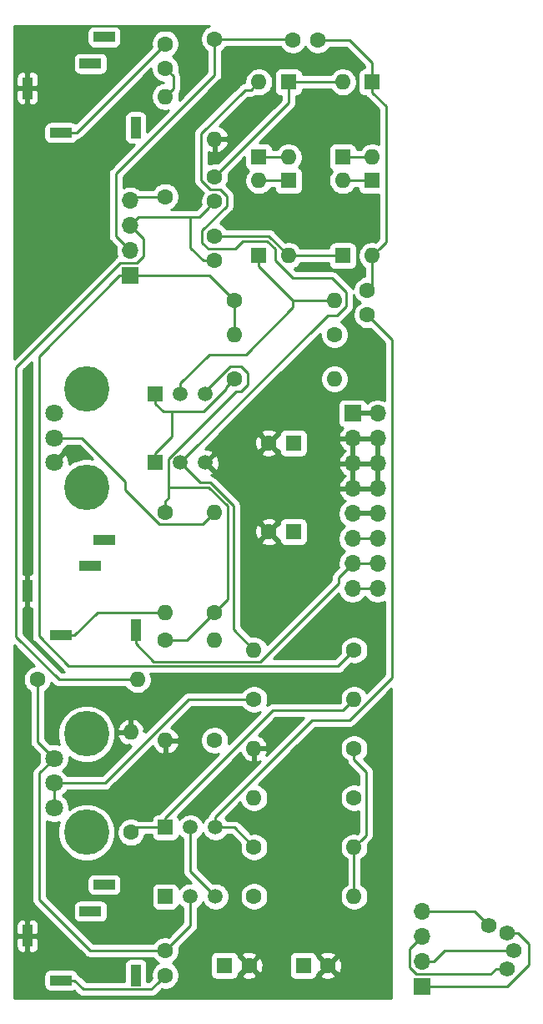
<source format=gbr>
G04 #@! TF.GenerationSoftware,KiCad,Pcbnew,(5.1.5)-3*
G04 #@! TF.CreationDate,2020-07-25T11:56:43-07:00*
G04 #@! TF.ProjectId,VCF_THT,5643465f-5448-4542-9e6b-696361645f70,rev?*
G04 #@! TF.SameCoordinates,Original*
G04 #@! TF.FileFunction,Copper,L1,Top*
G04 #@! TF.FilePolarity,Positive*
%FSLAX46Y46*%
G04 Gerber Fmt 4.6, Leading zero omitted, Abs format (unit mm)*
G04 Created by KiCad (PCBNEW (5.1.5)-3) date 2020-07-25 11:56:43*
%MOMM*%
%LPD*%
G04 APERTURE LIST*
%ADD10C,4.600000*%
%ADD11C,1.800000*%
%ADD12R,1.600000X1.600000*%
%ADD13O,1.600000X1.600000*%
%ADD14C,1.600000*%
%ADD15R,1.700000X1.700000*%
%ADD16O,1.700000X1.700000*%
%ADD17R,1.000000X2.200000*%
%ADD18R,2.200000X1.000000*%
%ADD19C,1.580000*%
%ADD20C,1.520000*%
%ADD21R,1.520000X1.520000*%
%ADD22C,0.250000*%
%ADD23C,0.500000*%
%ADD24C,0.254000*%
G04 APERTURE END LIST*
D10*
X8000000Y-72500000D03*
X8000000Y-82500000D03*
D11*
X4700000Y-75000000D03*
X4700000Y-77500000D03*
X4700000Y-80000000D03*
D12*
X25500000Y-24000000D03*
D13*
X25500000Y-16380000D03*
X23000000Y-32000000D03*
D14*
X33160000Y-32000000D03*
D15*
X12440000Y-26000000D03*
D16*
X12440000Y-23460000D03*
X12440000Y-20920000D03*
X12440000Y-18380000D03*
D14*
X16000000Y-5000000D03*
X16000000Y-2500000D03*
D17*
X2000000Y-7000000D03*
D18*
X5400000Y-11500000D03*
D17*
X13000000Y-11000000D03*
D18*
X8400000Y-4500000D03*
X9800000Y-1800000D03*
X9800000Y-52800000D03*
X8400000Y-55500000D03*
D17*
X13000000Y-62000000D03*
D18*
X5400000Y-62500000D03*
D17*
X2000000Y-58000000D03*
D16*
X42080180Y-90543380D03*
X42080180Y-93083380D03*
X42080180Y-95623380D03*
D15*
X42080180Y-98163380D03*
D16*
X37540000Y-57780000D03*
X35000000Y-57780000D03*
X37540000Y-55240000D03*
X35000000Y-55240000D03*
X37540000Y-52700000D03*
X35000000Y-52700000D03*
X37540000Y-50160000D03*
X35000000Y-50160000D03*
X37540000Y-47620000D03*
X35000000Y-47620000D03*
X37540000Y-45080000D03*
X35000000Y-45080000D03*
X37540000Y-42540000D03*
X35000000Y-42540000D03*
X37540000Y-40000000D03*
D15*
X35000000Y-40000000D03*
D17*
X2000000Y-93000000D03*
D18*
X5400000Y-97500000D03*
D17*
X13000000Y-97000000D03*
D18*
X8400000Y-90500000D03*
X9800000Y-87800000D03*
D11*
X4700000Y-45000000D03*
X4700000Y-42500000D03*
X4700000Y-40000000D03*
D10*
X8000000Y-47500000D03*
X8000000Y-37500000D03*
D19*
X48877220Y-91983560D03*
X50673320Y-92727460D03*
X51417220Y-94523560D03*
X50673320Y-96319660D03*
D14*
X26500000Y-52000000D03*
D12*
X29000000Y-52000000D03*
X29000000Y-43000000D03*
D14*
X26500000Y-43000000D03*
X21000000Y-24500000D03*
X21000000Y-22000000D03*
X31452820Y-2115820D03*
X28952820Y-2115820D03*
X36500000Y-27500000D03*
X36500000Y-30000000D03*
X21000000Y-16000000D03*
X21000000Y-18500000D03*
X32500000Y-96000000D03*
D12*
X30000000Y-96000000D03*
X22000000Y-96000000D03*
D14*
X24500000Y-96000000D03*
X16000000Y-94500000D03*
X16000000Y-97000000D03*
D13*
X28500000Y-24000000D03*
D12*
X28500000Y-16380000D03*
D13*
X34000000Y-16380000D03*
D12*
X34000000Y-24000000D03*
D13*
X37000000Y-24000000D03*
D12*
X37000000Y-16380000D03*
X37000000Y-6380000D03*
D13*
X37000000Y-14000000D03*
D12*
X34000000Y-14000000D03*
D13*
X34000000Y-6380000D03*
D12*
X28500000Y-6380000D03*
D13*
X28500000Y-14000000D03*
X25500000Y-6380000D03*
D12*
X25500000Y-14000000D03*
D20*
X17540000Y-38000000D03*
X20080000Y-38000000D03*
D21*
X15000000Y-38000000D03*
X15000000Y-45000000D03*
D20*
X20080000Y-45000000D03*
X17540000Y-45000000D03*
D21*
X16000000Y-82000000D03*
D20*
X21080000Y-82000000D03*
X18540000Y-82000000D03*
X18540000Y-89000000D03*
X21080000Y-89000000D03*
D21*
X16000000Y-89000000D03*
D14*
X16000000Y-18000000D03*
D13*
X16000000Y-7840000D03*
X16000000Y-60160000D03*
D14*
X16000000Y-50000000D03*
D13*
X21000000Y-50000000D03*
D14*
X21000000Y-60160000D03*
X16000000Y-63000000D03*
D13*
X16000000Y-73160000D03*
D14*
X23000000Y-28500000D03*
D13*
X33160000Y-28500000D03*
X33160000Y-36500000D03*
D14*
X23000000Y-36500000D03*
X21000000Y-73160000D03*
D13*
X21000000Y-63000000D03*
X21000000Y-12160000D03*
D14*
X21000000Y-2000000D03*
D13*
X25000000Y-79000000D03*
D14*
X35160000Y-79000000D03*
D13*
X25000000Y-64000000D03*
D14*
X35160000Y-64000000D03*
X25000000Y-89000000D03*
D13*
X35160000Y-89000000D03*
D14*
X35160000Y-74000000D03*
D13*
X25000000Y-74000000D03*
X35160000Y-84000000D03*
D14*
X25000000Y-84000000D03*
X12500000Y-82500000D03*
D13*
X12500000Y-72340000D03*
X35160000Y-69000000D03*
D14*
X25000000Y-69000000D03*
X3000000Y-67000000D03*
D13*
X13160000Y-67000000D03*
D22*
X16799999Y-5799999D02*
X16799999Y-7040001D01*
X16799999Y-7040001D02*
X16000000Y-7840000D01*
X16000000Y-5000000D02*
X16799999Y-5799999D01*
X7000000Y-11500000D02*
X16000000Y-2500000D01*
X5400000Y-11500000D02*
X7000000Y-11500000D01*
X32950000Y-24000000D02*
X28500000Y-24000000D01*
X34000000Y-24000000D02*
X32950000Y-24000000D01*
X26500000Y-22000000D02*
X28500000Y-24000000D01*
X21000000Y-22000000D02*
X26500000Y-22000000D01*
X20200001Y-19299999D02*
X21000000Y-18500000D01*
X19429999Y-20070001D02*
X20200001Y-19299999D01*
X12440000Y-20920000D02*
X13289999Y-20070001D01*
X19868630Y-24500000D02*
X21000000Y-24500000D01*
X18532919Y-23164289D02*
X19868630Y-24500000D01*
X18532919Y-20070001D02*
X19429999Y-20070001D01*
X18532919Y-20070001D02*
X18532919Y-23164289D01*
X13289999Y-20070001D02*
X18532919Y-20070001D01*
X13289999Y-21769999D02*
X12440000Y-20920000D01*
X13804900Y-22284900D02*
X13289999Y-21769999D01*
X13804900Y-24020780D02*
X13804900Y-22284900D01*
X13098780Y-24726900D02*
X13804900Y-24020780D01*
X871220Y-62671960D02*
X871220Y-35283778D01*
X5199260Y-67000000D02*
X871220Y-62671960D01*
X13160000Y-67000000D02*
X5199260Y-67000000D01*
X871220Y-35283778D02*
X11428098Y-24726900D01*
X11428098Y-24726900D02*
X13098780Y-24726900D01*
X31452820Y-2115820D02*
X34673540Y-2115820D01*
X37000000Y-4442280D02*
X37000000Y-6380000D01*
X34673540Y-2115820D02*
X37000000Y-4442280D01*
X37799999Y-23200001D02*
X37000000Y-24000000D01*
X38397180Y-22602820D02*
X37799999Y-23200001D01*
X38397180Y-8827180D02*
X38397180Y-22602820D01*
X37000000Y-6380000D02*
X37000000Y-7430000D01*
X37000000Y-7430000D02*
X38397180Y-8827180D01*
X37000000Y-27000000D02*
X36500000Y-27500000D01*
X37000000Y-24000000D02*
X37000000Y-27000000D01*
X12440000Y-23460000D02*
X10957560Y-21977560D01*
X21000000Y-5644600D02*
X21000000Y-2000000D01*
X10957560Y-15687040D02*
X21000000Y-5644600D01*
X10957560Y-21977560D02*
X10957560Y-15687040D01*
X28837000Y-2000000D02*
X28952820Y-2115820D01*
X21000000Y-2000000D02*
X28837000Y-2000000D01*
X23000000Y-82000000D02*
X21080000Y-82000000D01*
X25000000Y-84000000D02*
X23000000Y-82000000D01*
X21080000Y-80925198D02*
X30890278Y-71114920D01*
X21080000Y-82000000D02*
X21080000Y-80925198D01*
X34710082Y-71114920D02*
X39009320Y-66815682D01*
X30890278Y-71114920D02*
X34710082Y-71114920D01*
X39009320Y-32509320D02*
X36500000Y-30000000D01*
X39009320Y-66815682D02*
X39009320Y-32509320D01*
X34000000Y-6380000D02*
X28500000Y-6380000D01*
X28500000Y-8500000D02*
X28500000Y-6380000D01*
X21000000Y-16000000D02*
X28500000Y-8500000D01*
X3000000Y-73300000D02*
X4700000Y-75000000D01*
X3000000Y-67000000D02*
X3000000Y-73300000D01*
X18540000Y-91960000D02*
X18540000Y-89000000D01*
X16000000Y-94500000D02*
X18540000Y-91960000D01*
X8383840Y-94500000D02*
X16000000Y-94500000D01*
X3205480Y-89321640D02*
X8383840Y-94500000D01*
X4700000Y-75000000D02*
X3205480Y-76494520D01*
X3205480Y-76494520D02*
X3205480Y-89321640D01*
X15200001Y-97799999D02*
X16000000Y-97000000D01*
X7675001Y-98425001D02*
X14574999Y-98425001D01*
X6750000Y-97500000D02*
X7675001Y-98425001D01*
X14574999Y-98425001D02*
X15200001Y-97799999D01*
X5400000Y-97500000D02*
X6750000Y-97500000D01*
X26631370Y-16380000D02*
X28500000Y-16380000D01*
X25500000Y-16380000D02*
X26631370Y-16380000D01*
X25500000Y-25050000D02*
X25500000Y-24000000D01*
X28950000Y-28500000D02*
X25500000Y-25050000D01*
X33160000Y-28500000D02*
X28950000Y-28500000D01*
X17540000Y-36925198D02*
X20449518Y-34015680D01*
X17540000Y-38000000D02*
X17540000Y-36925198D01*
X20449518Y-34015680D02*
X24175720Y-34015680D01*
X28950000Y-29241400D02*
X28950000Y-28500000D01*
X24175720Y-34015680D02*
X28950000Y-29241400D01*
X35131370Y-16380000D02*
X37000000Y-16380000D01*
X34000000Y-16380000D02*
X35131370Y-16380000D01*
X35868630Y-14000000D02*
X34000000Y-14000000D01*
X37000000Y-14000000D02*
X35868630Y-14000000D01*
X25500000Y-14000000D02*
X28500000Y-14000000D01*
X32491800Y-30048200D02*
X17540000Y-45000000D01*
X34366200Y-27696160D02*
X34366200Y-29136340D01*
X32907882Y-26237842D02*
X34366200Y-27696160D01*
X28915002Y-26237842D02*
X32907882Y-26237842D01*
X23893780Y-22501860D02*
X26332180Y-22501860D01*
X33454340Y-30048200D02*
X32491800Y-30048200D01*
X27122120Y-23291800D02*
X27122120Y-24444960D01*
X23121620Y-23274020D02*
X23893780Y-22501860D01*
X19651980Y-16362680D02*
X20548600Y-17259300D01*
X19735800Y-22650800D02*
X20359020Y-23274020D01*
X19651980Y-11602720D02*
X19651980Y-16362680D01*
X24074701Y-7179999D02*
X19651980Y-11602720D01*
X34366200Y-29136340D02*
X33454340Y-30048200D01*
X21590000Y-17259300D02*
X22252940Y-17922240D01*
X25500000Y-6380000D02*
X24700001Y-7179999D01*
X20359020Y-23274020D02*
X23121620Y-23274020D01*
X19735800Y-21455380D02*
X19735800Y-22650800D01*
X24700001Y-7179999D02*
X24074701Y-7179999D01*
X27122120Y-24444960D02*
X28915002Y-26237842D01*
X26332180Y-22501860D02*
X27122120Y-23291800D01*
X20548600Y-17259300D02*
X21590000Y-17259300D01*
X22252940Y-17922240D02*
X22252940Y-18938240D01*
X22252940Y-18938240D02*
X19735800Y-21455380D01*
X20564821Y-47017511D02*
X22895560Y-49348250D01*
X17540000Y-45000000D02*
X19557510Y-47017510D01*
X19557510Y-47017510D02*
X20564821Y-47017511D01*
X22895560Y-61895560D02*
X25000000Y-64000000D01*
X22895560Y-49348250D02*
X22895560Y-61895560D01*
X36202081Y-55240000D02*
X37540000Y-55240000D01*
X35000000Y-55240000D02*
X36202081Y-55240000D01*
X33611820Y-56628180D02*
X35000000Y-55240000D01*
X13000000Y-63350000D02*
X14834020Y-65184020D01*
X13000000Y-62000000D02*
X13000000Y-63350000D01*
X33611820Y-57208420D02*
X33611820Y-56628180D01*
X14834020Y-65184020D02*
X25636220Y-65184020D01*
X25636220Y-65184020D02*
X33611820Y-57208420D01*
X14868630Y-60160000D02*
X16000000Y-60160000D01*
X9090000Y-60160000D02*
X14868630Y-60160000D01*
X6750000Y-62500000D02*
X9090000Y-60160000D01*
X5400000Y-62500000D02*
X6750000Y-62500000D01*
X23000000Y-29631370D02*
X23000000Y-32000000D01*
X23000000Y-28500000D02*
X23000000Y-29631370D01*
X20500000Y-26000000D02*
X23000000Y-28500000D01*
X12440000Y-26000000D02*
X20500000Y-26000000D01*
X11340000Y-26000000D02*
X12440000Y-26000000D01*
X33525970Y-65634030D02*
X6203110Y-65634030D01*
X3169920Y-62600840D02*
X3169920Y-34170080D01*
X35160000Y-64000000D02*
X33525970Y-65634030D01*
X6203110Y-65634030D02*
X3169920Y-62600840D01*
X3169920Y-34170080D02*
X11340000Y-26000000D01*
X12820000Y-18000000D02*
X12440000Y-18380000D01*
X16000000Y-18000000D02*
X12820000Y-18000000D01*
X47437040Y-90543380D02*
X48877220Y-91983560D01*
X42080180Y-90543380D02*
X47437040Y-90543380D01*
X40802560Y-94361000D02*
X40802560Y-96199960D01*
X41478200Y-96875600D02*
X49000152Y-96875600D01*
X42080180Y-93083380D02*
X40802560Y-94361000D01*
X40802560Y-96199960D02*
X41478200Y-96875600D01*
X49556092Y-96319660D02*
X50673320Y-96319660D01*
X49000152Y-96875600D02*
X49556092Y-96319660D01*
X50299992Y-94523560D02*
X51417220Y-94523560D01*
X44382081Y-94523560D02*
X50299992Y-94523560D01*
X43282261Y-95623380D02*
X44382081Y-94523560D01*
X42080180Y-95623380D02*
X43282261Y-95623380D01*
X51790548Y-92727460D02*
X50673320Y-92727460D01*
X52890420Y-93827332D02*
X51790548Y-92727460D01*
X52890420Y-95933260D02*
X52890420Y-93827332D01*
X42080180Y-98163380D02*
X50660300Y-98163380D01*
X50660300Y-98163380D02*
X52890420Y-95933260D01*
X36337919Y-57780000D02*
X35000000Y-57780000D01*
X37540000Y-57780000D02*
X36337919Y-57780000D01*
X36337919Y-52700000D02*
X35000000Y-52700000D01*
X37540000Y-52700000D02*
X36337919Y-52700000D01*
D23*
X35000000Y-50160000D02*
X37540000Y-50160000D01*
X35000000Y-40000000D02*
X37540000Y-40000000D01*
D22*
X22200001Y-37485801D02*
X19861142Y-39824660D01*
X23000000Y-36500000D02*
X22200001Y-37299999D01*
X22200001Y-37299999D02*
X22200001Y-37485801D01*
X15000000Y-39010000D02*
X15000000Y-38000000D01*
X15814660Y-39824660D02*
X15000000Y-39010000D01*
X15000000Y-43990000D02*
X16649700Y-42340300D01*
X15000000Y-45000000D02*
X15000000Y-43990000D01*
X16649700Y-42340300D02*
X16649700Y-39822120D01*
X19861142Y-39824660D02*
X16649700Y-39822120D01*
X16649700Y-39822120D02*
X15814660Y-39824660D01*
X18540000Y-86460000D02*
X21080000Y-89000000D01*
X18540000Y-82000000D02*
X18540000Y-86460000D01*
X5200000Y-43000000D02*
X4700000Y-42500000D01*
X20200001Y-50799999D02*
X21000000Y-50000000D01*
X15430500Y-51219100D02*
X19780900Y-51219100D01*
X4704360Y-42504360D02*
X7543800Y-42504360D01*
X19780900Y-51219100D02*
X20200001Y-50799999D01*
X11930380Y-47718980D02*
X15430500Y-51219100D01*
X4700000Y-42500000D02*
X4704360Y-42504360D01*
X7543800Y-42504360D02*
X11930380Y-46890940D01*
X11930380Y-46890940D02*
X11930380Y-47718980D01*
X35959999Y-83200001D02*
X35160000Y-84000000D01*
X36385001Y-82774999D02*
X35959999Y-83200001D01*
X35160000Y-75131370D02*
X36385001Y-76356371D01*
X36385001Y-76356371D02*
X36385001Y-82774999D01*
X35160000Y-74000000D02*
X35160000Y-75131370D01*
X35160000Y-84000000D02*
X35160000Y-89000000D01*
X4700000Y-80000000D02*
X4908440Y-79791560D01*
X4700000Y-78727208D02*
X4700000Y-77500000D01*
X4700000Y-80000000D02*
X4700000Y-78727208D01*
X23868630Y-69000000D02*
X25000000Y-69000000D01*
X18346998Y-69000000D02*
X23868630Y-69000000D01*
X9846998Y-77500000D02*
X18346998Y-69000000D01*
X4700000Y-77500000D02*
X9846998Y-77500000D01*
X16000000Y-48868630D02*
X16000000Y-50000000D01*
X16304260Y-48564370D02*
X16000000Y-48868630D01*
X23166938Y-37767260D02*
X16304260Y-44629938D01*
X23660100Y-37767260D02*
X23166938Y-37767260D01*
X24348440Y-37078920D02*
X23660100Y-37767260D01*
X20080000Y-37754998D02*
X22584878Y-35250120D01*
X22584878Y-35250120D02*
X23680420Y-35250120D01*
X23680420Y-35250120D02*
X24348440Y-35918140D01*
X20080000Y-38000000D02*
X20080000Y-37754998D01*
X24348440Y-35918140D02*
X24348440Y-37078920D01*
X16327120Y-47467520D02*
X16304260Y-48564370D01*
X16304260Y-44629938D02*
X16327120Y-47467520D01*
X20378420Y-47467520D02*
X16327120Y-47467520D01*
X22301200Y-49390300D02*
X20378420Y-47467520D01*
X21000000Y-60160000D02*
X22301200Y-58858800D01*
X22301200Y-58858800D02*
X22301200Y-49390300D01*
X18160000Y-63000000D02*
X21000000Y-60160000D01*
X16000000Y-63000000D02*
X18160000Y-63000000D01*
X16000000Y-80990000D02*
X16000000Y-82000000D01*
X26864999Y-70125001D02*
X16000000Y-80990000D01*
X34034999Y-70125001D02*
X26864999Y-70125001D01*
X35160000Y-69000000D02*
X34034999Y-70125001D01*
X13000000Y-82000000D02*
X12500000Y-82500000D01*
X16000000Y-82000000D02*
X13000000Y-82000000D01*
D24*
G36*
X2717532Y-65593073D02*
G01*
X2581426Y-65620147D01*
X2320273Y-65728320D01*
X2085241Y-65885363D01*
X1885363Y-66085241D01*
X1728320Y-66320273D01*
X1620147Y-66581426D01*
X1565000Y-66858665D01*
X1565000Y-67141335D01*
X1620147Y-67418574D01*
X1728320Y-67679727D01*
X1885363Y-67914759D01*
X2085241Y-68114637D01*
X2240000Y-68218044D01*
X2240001Y-73262668D01*
X2236324Y-73300000D01*
X2250998Y-73448985D01*
X2294454Y-73592246D01*
X2365026Y-73724276D01*
X2433481Y-73807688D01*
X2460000Y-73840001D01*
X2488998Y-73863799D01*
X3216269Y-74591070D01*
X3165000Y-74848816D01*
X3165000Y-75151184D01*
X3216269Y-75408930D01*
X2694482Y-75930717D01*
X2665479Y-75954519D01*
X2610351Y-76021694D01*
X2570506Y-76070244D01*
X2533380Y-76139701D01*
X2499934Y-76202274D01*
X2456477Y-76345535D01*
X2445480Y-76457188D01*
X2445480Y-76457198D01*
X2441804Y-76494520D01*
X2445480Y-76531842D01*
X2445481Y-89284308D01*
X2441804Y-89321640D01*
X2445481Y-89358973D01*
X2456364Y-89469463D01*
X2456478Y-89470625D01*
X2499934Y-89613886D01*
X2570506Y-89745916D01*
X2641681Y-89832642D01*
X2665480Y-89861641D01*
X2694478Y-89885439D01*
X7820041Y-95011003D01*
X7843839Y-95040001D01*
X7872837Y-95063799D01*
X7959563Y-95134974D01*
X8056715Y-95186903D01*
X8091593Y-95205546D01*
X8234854Y-95249003D01*
X8346507Y-95260000D01*
X8346517Y-95260000D01*
X8383840Y-95263676D01*
X8421163Y-95260000D01*
X14781957Y-95260000D01*
X14885363Y-95414759D01*
X15085241Y-95614637D01*
X15287827Y-95750000D01*
X15085241Y-95885363D01*
X14885363Y-96085241D01*
X14728320Y-96320273D01*
X14620147Y-96581426D01*
X14565000Y-96858665D01*
X14565000Y-97141335D01*
X14601312Y-97323886D01*
X14260198Y-97665001D01*
X14138072Y-97665001D01*
X14138072Y-95900000D01*
X14125812Y-95775518D01*
X14089502Y-95655820D01*
X14030537Y-95545506D01*
X13951185Y-95448815D01*
X13854494Y-95369463D01*
X13744180Y-95310498D01*
X13624482Y-95274188D01*
X13500000Y-95261928D01*
X12500000Y-95261928D01*
X12375518Y-95274188D01*
X12255820Y-95310498D01*
X12145506Y-95369463D01*
X12048815Y-95448815D01*
X11969463Y-95545506D01*
X11910498Y-95655820D01*
X11874188Y-95775518D01*
X11861928Y-95900000D01*
X11861928Y-97665001D01*
X7989803Y-97665001D01*
X7313803Y-96989002D01*
X7290001Y-96959999D01*
X7174276Y-96865026D01*
X7112634Y-96832077D01*
X7089502Y-96755820D01*
X7030537Y-96645506D01*
X6951185Y-96548815D01*
X6854494Y-96469463D01*
X6744180Y-96410498D01*
X6624482Y-96374188D01*
X6500000Y-96361928D01*
X4300000Y-96361928D01*
X4175518Y-96374188D01*
X4055820Y-96410498D01*
X3945506Y-96469463D01*
X3848815Y-96548815D01*
X3769463Y-96645506D01*
X3710498Y-96755820D01*
X3674188Y-96875518D01*
X3661928Y-97000000D01*
X3661928Y-98000000D01*
X3674188Y-98124482D01*
X3710498Y-98244180D01*
X3769463Y-98354494D01*
X3848815Y-98451185D01*
X3945506Y-98530537D01*
X4055820Y-98589502D01*
X4175518Y-98625812D01*
X4300000Y-98638072D01*
X6500000Y-98638072D01*
X6624482Y-98625812D01*
X6744180Y-98589502D01*
X6757553Y-98582354D01*
X7111202Y-98936004D01*
X7135000Y-98965002D01*
X7163998Y-98988800D01*
X7250724Y-99059975D01*
X7382754Y-99130547D01*
X7526015Y-99174004D01*
X7637668Y-99185001D01*
X7637678Y-99185001D01*
X7675001Y-99188677D01*
X7712324Y-99185001D01*
X14537677Y-99185001D01*
X14574999Y-99188677D01*
X14612321Y-99185001D01*
X14612332Y-99185001D01*
X14723985Y-99174004D01*
X14867246Y-99130547D01*
X14999275Y-99059975D01*
X15115000Y-98965002D01*
X15138802Y-98935999D01*
X15676114Y-98398688D01*
X15858665Y-98435000D01*
X16141335Y-98435000D01*
X16418574Y-98379853D01*
X16679727Y-98271680D01*
X16914759Y-98114637D01*
X17114637Y-97914759D01*
X17271680Y-97679727D01*
X17379853Y-97418574D01*
X17435000Y-97141335D01*
X17435000Y-96858665D01*
X17379853Y-96581426D01*
X17271680Y-96320273D01*
X17114637Y-96085241D01*
X16914759Y-95885363D01*
X16712173Y-95750000D01*
X16914759Y-95614637D01*
X17114637Y-95414759D01*
X17258134Y-95200000D01*
X20561928Y-95200000D01*
X20561928Y-96800000D01*
X20574188Y-96924482D01*
X20610498Y-97044180D01*
X20669463Y-97154494D01*
X20748815Y-97251185D01*
X20845506Y-97330537D01*
X20955820Y-97389502D01*
X21075518Y-97425812D01*
X21200000Y-97438072D01*
X22800000Y-97438072D01*
X22924482Y-97425812D01*
X23044180Y-97389502D01*
X23154494Y-97330537D01*
X23251185Y-97251185D01*
X23330537Y-97154494D01*
X23389502Y-97044180D01*
X23405117Y-96992702D01*
X23686903Y-96992702D01*
X23758486Y-97236671D01*
X24013996Y-97357571D01*
X24288184Y-97426300D01*
X24570512Y-97440217D01*
X24850130Y-97398787D01*
X25116292Y-97303603D01*
X25241514Y-97236671D01*
X25313097Y-96992702D01*
X24500000Y-96179605D01*
X23686903Y-96992702D01*
X23405117Y-96992702D01*
X23425812Y-96924482D01*
X23438072Y-96800000D01*
X23438072Y-96792785D01*
X23507298Y-96813097D01*
X24320395Y-96000000D01*
X24679605Y-96000000D01*
X25492702Y-96813097D01*
X25736671Y-96741514D01*
X25857571Y-96486004D01*
X25926300Y-96211816D01*
X25940217Y-95929488D01*
X25898787Y-95649870D01*
X25803603Y-95383708D01*
X25736671Y-95258486D01*
X25537340Y-95200000D01*
X28561928Y-95200000D01*
X28561928Y-96800000D01*
X28574188Y-96924482D01*
X28610498Y-97044180D01*
X28669463Y-97154494D01*
X28748815Y-97251185D01*
X28845506Y-97330537D01*
X28955820Y-97389502D01*
X29075518Y-97425812D01*
X29200000Y-97438072D01*
X30800000Y-97438072D01*
X30924482Y-97425812D01*
X31044180Y-97389502D01*
X31154494Y-97330537D01*
X31251185Y-97251185D01*
X31330537Y-97154494D01*
X31389502Y-97044180D01*
X31405117Y-96992702D01*
X31686903Y-96992702D01*
X31758486Y-97236671D01*
X32013996Y-97357571D01*
X32288184Y-97426300D01*
X32570512Y-97440217D01*
X32850130Y-97398787D01*
X33116292Y-97303603D01*
X33241514Y-97236671D01*
X33313097Y-96992702D01*
X32500000Y-96179605D01*
X31686903Y-96992702D01*
X31405117Y-96992702D01*
X31425812Y-96924482D01*
X31438072Y-96800000D01*
X31438072Y-96792785D01*
X31507298Y-96813097D01*
X32320395Y-96000000D01*
X32679605Y-96000000D01*
X33492702Y-96813097D01*
X33736671Y-96741514D01*
X33857571Y-96486004D01*
X33926300Y-96211816D01*
X33940217Y-95929488D01*
X33898787Y-95649870D01*
X33803603Y-95383708D01*
X33736671Y-95258486D01*
X33492702Y-95186903D01*
X32679605Y-96000000D01*
X32320395Y-96000000D01*
X31507298Y-95186903D01*
X31438072Y-95207215D01*
X31438072Y-95200000D01*
X31425812Y-95075518D01*
X31405118Y-95007298D01*
X31686903Y-95007298D01*
X32500000Y-95820395D01*
X33313097Y-95007298D01*
X33241514Y-94763329D01*
X32986004Y-94642429D01*
X32711816Y-94573700D01*
X32429488Y-94559783D01*
X32149870Y-94601213D01*
X31883708Y-94696397D01*
X31758486Y-94763329D01*
X31686903Y-95007298D01*
X31405118Y-95007298D01*
X31389502Y-94955820D01*
X31330537Y-94845506D01*
X31251185Y-94748815D01*
X31154494Y-94669463D01*
X31044180Y-94610498D01*
X30924482Y-94574188D01*
X30800000Y-94561928D01*
X29200000Y-94561928D01*
X29075518Y-94574188D01*
X28955820Y-94610498D01*
X28845506Y-94669463D01*
X28748815Y-94748815D01*
X28669463Y-94845506D01*
X28610498Y-94955820D01*
X28574188Y-95075518D01*
X28561928Y-95200000D01*
X25537340Y-95200000D01*
X25492702Y-95186903D01*
X24679605Y-96000000D01*
X24320395Y-96000000D01*
X23507298Y-95186903D01*
X23438072Y-95207215D01*
X23438072Y-95200000D01*
X23425812Y-95075518D01*
X23405118Y-95007298D01*
X23686903Y-95007298D01*
X24500000Y-95820395D01*
X25313097Y-95007298D01*
X25241514Y-94763329D01*
X24986004Y-94642429D01*
X24711816Y-94573700D01*
X24429488Y-94559783D01*
X24149870Y-94601213D01*
X23883708Y-94696397D01*
X23758486Y-94763329D01*
X23686903Y-95007298D01*
X23405118Y-95007298D01*
X23389502Y-94955820D01*
X23330537Y-94845506D01*
X23251185Y-94748815D01*
X23154494Y-94669463D01*
X23044180Y-94610498D01*
X22924482Y-94574188D01*
X22800000Y-94561928D01*
X21200000Y-94561928D01*
X21075518Y-94574188D01*
X20955820Y-94610498D01*
X20845506Y-94669463D01*
X20748815Y-94748815D01*
X20669463Y-94845506D01*
X20610498Y-94955820D01*
X20574188Y-95075518D01*
X20561928Y-95200000D01*
X17258134Y-95200000D01*
X17271680Y-95179727D01*
X17379853Y-94918574D01*
X17435000Y-94641335D01*
X17435000Y-94358665D01*
X17398688Y-94176114D01*
X19051009Y-92523794D01*
X19080001Y-92500001D01*
X19103795Y-92471008D01*
X19103799Y-92471004D01*
X19174973Y-92384277D01*
X19174974Y-92384276D01*
X19245546Y-92252247D01*
X19289003Y-92108986D01*
X19300000Y-91997333D01*
X19300000Y-91997324D01*
X19303676Y-91960001D01*
X19300000Y-91922678D01*
X19300000Y-90169936D01*
X19429261Y-90083567D01*
X19623567Y-89889261D01*
X19776233Y-89660780D01*
X19810000Y-89579260D01*
X19843767Y-89660780D01*
X19996433Y-89889261D01*
X20190739Y-90083567D01*
X20419220Y-90236233D01*
X20673093Y-90341391D01*
X20942604Y-90395000D01*
X21217396Y-90395000D01*
X21486907Y-90341391D01*
X21740780Y-90236233D01*
X21969261Y-90083567D01*
X22163567Y-89889261D01*
X22316233Y-89660780D01*
X22421391Y-89406907D01*
X22475000Y-89137396D01*
X22475000Y-88862604D01*
X22474217Y-88858665D01*
X23565000Y-88858665D01*
X23565000Y-89141335D01*
X23620147Y-89418574D01*
X23728320Y-89679727D01*
X23885363Y-89914759D01*
X24085241Y-90114637D01*
X24320273Y-90271680D01*
X24581426Y-90379853D01*
X24858665Y-90435000D01*
X25141335Y-90435000D01*
X25418574Y-90379853D01*
X25679727Y-90271680D01*
X25914759Y-90114637D01*
X26114637Y-89914759D01*
X26271680Y-89679727D01*
X26379853Y-89418574D01*
X26435000Y-89141335D01*
X26435000Y-88858665D01*
X26379853Y-88581426D01*
X26271680Y-88320273D01*
X26114637Y-88085241D01*
X25914759Y-87885363D01*
X25679727Y-87728320D01*
X25418574Y-87620147D01*
X25141335Y-87565000D01*
X24858665Y-87565000D01*
X24581426Y-87620147D01*
X24320273Y-87728320D01*
X24085241Y-87885363D01*
X23885363Y-88085241D01*
X23728320Y-88320273D01*
X23620147Y-88581426D01*
X23565000Y-88858665D01*
X22474217Y-88858665D01*
X22421391Y-88593093D01*
X22316233Y-88339220D01*
X22163567Y-88110739D01*
X21969261Y-87916433D01*
X21740780Y-87763767D01*
X21486907Y-87658609D01*
X21217396Y-87605000D01*
X20942604Y-87605000D01*
X20790131Y-87635329D01*
X19300000Y-86145199D01*
X19300000Y-83169936D01*
X19429261Y-83083567D01*
X19623567Y-82889261D01*
X19776233Y-82660780D01*
X19810000Y-82579260D01*
X19843767Y-82660780D01*
X19996433Y-82889261D01*
X20190739Y-83083567D01*
X20419220Y-83236233D01*
X20673093Y-83341391D01*
X20942604Y-83395000D01*
X21217396Y-83395000D01*
X21486907Y-83341391D01*
X21740780Y-83236233D01*
X21969261Y-83083567D01*
X22163567Y-82889261D01*
X22249936Y-82760000D01*
X22685199Y-82760000D01*
X23601312Y-83676114D01*
X23565000Y-83858665D01*
X23565000Y-84141335D01*
X23620147Y-84418574D01*
X23728320Y-84679727D01*
X23885363Y-84914759D01*
X24085241Y-85114637D01*
X24320273Y-85271680D01*
X24581426Y-85379853D01*
X24858665Y-85435000D01*
X25141335Y-85435000D01*
X25418574Y-85379853D01*
X25679727Y-85271680D01*
X25914759Y-85114637D01*
X26114637Y-84914759D01*
X26271680Y-84679727D01*
X26379853Y-84418574D01*
X26435000Y-84141335D01*
X26435000Y-83858665D01*
X26379853Y-83581426D01*
X26271680Y-83320273D01*
X26114637Y-83085241D01*
X25914759Y-82885363D01*
X25679727Y-82728320D01*
X25418574Y-82620147D01*
X25141335Y-82565000D01*
X24858665Y-82565000D01*
X24676114Y-82601312D01*
X23563804Y-81489003D01*
X23540001Y-81459999D01*
X23424276Y-81365026D01*
X23292247Y-81294454D01*
X23148986Y-81250997D01*
X23037333Y-81240000D01*
X23037322Y-81240000D01*
X23000000Y-81236324D01*
X22962678Y-81240000D01*
X22249936Y-81240000D01*
X22163567Y-81110739D01*
X22066414Y-81013586D01*
X23632237Y-79447762D01*
X23728320Y-79679727D01*
X23885363Y-79914759D01*
X24085241Y-80114637D01*
X24320273Y-80271680D01*
X24581426Y-80379853D01*
X24858665Y-80435000D01*
X25141335Y-80435000D01*
X25418574Y-80379853D01*
X25679727Y-80271680D01*
X25914759Y-80114637D01*
X26114637Y-79914759D01*
X26271680Y-79679727D01*
X26379853Y-79418574D01*
X26435000Y-79141335D01*
X26435000Y-78858665D01*
X26379853Y-78581426D01*
X26271680Y-78320273D01*
X26114637Y-78085241D01*
X25914759Y-77885363D01*
X25679727Y-77728320D01*
X25447762Y-77632237D01*
X29221334Y-73858665D01*
X33725000Y-73858665D01*
X33725000Y-74141335D01*
X33780147Y-74418574D01*
X33888320Y-74679727D01*
X34045363Y-74914759D01*
X34245241Y-75114637D01*
X34405203Y-75221520D01*
X34410144Y-75271680D01*
X34410998Y-75280355D01*
X34454454Y-75423616D01*
X34525026Y-75555646D01*
X34555431Y-75592694D01*
X34620000Y-75671371D01*
X34648998Y-75695169D01*
X35625001Y-76671173D01*
X35625001Y-77639378D01*
X35578574Y-77620147D01*
X35301335Y-77565000D01*
X35018665Y-77565000D01*
X34741426Y-77620147D01*
X34480273Y-77728320D01*
X34245241Y-77885363D01*
X34045363Y-78085241D01*
X33888320Y-78320273D01*
X33780147Y-78581426D01*
X33725000Y-78858665D01*
X33725000Y-79141335D01*
X33780147Y-79418574D01*
X33888320Y-79679727D01*
X34045363Y-79914759D01*
X34245241Y-80114637D01*
X34480273Y-80271680D01*
X34741426Y-80379853D01*
X35018665Y-80435000D01*
X35301335Y-80435000D01*
X35578574Y-80379853D01*
X35625002Y-80360622D01*
X35625002Y-82460197D01*
X35483887Y-82601312D01*
X35301335Y-82565000D01*
X35018665Y-82565000D01*
X34741426Y-82620147D01*
X34480273Y-82728320D01*
X34245241Y-82885363D01*
X34045363Y-83085241D01*
X33888320Y-83320273D01*
X33780147Y-83581426D01*
X33725000Y-83858665D01*
X33725000Y-84141335D01*
X33780147Y-84418574D01*
X33888320Y-84679727D01*
X34045363Y-84914759D01*
X34245241Y-85114637D01*
X34400000Y-85218044D01*
X34400001Y-87781956D01*
X34245241Y-87885363D01*
X34045363Y-88085241D01*
X33888320Y-88320273D01*
X33780147Y-88581426D01*
X33725000Y-88858665D01*
X33725000Y-89141335D01*
X33780147Y-89418574D01*
X33888320Y-89679727D01*
X34045363Y-89914759D01*
X34245241Y-90114637D01*
X34480273Y-90271680D01*
X34741426Y-90379853D01*
X35018665Y-90435000D01*
X35301335Y-90435000D01*
X35578574Y-90379853D01*
X35839727Y-90271680D01*
X36074759Y-90114637D01*
X36274637Y-89914759D01*
X36431680Y-89679727D01*
X36539853Y-89418574D01*
X36595000Y-89141335D01*
X36595000Y-88858665D01*
X36539853Y-88581426D01*
X36431680Y-88320273D01*
X36274637Y-88085241D01*
X36074759Y-87885363D01*
X35920000Y-87781957D01*
X35920000Y-85218043D01*
X36074759Y-85114637D01*
X36274637Y-84914759D01*
X36431680Y-84679727D01*
X36539853Y-84418574D01*
X36595000Y-84141335D01*
X36595000Y-83858665D01*
X36558688Y-83676113D01*
X36895998Y-83338803D01*
X36925002Y-83315000D01*
X37019975Y-83199275D01*
X37090547Y-83067246D01*
X37134004Y-82923985D01*
X37145001Y-82812332D01*
X37148678Y-82774999D01*
X37145001Y-82737666D01*
X37145001Y-76393693D01*
X37148677Y-76356370D01*
X37145001Y-76319047D01*
X37145001Y-76319038D01*
X37134004Y-76207385D01*
X37090547Y-76064124D01*
X37044782Y-75978505D01*
X37019975Y-75932094D01*
X36948800Y-75845368D01*
X36925002Y-75816370D01*
X36896005Y-75792573D01*
X36146414Y-75042982D01*
X36274637Y-74914759D01*
X36431680Y-74679727D01*
X36539853Y-74418574D01*
X36595000Y-74141335D01*
X36595000Y-73858665D01*
X36539853Y-73581426D01*
X36431680Y-73320273D01*
X36274637Y-73085241D01*
X36074759Y-72885363D01*
X35839727Y-72728320D01*
X35578574Y-72620147D01*
X35301335Y-72565000D01*
X35018665Y-72565000D01*
X34741426Y-72620147D01*
X34480273Y-72728320D01*
X34245241Y-72885363D01*
X34045363Y-73085241D01*
X33888320Y-73320273D01*
X33780147Y-73581426D01*
X33725000Y-73858665D01*
X29221334Y-73858665D01*
X31205080Y-71874920D01*
X34672760Y-71874920D01*
X34710082Y-71878596D01*
X34747404Y-71874920D01*
X34747415Y-71874920D01*
X34859068Y-71863923D01*
X35002329Y-71820466D01*
X35134358Y-71749894D01*
X35250083Y-71654921D01*
X35273886Y-71625917D01*
X38968910Y-67930894D01*
X38953747Y-99340000D01*
X660000Y-99340000D01*
X660000Y-94100000D01*
X861928Y-94100000D01*
X874188Y-94224482D01*
X910498Y-94344180D01*
X969463Y-94454494D01*
X1048815Y-94551185D01*
X1145506Y-94630537D01*
X1255820Y-94689502D01*
X1375518Y-94725812D01*
X1500000Y-94738072D01*
X1714250Y-94735000D01*
X1873000Y-94576250D01*
X1873000Y-93127000D01*
X2127000Y-93127000D01*
X2127000Y-94576250D01*
X2285750Y-94735000D01*
X2500000Y-94738072D01*
X2624482Y-94725812D01*
X2744180Y-94689502D01*
X2854494Y-94630537D01*
X2951185Y-94551185D01*
X3030537Y-94454494D01*
X3089502Y-94344180D01*
X3125812Y-94224482D01*
X3138072Y-94100000D01*
X3135000Y-93285750D01*
X2976250Y-93127000D01*
X2127000Y-93127000D01*
X1873000Y-93127000D01*
X1023750Y-93127000D01*
X865000Y-93285750D01*
X861928Y-94100000D01*
X660000Y-94100000D01*
X660000Y-91900000D01*
X861928Y-91900000D01*
X865000Y-92714250D01*
X1023750Y-92873000D01*
X1873000Y-92873000D01*
X1873000Y-91423750D01*
X2127000Y-91423750D01*
X2127000Y-92873000D01*
X2976250Y-92873000D01*
X3135000Y-92714250D01*
X3138072Y-91900000D01*
X3125812Y-91775518D01*
X3089502Y-91655820D01*
X3030537Y-91545506D01*
X2951185Y-91448815D01*
X2854494Y-91369463D01*
X2744180Y-91310498D01*
X2624482Y-91274188D01*
X2500000Y-91261928D01*
X2285750Y-91265000D01*
X2127000Y-91423750D01*
X1873000Y-91423750D01*
X1714250Y-91265000D01*
X1500000Y-91261928D01*
X1375518Y-91274188D01*
X1255820Y-91310498D01*
X1145506Y-91369463D01*
X1048815Y-91448815D01*
X969463Y-91545506D01*
X910498Y-91655820D01*
X874188Y-91775518D01*
X861928Y-91900000D01*
X660000Y-91900000D01*
X660000Y-63535541D01*
X2717532Y-65593073D01*
G37*
X2717532Y-65593073D02*
X2581426Y-65620147D01*
X2320273Y-65728320D01*
X2085241Y-65885363D01*
X1885363Y-66085241D01*
X1728320Y-66320273D01*
X1620147Y-66581426D01*
X1565000Y-66858665D01*
X1565000Y-67141335D01*
X1620147Y-67418574D01*
X1728320Y-67679727D01*
X1885363Y-67914759D01*
X2085241Y-68114637D01*
X2240000Y-68218044D01*
X2240001Y-73262668D01*
X2236324Y-73300000D01*
X2250998Y-73448985D01*
X2294454Y-73592246D01*
X2365026Y-73724276D01*
X2433481Y-73807688D01*
X2460000Y-73840001D01*
X2488998Y-73863799D01*
X3216269Y-74591070D01*
X3165000Y-74848816D01*
X3165000Y-75151184D01*
X3216269Y-75408930D01*
X2694482Y-75930717D01*
X2665479Y-75954519D01*
X2610351Y-76021694D01*
X2570506Y-76070244D01*
X2533380Y-76139701D01*
X2499934Y-76202274D01*
X2456477Y-76345535D01*
X2445480Y-76457188D01*
X2445480Y-76457198D01*
X2441804Y-76494520D01*
X2445480Y-76531842D01*
X2445481Y-89284308D01*
X2441804Y-89321640D01*
X2445481Y-89358973D01*
X2456364Y-89469463D01*
X2456478Y-89470625D01*
X2499934Y-89613886D01*
X2570506Y-89745916D01*
X2641681Y-89832642D01*
X2665480Y-89861641D01*
X2694478Y-89885439D01*
X7820041Y-95011003D01*
X7843839Y-95040001D01*
X7872837Y-95063799D01*
X7959563Y-95134974D01*
X8056715Y-95186903D01*
X8091593Y-95205546D01*
X8234854Y-95249003D01*
X8346507Y-95260000D01*
X8346517Y-95260000D01*
X8383840Y-95263676D01*
X8421163Y-95260000D01*
X14781957Y-95260000D01*
X14885363Y-95414759D01*
X15085241Y-95614637D01*
X15287827Y-95750000D01*
X15085241Y-95885363D01*
X14885363Y-96085241D01*
X14728320Y-96320273D01*
X14620147Y-96581426D01*
X14565000Y-96858665D01*
X14565000Y-97141335D01*
X14601312Y-97323886D01*
X14260198Y-97665001D01*
X14138072Y-97665001D01*
X14138072Y-95900000D01*
X14125812Y-95775518D01*
X14089502Y-95655820D01*
X14030537Y-95545506D01*
X13951185Y-95448815D01*
X13854494Y-95369463D01*
X13744180Y-95310498D01*
X13624482Y-95274188D01*
X13500000Y-95261928D01*
X12500000Y-95261928D01*
X12375518Y-95274188D01*
X12255820Y-95310498D01*
X12145506Y-95369463D01*
X12048815Y-95448815D01*
X11969463Y-95545506D01*
X11910498Y-95655820D01*
X11874188Y-95775518D01*
X11861928Y-95900000D01*
X11861928Y-97665001D01*
X7989803Y-97665001D01*
X7313803Y-96989002D01*
X7290001Y-96959999D01*
X7174276Y-96865026D01*
X7112634Y-96832077D01*
X7089502Y-96755820D01*
X7030537Y-96645506D01*
X6951185Y-96548815D01*
X6854494Y-96469463D01*
X6744180Y-96410498D01*
X6624482Y-96374188D01*
X6500000Y-96361928D01*
X4300000Y-96361928D01*
X4175518Y-96374188D01*
X4055820Y-96410498D01*
X3945506Y-96469463D01*
X3848815Y-96548815D01*
X3769463Y-96645506D01*
X3710498Y-96755820D01*
X3674188Y-96875518D01*
X3661928Y-97000000D01*
X3661928Y-98000000D01*
X3674188Y-98124482D01*
X3710498Y-98244180D01*
X3769463Y-98354494D01*
X3848815Y-98451185D01*
X3945506Y-98530537D01*
X4055820Y-98589502D01*
X4175518Y-98625812D01*
X4300000Y-98638072D01*
X6500000Y-98638072D01*
X6624482Y-98625812D01*
X6744180Y-98589502D01*
X6757553Y-98582354D01*
X7111202Y-98936004D01*
X7135000Y-98965002D01*
X7163998Y-98988800D01*
X7250724Y-99059975D01*
X7382754Y-99130547D01*
X7526015Y-99174004D01*
X7637668Y-99185001D01*
X7637678Y-99185001D01*
X7675001Y-99188677D01*
X7712324Y-99185001D01*
X14537677Y-99185001D01*
X14574999Y-99188677D01*
X14612321Y-99185001D01*
X14612332Y-99185001D01*
X14723985Y-99174004D01*
X14867246Y-99130547D01*
X14999275Y-99059975D01*
X15115000Y-98965002D01*
X15138802Y-98935999D01*
X15676114Y-98398688D01*
X15858665Y-98435000D01*
X16141335Y-98435000D01*
X16418574Y-98379853D01*
X16679727Y-98271680D01*
X16914759Y-98114637D01*
X17114637Y-97914759D01*
X17271680Y-97679727D01*
X17379853Y-97418574D01*
X17435000Y-97141335D01*
X17435000Y-96858665D01*
X17379853Y-96581426D01*
X17271680Y-96320273D01*
X17114637Y-96085241D01*
X16914759Y-95885363D01*
X16712173Y-95750000D01*
X16914759Y-95614637D01*
X17114637Y-95414759D01*
X17258134Y-95200000D01*
X20561928Y-95200000D01*
X20561928Y-96800000D01*
X20574188Y-96924482D01*
X20610498Y-97044180D01*
X20669463Y-97154494D01*
X20748815Y-97251185D01*
X20845506Y-97330537D01*
X20955820Y-97389502D01*
X21075518Y-97425812D01*
X21200000Y-97438072D01*
X22800000Y-97438072D01*
X22924482Y-97425812D01*
X23044180Y-97389502D01*
X23154494Y-97330537D01*
X23251185Y-97251185D01*
X23330537Y-97154494D01*
X23389502Y-97044180D01*
X23405117Y-96992702D01*
X23686903Y-96992702D01*
X23758486Y-97236671D01*
X24013996Y-97357571D01*
X24288184Y-97426300D01*
X24570512Y-97440217D01*
X24850130Y-97398787D01*
X25116292Y-97303603D01*
X25241514Y-97236671D01*
X25313097Y-96992702D01*
X24500000Y-96179605D01*
X23686903Y-96992702D01*
X23405117Y-96992702D01*
X23425812Y-96924482D01*
X23438072Y-96800000D01*
X23438072Y-96792785D01*
X23507298Y-96813097D01*
X24320395Y-96000000D01*
X24679605Y-96000000D01*
X25492702Y-96813097D01*
X25736671Y-96741514D01*
X25857571Y-96486004D01*
X25926300Y-96211816D01*
X25940217Y-95929488D01*
X25898787Y-95649870D01*
X25803603Y-95383708D01*
X25736671Y-95258486D01*
X25537340Y-95200000D01*
X28561928Y-95200000D01*
X28561928Y-96800000D01*
X28574188Y-96924482D01*
X28610498Y-97044180D01*
X28669463Y-97154494D01*
X28748815Y-97251185D01*
X28845506Y-97330537D01*
X28955820Y-97389502D01*
X29075518Y-97425812D01*
X29200000Y-97438072D01*
X30800000Y-97438072D01*
X30924482Y-97425812D01*
X31044180Y-97389502D01*
X31154494Y-97330537D01*
X31251185Y-97251185D01*
X31330537Y-97154494D01*
X31389502Y-97044180D01*
X31405117Y-96992702D01*
X31686903Y-96992702D01*
X31758486Y-97236671D01*
X32013996Y-97357571D01*
X32288184Y-97426300D01*
X32570512Y-97440217D01*
X32850130Y-97398787D01*
X33116292Y-97303603D01*
X33241514Y-97236671D01*
X33313097Y-96992702D01*
X32500000Y-96179605D01*
X31686903Y-96992702D01*
X31405117Y-96992702D01*
X31425812Y-96924482D01*
X31438072Y-96800000D01*
X31438072Y-96792785D01*
X31507298Y-96813097D01*
X32320395Y-96000000D01*
X32679605Y-96000000D01*
X33492702Y-96813097D01*
X33736671Y-96741514D01*
X33857571Y-96486004D01*
X33926300Y-96211816D01*
X33940217Y-95929488D01*
X33898787Y-95649870D01*
X33803603Y-95383708D01*
X33736671Y-95258486D01*
X33492702Y-95186903D01*
X32679605Y-96000000D01*
X32320395Y-96000000D01*
X31507298Y-95186903D01*
X31438072Y-95207215D01*
X31438072Y-95200000D01*
X31425812Y-95075518D01*
X31405118Y-95007298D01*
X31686903Y-95007298D01*
X32500000Y-95820395D01*
X33313097Y-95007298D01*
X33241514Y-94763329D01*
X32986004Y-94642429D01*
X32711816Y-94573700D01*
X32429488Y-94559783D01*
X32149870Y-94601213D01*
X31883708Y-94696397D01*
X31758486Y-94763329D01*
X31686903Y-95007298D01*
X31405118Y-95007298D01*
X31389502Y-94955820D01*
X31330537Y-94845506D01*
X31251185Y-94748815D01*
X31154494Y-94669463D01*
X31044180Y-94610498D01*
X30924482Y-94574188D01*
X30800000Y-94561928D01*
X29200000Y-94561928D01*
X29075518Y-94574188D01*
X28955820Y-94610498D01*
X28845506Y-94669463D01*
X28748815Y-94748815D01*
X28669463Y-94845506D01*
X28610498Y-94955820D01*
X28574188Y-95075518D01*
X28561928Y-95200000D01*
X25537340Y-95200000D01*
X25492702Y-95186903D01*
X24679605Y-96000000D01*
X24320395Y-96000000D01*
X23507298Y-95186903D01*
X23438072Y-95207215D01*
X23438072Y-95200000D01*
X23425812Y-95075518D01*
X23405118Y-95007298D01*
X23686903Y-95007298D01*
X24500000Y-95820395D01*
X25313097Y-95007298D01*
X25241514Y-94763329D01*
X24986004Y-94642429D01*
X24711816Y-94573700D01*
X24429488Y-94559783D01*
X24149870Y-94601213D01*
X23883708Y-94696397D01*
X23758486Y-94763329D01*
X23686903Y-95007298D01*
X23405118Y-95007298D01*
X23389502Y-94955820D01*
X23330537Y-94845506D01*
X23251185Y-94748815D01*
X23154494Y-94669463D01*
X23044180Y-94610498D01*
X22924482Y-94574188D01*
X22800000Y-94561928D01*
X21200000Y-94561928D01*
X21075518Y-94574188D01*
X20955820Y-94610498D01*
X20845506Y-94669463D01*
X20748815Y-94748815D01*
X20669463Y-94845506D01*
X20610498Y-94955820D01*
X20574188Y-95075518D01*
X20561928Y-95200000D01*
X17258134Y-95200000D01*
X17271680Y-95179727D01*
X17379853Y-94918574D01*
X17435000Y-94641335D01*
X17435000Y-94358665D01*
X17398688Y-94176114D01*
X19051009Y-92523794D01*
X19080001Y-92500001D01*
X19103795Y-92471008D01*
X19103799Y-92471004D01*
X19174973Y-92384277D01*
X19174974Y-92384276D01*
X19245546Y-92252247D01*
X19289003Y-92108986D01*
X19300000Y-91997333D01*
X19300000Y-91997324D01*
X19303676Y-91960001D01*
X19300000Y-91922678D01*
X19300000Y-90169936D01*
X19429261Y-90083567D01*
X19623567Y-89889261D01*
X19776233Y-89660780D01*
X19810000Y-89579260D01*
X19843767Y-89660780D01*
X19996433Y-89889261D01*
X20190739Y-90083567D01*
X20419220Y-90236233D01*
X20673093Y-90341391D01*
X20942604Y-90395000D01*
X21217396Y-90395000D01*
X21486907Y-90341391D01*
X21740780Y-90236233D01*
X21969261Y-90083567D01*
X22163567Y-89889261D01*
X22316233Y-89660780D01*
X22421391Y-89406907D01*
X22475000Y-89137396D01*
X22475000Y-88862604D01*
X22474217Y-88858665D01*
X23565000Y-88858665D01*
X23565000Y-89141335D01*
X23620147Y-89418574D01*
X23728320Y-89679727D01*
X23885363Y-89914759D01*
X24085241Y-90114637D01*
X24320273Y-90271680D01*
X24581426Y-90379853D01*
X24858665Y-90435000D01*
X25141335Y-90435000D01*
X25418574Y-90379853D01*
X25679727Y-90271680D01*
X25914759Y-90114637D01*
X26114637Y-89914759D01*
X26271680Y-89679727D01*
X26379853Y-89418574D01*
X26435000Y-89141335D01*
X26435000Y-88858665D01*
X26379853Y-88581426D01*
X26271680Y-88320273D01*
X26114637Y-88085241D01*
X25914759Y-87885363D01*
X25679727Y-87728320D01*
X25418574Y-87620147D01*
X25141335Y-87565000D01*
X24858665Y-87565000D01*
X24581426Y-87620147D01*
X24320273Y-87728320D01*
X24085241Y-87885363D01*
X23885363Y-88085241D01*
X23728320Y-88320273D01*
X23620147Y-88581426D01*
X23565000Y-88858665D01*
X22474217Y-88858665D01*
X22421391Y-88593093D01*
X22316233Y-88339220D01*
X22163567Y-88110739D01*
X21969261Y-87916433D01*
X21740780Y-87763767D01*
X21486907Y-87658609D01*
X21217396Y-87605000D01*
X20942604Y-87605000D01*
X20790131Y-87635329D01*
X19300000Y-86145199D01*
X19300000Y-83169936D01*
X19429261Y-83083567D01*
X19623567Y-82889261D01*
X19776233Y-82660780D01*
X19810000Y-82579260D01*
X19843767Y-82660780D01*
X19996433Y-82889261D01*
X20190739Y-83083567D01*
X20419220Y-83236233D01*
X20673093Y-83341391D01*
X20942604Y-83395000D01*
X21217396Y-83395000D01*
X21486907Y-83341391D01*
X21740780Y-83236233D01*
X21969261Y-83083567D01*
X22163567Y-82889261D01*
X22249936Y-82760000D01*
X22685199Y-82760000D01*
X23601312Y-83676114D01*
X23565000Y-83858665D01*
X23565000Y-84141335D01*
X23620147Y-84418574D01*
X23728320Y-84679727D01*
X23885363Y-84914759D01*
X24085241Y-85114637D01*
X24320273Y-85271680D01*
X24581426Y-85379853D01*
X24858665Y-85435000D01*
X25141335Y-85435000D01*
X25418574Y-85379853D01*
X25679727Y-85271680D01*
X25914759Y-85114637D01*
X26114637Y-84914759D01*
X26271680Y-84679727D01*
X26379853Y-84418574D01*
X26435000Y-84141335D01*
X26435000Y-83858665D01*
X26379853Y-83581426D01*
X26271680Y-83320273D01*
X26114637Y-83085241D01*
X25914759Y-82885363D01*
X25679727Y-82728320D01*
X25418574Y-82620147D01*
X25141335Y-82565000D01*
X24858665Y-82565000D01*
X24676114Y-82601312D01*
X23563804Y-81489003D01*
X23540001Y-81459999D01*
X23424276Y-81365026D01*
X23292247Y-81294454D01*
X23148986Y-81250997D01*
X23037333Y-81240000D01*
X23037322Y-81240000D01*
X23000000Y-81236324D01*
X22962678Y-81240000D01*
X22249936Y-81240000D01*
X22163567Y-81110739D01*
X22066414Y-81013586D01*
X23632237Y-79447762D01*
X23728320Y-79679727D01*
X23885363Y-79914759D01*
X24085241Y-80114637D01*
X24320273Y-80271680D01*
X24581426Y-80379853D01*
X24858665Y-80435000D01*
X25141335Y-80435000D01*
X25418574Y-80379853D01*
X25679727Y-80271680D01*
X25914759Y-80114637D01*
X26114637Y-79914759D01*
X26271680Y-79679727D01*
X26379853Y-79418574D01*
X26435000Y-79141335D01*
X26435000Y-78858665D01*
X26379853Y-78581426D01*
X26271680Y-78320273D01*
X26114637Y-78085241D01*
X25914759Y-77885363D01*
X25679727Y-77728320D01*
X25447762Y-77632237D01*
X29221334Y-73858665D01*
X33725000Y-73858665D01*
X33725000Y-74141335D01*
X33780147Y-74418574D01*
X33888320Y-74679727D01*
X34045363Y-74914759D01*
X34245241Y-75114637D01*
X34405203Y-75221520D01*
X34410144Y-75271680D01*
X34410998Y-75280355D01*
X34454454Y-75423616D01*
X34525026Y-75555646D01*
X34555431Y-75592694D01*
X34620000Y-75671371D01*
X34648998Y-75695169D01*
X35625001Y-76671173D01*
X35625001Y-77639378D01*
X35578574Y-77620147D01*
X35301335Y-77565000D01*
X35018665Y-77565000D01*
X34741426Y-77620147D01*
X34480273Y-77728320D01*
X34245241Y-77885363D01*
X34045363Y-78085241D01*
X33888320Y-78320273D01*
X33780147Y-78581426D01*
X33725000Y-78858665D01*
X33725000Y-79141335D01*
X33780147Y-79418574D01*
X33888320Y-79679727D01*
X34045363Y-79914759D01*
X34245241Y-80114637D01*
X34480273Y-80271680D01*
X34741426Y-80379853D01*
X35018665Y-80435000D01*
X35301335Y-80435000D01*
X35578574Y-80379853D01*
X35625002Y-80360622D01*
X35625002Y-82460197D01*
X35483887Y-82601312D01*
X35301335Y-82565000D01*
X35018665Y-82565000D01*
X34741426Y-82620147D01*
X34480273Y-82728320D01*
X34245241Y-82885363D01*
X34045363Y-83085241D01*
X33888320Y-83320273D01*
X33780147Y-83581426D01*
X33725000Y-83858665D01*
X33725000Y-84141335D01*
X33780147Y-84418574D01*
X33888320Y-84679727D01*
X34045363Y-84914759D01*
X34245241Y-85114637D01*
X34400000Y-85218044D01*
X34400001Y-87781956D01*
X34245241Y-87885363D01*
X34045363Y-88085241D01*
X33888320Y-88320273D01*
X33780147Y-88581426D01*
X33725000Y-88858665D01*
X33725000Y-89141335D01*
X33780147Y-89418574D01*
X33888320Y-89679727D01*
X34045363Y-89914759D01*
X34245241Y-90114637D01*
X34480273Y-90271680D01*
X34741426Y-90379853D01*
X35018665Y-90435000D01*
X35301335Y-90435000D01*
X35578574Y-90379853D01*
X35839727Y-90271680D01*
X36074759Y-90114637D01*
X36274637Y-89914759D01*
X36431680Y-89679727D01*
X36539853Y-89418574D01*
X36595000Y-89141335D01*
X36595000Y-88858665D01*
X36539853Y-88581426D01*
X36431680Y-88320273D01*
X36274637Y-88085241D01*
X36074759Y-87885363D01*
X35920000Y-87781957D01*
X35920000Y-85218043D01*
X36074759Y-85114637D01*
X36274637Y-84914759D01*
X36431680Y-84679727D01*
X36539853Y-84418574D01*
X36595000Y-84141335D01*
X36595000Y-83858665D01*
X36558688Y-83676113D01*
X36895998Y-83338803D01*
X36925002Y-83315000D01*
X37019975Y-83199275D01*
X37090547Y-83067246D01*
X37134004Y-82923985D01*
X37145001Y-82812332D01*
X37148678Y-82774999D01*
X37145001Y-82737666D01*
X37145001Y-76393693D01*
X37148677Y-76356370D01*
X37145001Y-76319047D01*
X37145001Y-76319038D01*
X37134004Y-76207385D01*
X37090547Y-76064124D01*
X37044782Y-75978505D01*
X37019975Y-75932094D01*
X36948800Y-75845368D01*
X36925002Y-75816370D01*
X36896005Y-75792573D01*
X36146414Y-75042982D01*
X36274637Y-74914759D01*
X36431680Y-74679727D01*
X36539853Y-74418574D01*
X36595000Y-74141335D01*
X36595000Y-73858665D01*
X36539853Y-73581426D01*
X36431680Y-73320273D01*
X36274637Y-73085241D01*
X36074759Y-72885363D01*
X35839727Y-72728320D01*
X35578574Y-72620147D01*
X35301335Y-72565000D01*
X35018665Y-72565000D01*
X34741426Y-72620147D01*
X34480273Y-72728320D01*
X34245241Y-72885363D01*
X34045363Y-73085241D01*
X33888320Y-73320273D01*
X33780147Y-73581426D01*
X33725000Y-73858665D01*
X29221334Y-73858665D01*
X31205080Y-71874920D01*
X34672760Y-71874920D01*
X34710082Y-71878596D01*
X34747404Y-71874920D01*
X34747415Y-71874920D01*
X34859068Y-71863923D01*
X35002329Y-71820466D01*
X35134358Y-71749894D01*
X35250083Y-71654921D01*
X35273886Y-71625917D01*
X38968910Y-67930894D01*
X38953747Y-99340000D01*
X660000Y-99340000D01*
X660000Y-94100000D01*
X861928Y-94100000D01*
X874188Y-94224482D01*
X910498Y-94344180D01*
X969463Y-94454494D01*
X1048815Y-94551185D01*
X1145506Y-94630537D01*
X1255820Y-94689502D01*
X1375518Y-94725812D01*
X1500000Y-94738072D01*
X1714250Y-94735000D01*
X1873000Y-94576250D01*
X1873000Y-93127000D01*
X2127000Y-93127000D01*
X2127000Y-94576250D01*
X2285750Y-94735000D01*
X2500000Y-94738072D01*
X2624482Y-94725812D01*
X2744180Y-94689502D01*
X2854494Y-94630537D01*
X2951185Y-94551185D01*
X3030537Y-94454494D01*
X3089502Y-94344180D01*
X3125812Y-94224482D01*
X3138072Y-94100000D01*
X3135000Y-93285750D01*
X2976250Y-93127000D01*
X2127000Y-93127000D01*
X1873000Y-93127000D01*
X1023750Y-93127000D01*
X865000Y-93285750D01*
X861928Y-94100000D01*
X660000Y-94100000D01*
X660000Y-91900000D01*
X861928Y-91900000D01*
X865000Y-92714250D01*
X1023750Y-92873000D01*
X1873000Y-92873000D01*
X1873000Y-91423750D01*
X2127000Y-91423750D01*
X2127000Y-92873000D01*
X2976250Y-92873000D01*
X3135000Y-92714250D01*
X3138072Y-91900000D01*
X3125812Y-91775518D01*
X3089502Y-91655820D01*
X3030537Y-91545506D01*
X2951185Y-91448815D01*
X2854494Y-91369463D01*
X2744180Y-91310498D01*
X2624482Y-91274188D01*
X2500000Y-91261928D01*
X2285750Y-91265000D01*
X2127000Y-91423750D01*
X1873000Y-91423750D01*
X1714250Y-91265000D01*
X1500000Y-91261928D01*
X1375518Y-91274188D01*
X1255820Y-91310498D01*
X1145506Y-91369463D01*
X1048815Y-91448815D01*
X969463Y-91545506D01*
X910498Y-91655820D01*
X874188Y-91775518D01*
X861928Y-91900000D01*
X660000Y-91900000D01*
X660000Y-63535541D01*
X2717532Y-65593073D01*
G36*
X23885363Y-69914759D02*
G01*
X24085241Y-70114637D01*
X24320273Y-70271680D01*
X24581426Y-70379853D01*
X24858665Y-70435000D01*
X25141335Y-70435000D01*
X25418574Y-70379853D01*
X25617915Y-70297284D01*
X22390587Y-73524611D01*
X22435000Y-73301335D01*
X22435000Y-73018665D01*
X22379853Y-72741426D01*
X22271680Y-72480273D01*
X22114637Y-72245241D01*
X21914759Y-72045363D01*
X21679727Y-71888320D01*
X21418574Y-71780147D01*
X21141335Y-71725000D01*
X20858665Y-71725000D01*
X20581426Y-71780147D01*
X20320273Y-71888320D01*
X20085241Y-72045363D01*
X19885363Y-72245241D01*
X19728320Y-72480273D01*
X19620147Y-72741426D01*
X19565000Y-73018665D01*
X19565000Y-73301335D01*
X19620147Y-73578574D01*
X19728320Y-73839727D01*
X19885363Y-74074759D01*
X20085241Y-74274637D01*
X20320273Y-74431680D01*
X20581426Y-74539853D01*
X20858665Y-74595000D01*
X21141335Y-74595000D01*
X21364612Y-74550587D01*
X15489003Y-80426196D01*
X15459999Y-80449999D01*
X15418208Y-80500922D01*
X15365026Y-80565724D01*
X15345674Y-80601928D01*
X15240000Y-80601928D01*
X15115518Y-80614188D01*
X14995820Y-80650498D01*
X14885506Y-80709463D01*
X14788815Y-80788815D01*
X14709463Y-80885506D01*
X14650498Y-80995820D01*
X14614188Y-81115518D01*
X14601928Y-81240000D01*
X13197207Y-81240000D01*
X13179727Y-81228320D01*
X12918574Y-81120147D01*
X12641335Y-81065000D01*
X12358665Y-81065000D01*
X12081426Y-81120147D01*
X11820273Y-81228320D01*
X11585241Y-81385363D01*
X11385363Y-81585241D01*
X11228320Y-81820273D01*
X11120147Y-82081426D01*
X11065000Y-82358665D01*
X11065000Y-82641335D01*
X11120147Y-82918574D01*
X11228320Y-83179727D01*
X11385363Y-83414759D01*
X11585241Y-83614637D01*
X11820273Y-83771680D01*
X12081426Y-83879853D01*
X12358665Y-83935000D01*
X12641335Y-83935000D01*
X12918574Y-83879853D01*
X13179727Y-83771680D01*
X13414759Y-83614637D01*
X13614637Y-83414759D01*
X13771680Y-83179727D01*
X13879853Y-82918574D01*
X13911396Y-82760000D01*
X14601928Y-82760000D01*
X14614188Y-82884482D01*
X14650498Y-83004180D01*
X14709463Y-83114494D01*
X14788815Y-83211185D01*
X14885506Y-83290537D01*
X14995820Y-83349502D01*
X15115518Y-83385812D01*
X15240000Y-83398072D01*
X16760000Y-83398072D01*
X16884482Y-83385812D01*
X17004180Y-83349502D01*
X17114494Y-83290537D01*
X17211185Y-83211185D01*
X17290537Y-83114494D01*
X17349502Y-83004180D01*
X17385812Y-82884482D01*
X17394474Y-82796533D01*
X17456433Y-82889261D01*
X17650739Y-83083567D01*
X17780000Y-83169937D01*
X17780001Y-86422668D01*
X17776324Y-86460000D01*
X17790998Y-86608985D01*
X17834454Y-86752246D01*
X17905026Y-86884276D01*
X17955277Y-86945506D01*
X18000000Y-87000001D01*
X18028998Y-87023799D01*
X18610199Y-87605000D01*
X18402604Y-87605000D01*
X18133093Y-87658609D01*
X17879220Y-87763767D01*
X17650739Y-87916433D01*
X17456433Y-88110739D01*
X17394474Y-88203467D01*
X17385812Y-88115518D01*
X17349502Y-87995820D01*
X17290537Y-87885506D01*
X17211185Y-87788815D01*
X17114494Y-87709463D01*
X17004180Y-87650498D01*
X16884482Y-87614188D01*
X16760000Y-87601928D01*
X15240000Y-87601928D01*
X15115518Y-87614188D01*
X14995820Y-87650498D01*
X14885506Y-87709463D01*
X14788815Y-87788815D01*
X14709463Y-87885506D01*
X14650498Y-87995820D01*
X14614188Y-88115518D01*
X14601928Y-88240000D01*
X14601928Y-89760000D01*
X14614188Y-89884482D01*
X14650498Y-90004180D01*
X14709463Y-90114494D01*
X14788815Y-90211185D01*
X14885506Y-90290537D01*
X14995820Y-90349502D01*
X15115518Y-90385812D01*
X15240000Y-90398072D01*
X16760000Y-90398072D01*
X16884482Y-90385812D01*
X17004180Y-90349502D01*
X17114494Y-90290537D01*
X17211185Y-90211185D01*
X17290537Y-90114494D01*
X17349502Y-90004180D01*
X17385812Y-89884482D01*
X17394474Y-89796533D01*
X17456433Y-89889261D01*
X17650739Y-90083567D01*
X17780001Y-90169937D01*
X17780000Y-91645197D01*
X16323886Y-93101312D01*
X16141335Y-93065000D01*
X15858665Y-93065000D01*
X15581426Y-93120147D01*
X15320273Y-93228320D01*
X15085241Y-93385363D01*
X14885363Y-93585241D01*
X14781957Y-93740000D01*
X8698642Y-93740000D01*
X4958642Y-90000000D01*
X6661928Y-90000000D01*
X6661928Y-91000000D01*
X6674188Y-91124482D01*
X6710498Y-91244180D01*
X6769463Y-91354494D01*
X6848815Y-91451185D01*
X6945506Y-91530537D01*
X7055820Y-91589502D01*
X7175518Y-91625812D01*
X7300000Y-91638072D01*
X9500000Y-91638072D01*
X9624482Y-91625812D01*
X9744180Y-91589502D01*
X9854494Y-91530537D01*
X9951185Y-91451185D01*
X10030537Y-91354494D01*
X10089502Y-91244180D01*
X10125812Y-91124482D01*
X10138072Y-91000000D01*
X10138072Y-90000000D01*
X10125812Y-89875518D01*
X10089502Y-89755820D01*
X10030537Y-89645506D01*
X9951185Y-89548815D01*
X9854494Y-89469463D01*
X9744180Y-89410498D01*
X9624482Y-89374188D01*
X9500000Y-89361928D01*
X7300000Y-89361928D01*
X7175518Y-89374188D01*
X7055820Y-89410498D01*
X6945506Y-89469463D01*
X6848815Y-89548815D01*
X6769463Y-89645506D01*
X6710498Y-89755820D01*
X6674188Y-89875518D01*
X6661928Y-90000000D01*
X4958642Y-90000000D01*
X3965480Y-89006839D01*
X3965480Y-87300000D01*
X8061928Y-87300000D01*
X8061928Y-88300000D01*
X8074188Y-88424482D01*
X8110498Y-88544180D01*
X8169463Y-88654494D01*
X8248815Y-88751185D01*
X8345506Y-88830537D01*
X8455820Y-88889502D01*
X8575518Y-88925812D01*
X8700000Y-88938072D01*
X10900000Y-88938072D01*
X11024482Y-88925812D01*
X11144180Y-88889502D01*
X11254494Y-88830537D01*
X11351185Y-88751185D01*
X11430537Y-88654494D01*
X11489502Y-88544180D01*
X11525812Y-88424482D01*
X11538072Y-88300000D01*
X11538072Y-87300000D01*
X11525812Y-87175518D01*
X11489502Y-87055820D01*
X11430537Y-86945506D01*
X11351185Y-86848815D01*
X11254494Y-86769463D01*
X11144180Y-86710498D01*
X11024482Y-86674188D01*
X10900000Y-86661928D01*
X8700000Y-86661928D01*
X8575518Y-86674188D01*
X8455820Y-86710498D01*
X8345506Y-86769463D01*
X8248815Y-86848815D01*
X8169463Y-86945506D01*
X8110498Y-87055820D01*
X8074188Y-87175518D01*
X8061928Y-87300000D01*
X3965480Y-87300000D01*
X3965480Y-81355338D01*
X3972905Y-81360299D01*
X4252257Y-81476011D01*
X4548816Y-81535000D01*
X4851184Y-81535000D01*
X5147743Y-81476011D01*
X5267955Y-81426217D01*
X5177791Y-81643892D01*
X5065000Y-82210928D01*
X5065000Y-82789072D01*
X5177791Y-83356108D01*
X5399037Y-83890244D01*
X5720237Y-84370953D01*
X6129047Y-84779763D01*
X6609756Y-85100963D01*
X7143892Y-85322209D01*
X7710928Y-85435000D01*
X8289072Y-85435000D01*
X8856108Y-85322209D01*
X9390244Y-85100963D01*
X9870953Y-84779763D01*
X10279763Y-84370953D01*
X10600963Y-83890244D01*
X10822209Y-83356108D01*
X10935000Y-82789072D01*
X10935000Y-82210928D01*
X10822209Y-81643892D01*
X10600963Y-81109756D01*
X10279763Y-80629047D01*
X9870953Y-80220237D01*
X9390244Y-79899037D01*
X8856108Y-79677791D01*
X8289072Y-79565000D01*
X7710928Y-79565000D01*
X7143892Y-79677791D01*
X6609756Y-79899037D01*
X6235000Y-80149441D01*
X6235000Y-79848816D01*
X6176011Y-79552257D01*
X6060299Y-79272905D01*
X5892312Y-79021495D01*
X5678505Y-78807688D01*
X5592169Y-78750000D01*
X5678505Y-78692312D01*
X5892312Y-78478505D01*
X6038313Y-78260000D01*
X9809676Y-78260000D01*
X9846998Y-78263676D01*
X9884320Y-78260000D01*
X9884331Y-78260000D01*
X9995984Y-78249003D01*
X10139245Y-78205546D01*
X10271274Y-78134974D01*
X10386999Y-78040001D01*
X10410802Y-78010997D01*
X14688425Y-73733375D01*
X14702930Y-73773881D01*
X14847615Y-74015131D01*
X15036586Y-74223519D01*
X15262580Y-74391037D01*
X15516913Y-74511246D01*
X15650961Y-74551904D01*
X15873000Y-74429915D01*
X15873000Y-73287000D01*
X16127000Y-73287000D01*
X16127000Y-74429915D01*
X16349039Y-74551904D01*
X16483087Y-74511246D01*
X16737420Y-74391037D01*
X16963414Y-74223519D01*
X17152385Y-74015131D01*
X17297070Y-73773881D01*
X17391909Y-73509040D01*
X17270624Y-73287000D01*
X16127000Y-73287000D01*
X15873000Y-73287000D01*
X15853000Y-73287000D01*
X15853000Y-73033000D01*
X15873000Y-73033000D01*
X15873000Y-73013000D01*
X16127000Y-73013000D01*
X16127000Y-73033000D01*
X17270624Y-73033000D01*
X17391909Y-72810960D01*
X17297070Y-72546119D01*
X17152385Y-72304869D01*
X16963414Y-72096481D01*
X16737420Y-71928963D01*
X16571336Y-71850464D01*
X18661800Y-69760000D01*
X23781957Y-69760000D01*
X23885363Y-69914759D01*
G37*
X23885363Y-69914759D02*
X24085241Y-70114637D01*
X24320273Y-70271680D01*
X24581426Y-70379853D01*
X24858665Y-70435000D01*
X25141335Y-70435000D01*
X25418574Y-70379853D01*
X25617915Y-70297284D01*
X22390587Y-73524611D01*
X22435000Y-73301335D01*
X22435000Y-73018665D01*
X22379853Y-72741426D01*
X22271680Y-72480273D01*
X22114637Y-72245241D01*
X21914759Y-72045363D01*
X21679727Y-71888320D01*
X21418574Y-71780147D01*
X21141335Y-71725000D01*
X20858665Y-71725000D01*
X20581426Y-71780147D01*
X20320273Y-71888320D01*
X20085241Y-72045363D01*
X19885363Y-72245241D01*
X19728320Y-72480273D01*
X19620147Y-72741426D01*
X19565000Y-73018665D01*
X19565000Y-73301335D01*
X19620147Y-73578574D01*
X19728320Y-73839727D01*
X19885363Y-74074759D01*
X20085241Y-74274637D01*
X20320273Y-74431680D01*
X20581426Y-74539853D01*
X20858665Y-74595000D01*
X21141335Y-74595000D01*
X21364612Y-74550587D01*
X15489003Y-80426196D01*
X15459999Y-80449999D01*
X15418208Y-80500922D01*
X15365026Y-80565724D01*
X15345674Y-80601928D01*
X15240000Y-80601928D01*
X15115518Y-80614188D01*
X14995820Y-80650498D01*
X14885506Y-80709463D01*
X14788815Y-80788815D01*
X14709463Y-80885506D01*
X14650498Y-80995820D01*
X14614188Y-81115518D01*
X14601928Y-81240000D01*
X13197207Y-81240000D01*
X13179727Y-81228320D01*
X12918574Y-81120147D01*
X12641335Y-81065000D01*
X12358665Y-81065000D01*
X12081426Y-81120147D01*
X11820273Y-81228320D01*
X11585241Y-81385363D01*
X11385363Y-81585241D01*
X11228320Y-81820273D01*
X11120147Y-82081426D01*
X11065000Y-82358665D01*
X11065000Y-82641335D01*
X11120147Y-82918574D01*
X11228320Y-83179727D01*
X11385363Y-83414759D01*
X11585241Y-83614637D01*
X11820273Y-83771680D01*
X12081426Y-83879853D01*
X12358665Y-83935000D01*
X12641335Y-83935000D01*
X12918574Y-83879853D01*
X13179727Y-83771680D01*
X13414759Y-83614637D01*
X13614637Y-83414759D01*
X13771680Y-83179727D01*
X13879853Y-82918574D01*
X13911396Y-82760000D01*
X14601928Y-82760000D01*
X14614188Y-82884482D01*
X14650498Y-83004180D01*
X14709463Y-83114494D01*
X14788815Y-83211185D01*
X14885506Y-83290537D01*
X14995820Y-83349502D01*
X15115518Y-83385812D01*
X15240000Y-83398072D01*
X16760000Y-83398072D01*
X16884482Y-83385812D01*
X17004180Y-83349502D01*
X17114494Y-83290537D01*
X17211185Y-83211185D01*
X17290537Y-83114494D01*
X17349502Y-83004180D01*
X17385812Y-82884482D01*
X17394474Y-82796533D01*
X17456433Y-82889261D01*
X17650739Y-83083567D01*
X17780000Y-83169937D01*
X17780001Y-86422668D01*
X17776324Y-86460000D01*
X17790998Y-86608985D01*
X17834454Y-86752246D01*
X17905026Y-86884276D01*
X17955277Y-86945506D01*
X18000000Y-87000001D01*
X18028998Y-87023799D01*
X18610199Y-87605000D01*
X18402604Y-87605000D01*
X18133093Y-87658609D01*
X17879220Y-87763767D01*
X17650739Y-87916433D01*
X17456433Y-88110739D01*
X17394474Y-88203467D01*
X17385812Y-88115518D01*
X17349502Y-87995820D01*
X17290537Y-87885506D01*
X17211185Y-87788815D01*
X17114494Y-87709463D01*
X17004180Y-87650498D01*
X16884482Y-87614188D01*
X16760000Y-87601928D01*
X15240000Y-87601928D01*
X15115518Y-87614188D01*
X14995820Y-87650498D01*
X14885506Y-87709463D01*
X14788815Y-87788815D01*
X14709463Y-87885506D01*
X14650498Y-87995820D01*
X14614188Y-88115518D01*
X14601928Y-88240000D01*
X14601928Y-89760000D01*
X14614188Y-89884482D01*
X14650498Y-90004180D01*
X14709463Y-90114494D01*
X14788815Y-90211185D01*
X14885506Y-90290537D01*
X14995820Y-90349502D01*
X15115518Y-90385812D01*
X15240000Y-90398072D01*
X16760000Y-90398072D01*
X16884482Y-90385812D01*
X17004180Y-90349502D01*
X17114494Y-90290537D01*
X17211185Y-90211185D01*
X17290537Y-90114494D01*
X17349502Y-90004180D01*
X17385812Y-89884482D01*
X17394474Y-89796533D01*
X17456433Y-89889261D01*
X17650739Y-90083567D01*
X17780001Y-90169937D01*
X17780000Y-91645197D01*
X16323886Y-93101312D01*
X16141335Y-93065000D01*
X15858665Y-93065000D01*
X15581426Y-93120147D01*
X15320273Y-93228320D01*
X15085241Y-93385363D01*
X14885363Y-93585241D01*
X14781957Y-93740000D01*
X8698642Y-93740000D01*
X4958642Y-90000000D01*
X6661928Y-90000000D01*
X6661928Y-91000000D01*
X6674188Y-91124482D01*
X6710498Y-91244180D01*
X6769463Y-91354494D01*
X6848815Y-91451185D01*
X6945506Y-91530537D01*
X7055820Y-91589502D01*
X7175518Y-91625812D01*
X7300000Y-91638072D01*
X9500000Y-91638072D01*
X9624482Y-91625812D01*
X9744180Y-91589502D01*
X9854494Y-91530537D01*
X9951185Y-91451185D01*
X10030537Y-91354494D01*
X10089502Y-91244180D01*
X10125812Y-91124482D01*
X10138072Y-91000000D01*
X10138072Y-90000000D01*
X10125812Y-89875518D01*
X10089502Y-89755820D01*
X10030537Y-89645506D01*
X9951185Y-89548815D01*
X9854494Y-89469463D01*
X9744180Y-89410498D01*
X9624482Y-89374188D01*
X9500000Y-89361928D01*
X7300000Y-89361928D01*
X7175518Y-89374188D01*
X7055820Y-89410498D01*
X6945506Y-89469463D01*
X6848815Y-89548815D01*
X6769463Y-89645506D01*
X6710498Y-89755820D01*
X6674188Y-89875518D01*
X6661928Y-90000000D01*
X4958642Y-90000000D01*
X3965480Y-89006839D01*
X3965480Y-87300000D01*
X8061928Y-87300000D01*
X8061928Y-88300000D01*
X8074188Y-88424482D01*
X8110498Y-88544180D01*
X8169463Y-88654494D01*
X8248815Y-88751185D01*
X8345506Y-88830537D01*
X8455820Y-88889502D01*
X8575518Y-88925812D01*
X8700000Y-88938072D01*
X10900000Y-88938072D01*
X11024482Y-88925812D01*
X11144180Y-88889502D01*
X11254494Y-88830537D01*
X11351185Y-88751185D01*
X11430537Y-88654494D01*
X11489502Y-88544180D01*
X11525812Y-88424482D01*
X11538072Y-88300000D01*
X11538072Y-87300000D01*
X11525812Y-87175518D01*
X11489502Y-87055820D01*
X11430537Y-86945506D01*
X11351185Y-86848815D01*
X11254494Y-86769463D01*
X11144180Y-86710498D01*
X11024482Y-86674188D01*
X10900000Y-86661928D01*
X8700000Y-86661928D01*
X8575518Y-86674188D01*
X8455820Y-86710498D01*
X8345506Y-86769463D01*
X8248815Y-86848815D01*
X8169463Y-86945506D01*
X8110498Y-87055820D01*
X8074188Y-87175518D01*
X8061928Y-87300000D01*
X3965480Y-87300000D01*
X3965480Y-81355338D01*
X3972905Y-81360299D01*
X4252257Y-81476011D01*
X4548816Y-81535000D01*
X4851184Y-81535000D01*
X5147743Y-81476011D01*
X5267955Y-81426217D01*
X5177791Y-81643892D01*
X5065000Y-82210928D01*
X5065000Y-82789072D01*
X5177791Y-83356108D01*
X5399037Y-83890244D01*
X5720237Y-84370953D01*
X6129047Y-84779763D01*
X6609756Y-85100963D01*
X7143892Y-85322209D01*
X7710928Y-85435000D01*
X8289072Y-85435000D01*
X8856108Y-85322209D01*
X9390244Y-85100963D01*
X9870953Y-84779763D01*
X10279763Y-84370953D01*
X10600963Y-83890244D01*
X10822209Y-83356108D01*
X10935000Y-82789072D01*
X10935000Y-82210928D01*
X10822209Y-81643892D01*
X10600963Y-81109756D01*
X10279763Y-80629047D01*
X9870953Y-80220237D01*
X9390244Y-79899037D01*
X8856108Y-79677791D01*
X8289072Y-79565000D01*
X7710928Y-79565000D01*
X7143892Y-79677791D01*
X6609756Y-79899037D01*
X6235000Y-80149441D01*
X6235000Y-79848816D01*
X6176011Y-79552257D01*
X6060299Y-79272905D01*
X5892312Y-79021495D01*
X5678505Y-78807688D01*
X5592169Y-78750000D01*
X5678505Y-78692312D01*
X5892312Y-78478505D01*
X6038313Y-78260000D01*
X9809676Y-78260000D01*
X9846998Y-78263676D01*
X9884320Y-78260000D01*
X9884331Y-78260000D01*
X9995984Y-78249003D01*
X10139245Y-78205546D01*
X10271274Y-78134974D01*
X10386999Y-78040001D01*
X10410802Y-78010997D01*
X14688425Y-73733375D01*
X14702930Y-73773881D01*
X14847615Y-74015131D01*
X15036586Y-74223519D01*
X15262580Y-74391037D01*
X15516913Y-74511246D01*
X15650961Y-74551904D01*
X15873000Y-74429915D01*
X15873000Y-73287000D01*
X16127000Y-73287000D01*
X16127000Y-74429915D01*
X16349039Y-74551904D01*
X16483087Y-74511246D01*
X16737420Y-74391037D01*
X16963414Y-74223519D01*
X17152385Y-74015131D01*
X17297070Y-73773881D01*
X17391909Y-73509040D01*
X17270624Y-73287000D01*
X16127000Y-73287000D01*
X15873000Y-73287000D01*
X15853000Y-73287000D01*
X15853000Y-73033000D01*
X15873000Y-73033000D01*
X15873000Y-73013000D01*
X16127000Y-73013000D01*
X16127000Y-73033000D01*
X17270624Y-73033000D01*
X17391909Y-72810960D01*
X17297070Y-72546119D01*
X17152385Y-72304869D01*
X16963414Y-72096481D01*
X16737420Y-71928963D01*
X16571336Y-71850464D01*
X18661800Y-69760000D01*
X23781957Y-69760000D01*
X23885363Y-69914759D01*
G36*
X26265149Y-74665248D02*
G01*
X26351246Y-74483087D01*
X26391904Y-74349039D01*
X26269915Y-74127000D01*
X25127000Y-74127000D01*
X25127000Y-75270624D01*
X25349040Y-75391909D01*
X25613881Y-75297070D01*
X25662462Y-75267935D01*
X20568998Y-80361399D01*
X20540000Y-80385197D01*
X20516202Y-80414195D01*
X20516201Y-80414196D01*
X20445026Y-80500922D01*
X20374454Y-80632952D01*
X20352434Y-80705546D01*
X20330998Y-80776212D01*
X20326095Y-80825991D01*
X20190739Y-80916433D01*
X19996433Y-81110739D01*
X19843767Y-81339220D01*
X19810000Y-81420740D01*
X19776233Y-81339220D01*
X19623567Y-81110739D01*
X19429261Y-80916433D01*
X19200780Y-80763767D01*
X18946907Y-80658609D01*
X18677396Y-80605000D01*
X18402604Y-80605000D01*
X18133093Y-80658609D01*
X17879220Y-80763767D01*
X17650739Y-80916433D01*
X17456433Y-81110739D01*
X17394474Y-81203467D01*
X17385812Y-81115518D01*
X17349502Y-80995820D01*
X17290537Y-80885506D01*
X17240394Y-80824407D01*
X23633152Y-74431649D01*
X23648754Y-74483087D01*
X23768963Y-74737420D01*
X23936481Y-74963414D01*
X24144869Y-75152385D01*
X24386119Y-75297070D01*
X24650960Y-75391909D01*
X24873000Y-75270624D01*
X24873000Y-74127000D01*
X24853000Y-74127000D01*
X24853000Y-73873000D01*
X24873000Y-73873000D01*
X24873000Y-73853000D01*
X25127000Y-73853000D01*
X25127000Y-73873000D01*
X26269915Y-73873000D01*
X26391904Y-73650961D01*
X26351246Y-73516913D01*
X26231037Y-73262580D01*
X26063519Y-73036586D01*
X25855131Y-72847615D01*
X25613881Y-72702930D01*
X25428321Y-72636481D01*
X27179801Y-70885001D01*
X30045395Y-70885001D01*
X26265149Y-74665248D01*
G37*
X26265149Y-74665248D02*
X26351246Y-74483087D01*
X26391904Y-74349039D01*
X26269915Y-74127000D01*
X25127000Y-74127000D01*
X25127000Y-75270624D01*
X25349040Y-75391909D01*
X25613881Y-75297070D01*
X25662462Y-75267935D01*
X20568998Y-80361399D01*
X20540000Y-80385197D01*
X20516202Y-80414195D01*
X20516201Y-80414196D01*
X20445026Y-80500922D01*
X20374454Y-80632952D01*
X20352434Y-80705546D01*
X20330998Y-80776212D01*
X20326095Y-80825991D01*
X20190739Y-80916433D01*
X19996433Y-81110739D01*
X19843767Y-81339220D01*
X19810000Y-81420740D01*
X19776233Y-81339220D01*
X19623567Y-81110739D01*
X19429261Y-80916433D01*
X19200780Y-80763767D01*
X18946907Y-80658609D01*
X18677396Y-80605000D01*
X18402604Y-80605000D01*
X18133093Y-80658609D01*
X17879220Y-80763767D01*
X17650739Y-80916433D01*
X17456433Y-81110739D01*
X17394474Y-81203467D01*
X17385812Y-81115518D01*
X17349502Y-80995820D01*
X17290537Y-80885506D01*
X17240394Y-80824407D01*
X23633152Y-74431649D01*
X23648754Y-74483087D01*
X23768963Y-74737420D01*
X23936481Y-74963414D01*
X24144869Y-75152385D01*
X24386119Y-75297070D01*
X24650960Y-75391909D01*
X24873000Y-75270624D01*
X24873000Y-74127000D01*
X24853000Y-74127000D01*
X24853000Y-73873000D01*
X24873000Y-73873000D01*
X24873000Y-73853000D01*
X25127000Y-73853000D01*
X25127000Y-73873000D01*
X26269915Y-73873000D01*
X26391904Y-73650961D01*
X26351246Y-73516913D01*
X26231037Y-73262580D01*
X26063519Y-73036586D01*
X25855131Y-72847615D01*
X25613881Y-72702930D01*
X25428321Y-72636481D01*
X27179801Y-70885001D01*
X30045395Y-70885001D01*
X26265149Y-74665248D01*
G36*
X33684010Y-58483411D02*
G01*
X33846525Y-58726632D01*
X34053368Y-58933475D01*
X34296589Y-59095990D01*
X34566842Y-59207932D01*
X34853740Y-59265000D01*
X35146260Y-59265000D01*
X35433158Y-59207932D01*
X35703411Y-59095990D01*
X35946632Y-58933475D01*
X36153475Y-58726632D01*
X36270000Y-58552240D01*
X36386525Y-58726632D01*
X36593368Y-58933475D01*
X36836589Y-59095990D01*
X37106842Y-59207932D01*
X37393740Y-59265000D01*
X37686260Y-59265000D01*
X37973158Y-59207932D01*
X38243411Y-59095990D01*
X38249320Y-59092042D01*
X38249320Y-66500880D01*
X36430978Y-68319222D01*
X36274637Y-68085241D01*
X36074759Y-67885363D01*
X35839727Y-67728320D01*
X35578574Y-67620147D01*
X35301335Y-67565000D01*
X35018665Y-67565000D01*
X34741426Y-67620147D01*
X34480273Y-67728320D01*
X34245241Y-67885363D01*
X34045363Y-68085241D01*
X33888320Y-68320273D01*
X33780147Y-68581426D01*
X33725000Y-68858665D01*
X33725000Y-69141335D01*
X33761312Y-69323887D01*
X33720198Y-69365001D01*
X26902322Y-69365001D01*
X26864999Y-69361325D01*
X26827676Y-69365001D01*
X26827666Y-69365001D01*
X26716013Y-69375998D01*
X26575656Y-69418574D01*
X26572752Y-69419455D01*
X26440722Y-69490027D01*
X26379829Y-69540001D01*
X26324998Y-69585000D01*
X26301200Y-69613998D01*
X26297284Y-69617914D01*
X26379853Y-69418574D01*
X26435000Y-69141335D01*
X26435000Y-68858665D01*
X26379853Y-68581426D01*
X26271680Y-68320273D01*
X26114637Y-68085241D01*
X25914759Y-67885363D01*
X25679727Y-67728320D01*
X25418574Y-67620147D01*
X25141335Y-67565000D01*
X24858665Y-67565000D01*
X24581426Y-67620147D01*
X24320273Y-67728320D01*
X24085241Y-67885363D01*
X23885363Y-68085241D01*
X23781957Y-68240000D01*
X18384320Y-68240000D01*
X18346997Y-68236324D01*
X18309674Y-68240000D01*
X18309665Y-68240000D01*
X18198012Y-68250997D01*
X18054751Y-68294454D01*
X17922722Y-68365026D01*
X17806997Y-68459999D01*
X17783199Y-68488997D01*
X13935000Y-72337196D01*
X13935000Y-72212998D01*
X13770625Y-72212998D01*
X13891909Y-71990960D01*
X13797070Y-71726119D01*
X13652385Y-71484869D01*
X13463414Y-71276481D01*
X13237420Y-71108963D01*
X12983087Y-70988754D01*
X12849039Y-70948096D01*
X12627000Y-71070085D01*
X12627000Y-72213000D01*
X12647000Y-72213000D01*
X12647000Y-72467000D01*
X12627000Y-72467000D01*
X12627000Y-72487000D01*
X12373000Y-72487000D01*
X12373000Y-72467000D01*
X11229376Y-72467000D01*
X11108091Y-72689040D01*
X11202930Y-72953881D01*
X11347615Y-73195131D01*
X11536586Y-73403519D01*
X11762580Y-73571037D01*
X12016913Y-73691246D01*
X12150961Y-73731904D01*
X12372998Y-73609916D01*
X12372998Y-73775000D01*
X12497197Y-73775000D01*
X9532197Y-76740000D01*
X6038313Y-76740000D01*
X5892312Y-76521495D01*
X5678505Y-76307688D01*
X5592169Y-76250000D01*
X5678505Y-76192312D01*
X5892312Y-75978505D01*
X6060299Y-75727095D01*
X6176011Y-75447743D01*
X6235000Y-75151184D01*
X6235000Y-74850559D01*
X6609756Y-75100963D01*
X7143892Y-75322209D01*
X7710928Y-75435000D01*
X8289072Y-75435000D01*
X8856108Y-75322209D01*
X9390244Y-75100963D01*
X9870953Y-74779763D01*
X10279763Y-74370953D01*
X10600963Y-73890244D01*
X10822209Y-73356108D01*
X10935000Y-72789072D01*
X10935000Y-72210928D01*
X10891246Y-71990960D01*
X11108091Y-71990960D01*
X11229376Y-72213000D01*
X12373000Y-72213000D01*
X12373000Y-71070085D01*
X12150961Y-70948096D01*
X12016913Y-70988754D01*
X11762580Y-71108963D01*
X11536586Y-71276481D01*
X11347615Y-71484869D01*
X11202930Y-71726119D01*
X11108091Y-71990960D01*
X10891246Y-71990960D01*
X10822209Y-71643892D01*
X10600963Y-71109756D01*
X10279763Y-70629047D01*
X9870953Y-70220237D01*
X9390244Y-69899037D01*
X8856108Y-69677791D01*
X8289072Y-69565000D01*
X7710928Y-69565000D01*
X7143892Y-69677791D01*
X6609756Y-69899037D01*
X6129047Y-70220237D01*
X5720237Y-70629047D01*
X5399037Y-71109756D01*
X5177791Y-71643892D01*
X5065000Y-72210928D01*
X5065000Y-72789072D01*
X5177791Y-73356108D01*
X5267955Y-73573783D01*
X5147743Y-73523989D01*
X4851184Y-73465000D01*
X4548816Y-73465000D01*
X4291070Y-73516269D01*
X3760000Y-72985199D01*
X3760000Y-68218043D01*
X3914759Y-68114637D01*
X4114637Y-67914759D01*
X4271680Y-67679727D01*
X4379853Y-67418574D01*
X4406926Y-67282468D01*
X4635461Y-67511003D01*
X4659259Y-67540001D01*
X4774984Y-67634974D01*
X4907013Y-67705546D01*
X5050274Y-67749003D01*
X5161927Y-67760000D01*
X5161937Y-67760000D01*
X5199260Y-67763676D01*
X5236583Y-67760000D01*
X11941957Y-67760000D01*
X12045363Y-67914759D01*
X12245241Y-68114637D01*
X12480273Y-68271680D01*
X12741426Y-68379853D01*
X13018665Y-68435000D01*
X13301335Y-68435000D01*
X13578574Y-68379853D01*
X13839727Y-68271680D01*
X14074759Y-68114637D01*
X14274637Y-67914759D01*
X14431680Y-67679727D01*
X14539853Y-67418574D01*
X14595000Y-67141335D01*
X14595000Y-66858665D01*
X14539853Y-66581426D01*
X14462231Y-66394030D01*
X33488648Y-66394030D01*
X33525970Y-66397706D01*
X33563292Y-66394030D01*
X33563303Y-66394030D01*
X33674956Y-66383033D01*
X33818217Y-66339576D01*
X33950246Y-66269004D01*
X34065971Y-66174031D01*
X34089773Y-66145028D01*
X34836114Y-65398688D01*
X35018665Y-65435000D01*
X35301335Y-65435000D01*
X35578574Y-65379853D01*
X35839727Y-65271680D01*
X36074759Y-65114637D01*
X36274637Y-64914759D01*
X36431680Y-64679727D01*
X36539853Y-64418574D01*
X36595000Y-64141335D01*
X36595000Y-63858665D01*
X36539853Y-63581426D01*
X36431680Y-63320273D01*
X36274637Y-63085241D01*
X36074759Y-62885363D01*
X35839727Y-62728320D01*
X35578574Y-62620147D01*
X35301335Y-62565000D01*
X35018665Y-62565000D01*
X34741426Y-62620147D01*
X34480273Y-62728320D01*
X34245241Y-62885363D01*
X34045363Y-63085241D01*
X33888320Y-63320273D01*
X33780147Y-63581426D01*
X33725000Y-63858665D01*
X33725000Y-64141335D01*
X33761312Y-64323886D01*
X33211169Y-64874030D01*
X27021011Y-64874030D01*
X33604232Y-58290810D01*
X33684010Y-58483411D01*
G37*
X33684010Y-58483411D02*
X33846525Y-58726632D01*
X34053368Y-58933475D01*
X34296589Y-59095990D01*
X34566842Y-59207932D01*
X34853740Y-59265000D01*
X35146260Y-59265000D01*
X35433158Y-59207932D01*
X35703411Y-59095990D01*
X35946632Y-58933475D01*
X36153475Y-58726632D01*
X36270000Y-58552240D01*
X36386525Y-58726632D01*
X36593368Y-58933475D01*
X36836589Y-59095990D01*
X37106842Y-59207932D01*
X37393740Y-59265000D01*
X37686260Y-59265000D01*
X37973158Y-59207932D01*
X38243411Y-59095990D01*
X38249320Y-59092042D01*
X38249320Y-66500880D01*
X36430978Y-68319222D01*
X36274637Y-68085241D01*
X36074759Y-67885363D01*
X35839727Y-67728320D01*
X35578574Y-67620147D01*
X35301335Y-67565000D01*
X35018665Y-67565000D01*
X34741426Y-67620147D01*
X34480273Y-67728320D01*
X34245241Y-67885363D01*
X34045363Y-68085241D01*
X33888320Y-68320273D01*
X33780147Y-68581426D01*
X33725000Y-68858665D01*
X33725000Y-69141335D01*
X33761312Y-69323887D01*
X33720198Y-69365001D01*
X26902322Y-69365001D01*
X26864999Y-69361325D01*
X26827676Y-69365001D01*
X26827666Y-69365001D01*
X26716013Y-69375998D01*
X26575656Y-69418574D01*
X26572752Y-69419455D01*
X26440722Y-69490027D01*
X26379829Y-69540001D01*
X26324998Y-69585000D01*
X26301200Y-69613998D01*
X26297284Y-69617914D01*
X26379853Y-69418574D01*
X26435000Y-69141335D01*
X26435000Y-68858665D01*
X26379853Y-68581426D01*
X26271680Y-68320273D01*
X26114637Y-68085241D01*
X25914759Y-67885363D01*
X25679727Y-67728320D01*
X25418574Y-67620147D01*
X25141335Y-67565000D01*
X24858665Y-67565000D01*
X24581426Y-67620147D01*
X24320273Y-67728320D01*
X24085241Y-67885363D01*
X23885363Y-68085241D01*
X23781957Y-68240000D01*
X18384320Y-68240000D01*
X18346997Y-68236324D01*
X18309674Y-68240000D01*
X18309665Y-68240000D01*
X18198012Y-68250997D01*
X18054751Y-68294454D01*
X17922722Y-68365026D01*
X17806997Y-68459999D01*
X17783199Y-68488997D01*
X13935000Y-72337196D01*
X13935000Y-72212998D01*
X13770625Y-72212998D01*
X13891909Y-71990960D01*
X13797070Y-71726119D01*
X13652385Y-71484869D01*
X13463414Y-71276481D01*
X13237420Y-71108963D01*
X12983087Y-70988754D01*
X12849039Y-70948096D01*
X12627000Y-71070085D01*
X12627000Y-72213000D01*
X12647000Y-72213000D01*
X12647000Y-72467000D01*
X12627000Y-72467000D01*
X12627000Y-72487000D01*
X12373000Y-72487000D01*
X12373000Y-72467000D01*
X11229376Y-72467000D01*
X11108091Y-72689040D01*
X11202930Y-72953881D01*
X11347615Y-73195131D01*
X11536586Y-73403519D01*
X11762580Y-73571037D01*
X12016913Y-73691246D01*
X12150961Y-73731904D01*
X12372998Y-73609916D01*
X12372998Y-73775000D01*
X12497197Y-73775000D01*
X9532197Y-76740000D01*
X6038313Y-76740000D01*
X5892312Y-76521495D01*
X5678505Y-76307688D01*
X5592169Y-76250000D01*
X5678505Y-76192312D01*
X5892312Y-75978505D01*
X6060299Y-75727095D01*
X6176011Y-75447743D01*
X6235000Y-75151184D01*
X6235000Y-74850559D01*
X6609756Y-75100963D01*
X7143892Y-75322209D01*
X7710928Y-75435000D01*
X8289072Y-75435000D01*
X8856108Y-75322209D01*
X9390244Y-75100963D01*
X9870953Y-74779763D01*
X10279763Y-74370953D01*
X10600963Y-73890244D01*
X10822209Y-73356108D01*
X10935000Y-72789072D01*
X10935000Y-72210928D01*
X10891246Y-71990960D01*
X11108091Y-71990960D01*
X11229376Y-72213000D01*
X12373000Y-72213000D01*
X12373000Y-71070085D01*
X12150961Y-70948096D01*
X12016913Y-70988754D01*
X11762580Y-71108963D01*
X11536586Y-71276481D01*
X11347615Y-71484869D01*
X11202930Y-71726119D01*
X11108091Y-71990960D01*
X10891246Y-71990960D01*
X10822209Y-71643892D01*
X10600963Y-71109756D01*
X10279763Y-70629047D01*
X9870953Y-70220237D01*
X9390244Y-69899037D01*
X8856108Y-69677791D01*
X8289072Y-69565000D01*
X7710928Y-69565000D01*
X7143892Y-69677791D01*
X6609756Y-69899037D01*
X6129047Y-70220237D01*
X5720237Y-70629047D01*
X5399037Y-71109756D01*
X5177791Y-71643892D01*
X5065000Y-72210928D01*
X5065000Y-72789072D01*
X5177791Y-73356108D01*
X5267955Y-73573783D01*
X5147743Y-73523989D01*
X4851184Y-73465000D01*
X4548816Y-73465000D01*
X4291070Y-73516269D01*
X3760000Y-72985199D01*
X3760000Y-68218043D01*
X3914759Y-68114637D01*
X4114637Y-67914759D01*
X4271680Y-67679727D01*
X4379853Y-67418574D01*
X4406926Y-67282468D01*
X4635461Y-67511003D01*
X4659259Y-67540001D01*
X4774984Y-67634974D01*
X4907013Y-67705546D01*
X5050274Y-67749003D01*
X5161927Y-67760000D01*
X5161937Y-67760000D01*
X5199260Y-67763676D01*
X5236583Y-67760000D01*
X11941957Y-67760000D01*
X12045363Y-67914759D01*
X12245241Y-68114637D01*
X12480273Y-68271680D01*
X12741426Y-68379853D01*
X13018665Y-68435000D01*
X13301335Y-68435000D01*
X13578574Y-68379853D01*
X13839727Y-68271680D01*
X14074759Y-68114637D01*
X14274637Y-67914759D01*
X14431680Y-67679727D01*
X14539853Y-67418574D01*
X14595000Y-67141335D01*
X14595000Y-66858665D01*
X14539853Y-66581426D01*
X14462231Y-66394030D01*
X33488648Y-66394030D01*
X33525970Y-66397706D01*
X33563292Y-66394030D01*
X33563303Y-66394030D01*
X33674956Y-66383033D01*
X33818217Y-66339576D01*
X33950246Y-66269004D01*
X34065971Y-66174031D01*
X34089773Y-66145028D01*
X34836114Y-65398688D01*
X35018665Y-65435000D01*
X35301335Y-65435000D01*
X35578574Y-65379853D01*
X35839727Y-65271680D01*
X36074759Y-65114637D01*
X36274637Y-64914759D01*
X36431680Y-64679727D01*
X36539853Y-64418574D01*
X36595000Y-64141335D01*
X36595000Y-63858665D01*
X36539853Y-63581426D01*
X36431680Y-63320273D01*
X36274637Y-63085241D01*
X36074759Y-62885363D01*
X35839727Y-62728320D01*
X35578574Y-62620147D01*
X35301335Y-62565000D01*
X35018665Y-62565000D01*
X34741426Y-62620147D01*
X34480273Y-62728320D01*
X34245241Y-62885363D01*
X34045363Y-63085241D01*
X33888320Y-63320273D01*
X33780147Y-63581426D01*
X33725000Y-63858665D01*
X33725000Y-64141335D01*
X33761312Y-64323886D01*
X33211169Y-64874030D01*
X27021011Y-64874030D01*
X33604232Y-58290810D01*
X33684010Y-58483411D01*
G36*
X2409920Y-56263220D02*
G01*
X2285750Y-56265000D01*
X2127000Y-56423750D01*
X2127000Y-57873000D01*
X2147000Y-57873000D01*
X2147000Y-58127000D01*
X2127000Y-58127000D01*
X2127000Y-59576250D01*
X2285750Y-59735000D01*
X2409920Y-59736780D01*
X2409920Y-62563518D01*
X2406244Y-62600840D01*
X2409920Y-62638162D01*
X2409920Y-62638172D01*
X2420917Y-62749825D01*
X2442491Y-62820945D01*
X2464374Y-62893086D01*
X2534946Y-63025116D01*
X2561732Y-63057754D01*
X2629919Y-63140841D01*
X2658923Y-63164644D01*
X5639315Y-66145038D01*
X5663109Y-66174031D01*
X5692102Y-66197825D01*
X5692106Y-66197829D01*
X5743492Y-66240000D01*
X5514062Y-66240000D01*
X1631220Y-62357159D01*
X1631220Y-59736191D01*
X1714250Y-59735000D01*
X1873000Y-59576250D01*
X1873000Y-58127000D01*
X1853000Y-58127000D01*
X1853000Y-57873000D01*
X1873000Y-57873000D01*
X1873000Y-56423750D01*
X1714250Y-56265000D01*
X1631220Y-56263809D01*
X1631220Y-35598579D01*
X2409921Y-34819878D01*
X2409920Y-56263220D01*
G37*
X2409920Y-56263220D02*
X2285750Y-56265000D01*
X2127000Y-56423750D01*
X2127000Y-57873000D01*
X2147000Y-57873000D01*
X2147000Y-58127000D01*
X2127000Y-58127000D01*
X2127000Y-59576250D01*
X2285750Y-59735000D01*
X2409920Y-59736780D01*
X2409920Y-62563518D01*
X2406244Y-62600840D01*
X2409920Y-62638162D01*
X2409920Y-62638172D01*
X2420917Y-62749825D01*
X2442491Y-62820945D01*
X2464374Y-62893086D01*
X2534946Y-63025116D01*
X2561732Y-63057754D01*
X2629919Y-63140841D01*
X2658923Y-63164644D01*
X5639315Y-66145038D01*
X5663109Y-66174031D01*
X5692102Y-66197825D01*
X5692106Y-66197829D01*
X5743492Y-66240000D01*
X5514062Y-66240000D01*
X1631220Y-62357159D01*
X1631220Y-59736191D01*
X1714250Y-59735000D01*
X1873000Y-59576250D01*
X1873000Y-58127000D01*
X1853000Y-58127000D01*
X1853000Y-57873000D01*
X1873000Y-57873000D01*
X1873000Y-56423750D01*
X1714250Y-56265000D01*
X1631220Y-56263809D01*
X1631220Y-35598579D01*
X2409921Y-34819878D01*
X2409920Y-56263220D01*
G36*
X35228320Y-28179727D02*
G01*
X35385363Y-28414759D01*
X35585241Y-28614637D01*
X35787827Y-28750000D01*
X35585241Y-28885363D01*
X35385363Y-29085241D01*
X35228320Y-29320273D01*
X35120147Y-29581426D01*
X35065000Y-29858665D01*
X35065000Y-30141335D01*
X35120147Y-30418574D01*
X35228320Y-30679727D01*
X35385363Y-30914759D01*
X35585241Y-31114637D01*
X35820273Y-31271680D01*
X36081426Y-31379853D01*
X36358665Y-31435000D01*
X36641335Y-31435000D01*
X36823886Y-31398688D01*
X38249321Y-32824124D01*
X38249321Y-38687959D01*
X38243411Y-38684010D01*
X37973158Y-38572068D01*
X37686260Y-38515000D01*
X37393740Y-38515000D01*
X37106842Y-38572068D01*
X36836589Y-38684010D01*
X36593368Y-38846525D01*
X36461513Y-38978380D01*
X36439502Y-38905820D01*
X36380537Y-38795506D01*
X36301185Y-38698815D01*
X36204494Y-38619463D01*
X36094180Y-38560498D01*
X35974482Y-38524188D01*
X35850000Y-38511928D01*
X34150000Y-38511928D01*
X34025518Y-38524188D01*
X33905820Y-38560498D01*
X33795506Y-38619463D01*
X33698815Y-38698815D01*
X33619463Y-38795506D01*
X33560498Y-38905820D01*
X33524188Y-39025518D01*
X33511928Y-39150000D01*
X33511928Y-40850000D01*
X33524188Y-40974482D01*
X33560498Y-41094180D01*
X33619463Y-41204494D01*
X33698815Y-41301185D01*
X33795506Y-41380537D01*
X33905820Y-41439502D01*
X33986466Y-41463966D01*
X33902412Y-41539731D01*
X33728359Y-41773080D01*
X33603175Y-42035901D01*
X33558524Y-42183110D01*
X33679845Y-42413000D01*
X34873000Y-42413000D01*
X34873000Y-42393000D01*
X35127000Y-42393000D01*
X35127000Y-42413000D01*
X37413000Y-42413000D01*
X37413000Y-42393000D01*
X37667000Y-42393000D01*
X37667000Y-42413000D01*
X37687000Y-42413000D01*
X37687000Y-42667000D01*
X37667000Y-42667000D01*
X37667000Y-44953000D01*
X37687000Y-44953000D01*
X37687000Y-45207000D01*
X37667000Y-45207000D01*
X37667000Y-47493000D01*
X37687000Y-47493000D01*
X37687000Y-47747000D01*
X37667000Y-47747000D01*
X37667000Y-47767000D01*
X37413000Y-47767000D01*
X37413000Y-47747000D01*
X35127000Y-47747000D01*
X35127000Y-47767000D01*
X34873000Y-47767000D01*
X34873000Y-47747000D01*
X33679845Y-47747000D01*
X33558524Y-47976890D01*
X33603175Y-48124099D01*
X33728359Y-48386920D01*
X33902412Y-48620269D01*
X34118645Y-48815178D01*
X34235534Y-48884805D01*
X34053368Y-49006525D01*
X33846525Y-49213368D01*
X33684010Y-49456589D01*
X33572068Y-49726842D01*
X33515000Y-50013740D01*
X33515000Y-50306260D01*
X33572068Y-50593158D01*
X33684010Y-50863411D01*
X33846525Y-51106632D01*
X34053368Y-51313475D01*
X34227760Y-51430000D01*
X34053368Y-51546525D01*
X33846525Y-51753368D01*
X33684010Y-51996589D01*
X33572068Y-52266842D01*
X33515000Y-52553740D01*
X33515000Y-52846260D01*
X33572068Y-53133158D01*
X33684010Y-53403411D01*
X33846525Y-53646632D01*
X34053368Y-53853475D01*
X34227760Y-53970000D01*
X34053368Y-54086525D01*
X33846525Y-54293368D01*
X33684010Y-54536589D01*
X33572068Y-54806842D01*
X33515000Y-55093740D01*
X33515000Y-55386260D01*
X33558791Y-55606408D01*
X33100818Y-56064381D01*
X33071820Y-56088179D01*
X33048022Y-56117177D01*
X33048021Y-56117178D01*
X32976846Y-56203904D01*
X32939278Y-56274188D01*
X32906274Y-56335933D01*
X32862817Y-56479194D01*
X32851820Y-56590847D01*
X32851820Y-56590858D01*
X32848144Y-56628180D01*
X32851820Y-56665502D01*
X32851820Y-56893618D01*
X26316635Y-63428804D01*
X26271680Y-63320273D01*
X26114637Y-63085241D01*
X25914759Y-62885363D01*
X25679727Y-62728320D01*
X25418574Y-62620147D01*
X25141335Y-62565000D01*
X24858665Y-62565000D01*
X24676114Y-62601312D01*
X23655560Y-61580759D01*
X23655560Y-52992702D01*
X25686903Y-52992702D01*
X25758486Y-53236671D01*
X26013996Y-53357571D01*
X26288184Y-53426300D01*
X26570512Y-53440217D01*
X26850130Y-53398787D01*
X27116292Y-53303603D01*
X27241514Y-53236671D01*
X27313097Y-52992702D01*
X26500000Y-52179605D01*
X25686903Y-52992702D01*
X23655560Y-52992702D01*
X23655560Y-52070512D01*
X25059783Y-52070512D01*
X25101213Y-52350130D01*
X25196397Y-52616292D01*
X25263329Y-52741514D01*
X25507298Y-52813097D01*
X26320395Y-52000000D01*
X26679605Y-52000000D01*
X27492702Y-52813097D01*
X27561928Y-52792785D01*
X27561928Y-52800000D01*
X27574188Y-52924482D01*
X27610498Y-53044180D01*
X27669463Y-53154494D01*
X27748815Y-53251185D01*
X27845506Y-53330537D01*
X27955820Y-53389502D01*
X28075518Y-53425812D01*
X28200000Y-53438072D01*
X29800000Y-53438072D01*
X29924482Y-53425812D01*
X30044180Y-53389502D01*
X30154494Y-53330537D01*
X30251185Y-53251185D01*
X30330537Y-53154494D01*
X30389502Y-53044180D01*
X30425812Y-52924482D01*
X30438072Y-52800000D01*
X30438072Y-51200000D01*
X30425812Y-51075518D01*
X30389502Y-50955820D01*
X30330537Y-50845506D01*
X30251185Y-50748815D01*
X30154494Y-50669463D01*
X30044180Y-50610498D01*
X29924482Y-50574188D01*
X29800000Y-50561928D01*
X28200000Y-50561928D01*
X28075518Y-50574188D01*
X27955820Y-50610498D01*
X27845506Y-50669463D01*
X27748815Y-50748815D01*
X27669463Y-50845506D01*
X27610498Y-50955820D01*
X27574188Y-51075518D01*
X27561928Y-51200000D01*
X27561928Y-51207215D01*
X27492702Y-51186903D01*
X26679605Y-52000000D01*
X26320395Y-52000000D01*
X25507298Y-51186903D01*
X25263329Y-51258486D01*
X25142429Y-51513996D01*
X25073700Y-51788184D01*
X25059783Y-52070512D01*
X23655560Y-52070512D01*
X23655560Y-51007298D01*
X25686903Y-51007298D01*
X26500000Y-51820395D01*
X27313097Y-51007298D01*
X27241514Y-50763329D01*
X26986004Y-50642429D01*
X26711816Y-50573700D01*
X26429488Y-50559783D01*
X26149870Y-50601213D01*
X25883708Y-50696397D01*
X25758486Y-50763329D01*
X25686903Y-51007298D01*
X23655560Y-51007298D01*
X23655560Y-49385575D01*
X23659236Y-49348250D01*
X23655560Y-49310925D01*
X23655560Y-49310917D01*
X23644563Y-49199264D01*
X23601106Y-49056003D01*
X23530534Y-48923974D01*
X23435561Y-48808249D01*
X23406564Y-48784452D01*
X21128618Y-46506507D01*
X21104822Y-46477511D01*
X21070274Y-46449158D01*
X20989097Y-46382537D01*
X20857067Y-46311965D01*
X20735792Y-46275178D01*
X20713807Y-46268509D01*
X20682856Y-46265461D01*
X20797794Y-46204025D01*
X20864531Y-45964137D01*
X20080000Y-45179605D01*
X20065858Y-45193748D01*
X19886252Y-45014142D01*
X19900395Y-45000000D01*
X20259605Y-45000000D01*
X21044137Y-45784531D01*
X21284025Y-45717794D01*
X21400924Y-45469108D01*
X21408913Y-45436890D01*
X33558524Y-45436890D01*
X33603175Y-45584099D01*
X33728359Y-45846920D01*
X33902412Y-46080269D01*
X34118645Y-46275178D01*
X34244255Y-46350000D01*
X34118645Y-46424822D01*
X33902412Y-46619731D01*
X33728359Y-46853080D01*
X33603175Y-47115901D01*
X33558524Y-47263110D01*
X33679845Y-47493000D01*
X34873000Y-47493000D01*
X34873000Y-45207000D01*
X35127000Y-45207000D01*
X35127000Y-47493000D01*
X37413000Y-47493000D01*
X37413000Y-45207000D01*
X35127000Y-45207000D01*
X34873000Y-45207000D01*
X33679845Y-45207000D01*
X33558524Y-45436890D01*
X21408913Y-45436890D01*
X21467061Y-45202394D01*
X21479895Y-44927903D01*
X21438931Y-44656183D01*
X21345744Y-44397674D01*
X21284025Y-44282206D01*
X21044137Y-44215469D01*
X20259605Y-45000000D01*
X19900395Y-45000000D01*
X19886253Y-44985858D01*
X20065858Y-44806253D01*
X20080000Y-44820395D01*
X20864531Y-44035863D01*
X20852524Y-43992702D01*
X25686903Y-43992702D01*
X25758486Y-44236671D01*
X26013996Y-44357571D01*
X26288184Y-44426300D01*
X26570512Y-44440217D01*
X26850130Y-44398787D01*
X27116292Y-44303603D01*
X27241514Y-44236671D01*
X27313097Y-43992702D01*
X26500000Y-43179605D01*
X25686903Y-43992702D01*
X20852524Y-43992702D01*
X20797794Y-43795975D01*
X20549108Y-43679076D01*
X20282394Y-43612939D01*
X20014393Y-43600408D01*
X20544289Y-43070512D01*
X25059783Y-43070512D01*
X25101213Y-43350130D01*
X25196397Y-43616292D01*
X25263329Y-43741514D01*
X25507298Y-43813097D01*
X26320395Y-43000000D01*
X26679605Y-43000000D01*
X27492702Y-43813097D01*
X27561928Y-43792785D01*
X27561928Y-43800000D01*
X27574188Y-43924482D01*
X27610498Y-44044180D01*
X27669463Y-44154494D01*
X27748815Y-44251185D01*
X27845506Y-44330537D01*
X27955820Y-44389502D01*
X28075518Y-44425812D01*
X28200000Y-44438072D01*
X29800000Y-44438072D01*
X29924482Y-44425812D01*
X30044180Y-44389502D01*
X30154494Y-44330537D01*
X30251185Y-44251185D01*
X30330537Y-44154494D01*
X30389502Y-44044180D01*
X30425812Y-43924482D01*
X30438072Y-43800000D01*
X30438072Y-42896890D01*
X33558524Y-42896890D01*
X33603175Y-43044099D01*
X33728359Y-43306920D01*
X33902412Y-43540269D01*
X34118645Y-43735178D01*
X34244255Y-43810000D01*
X34118645Y-43884822D01*
X33902412Y-44079731D01*
X33728359Y-44313080D01*
X33603175Y-44575901D01*
X33558524Y-44723110D01*
X33679845Y-44953000D01*
X34873000Y-44953000D01*
X34873000Y-42667000D01*
X35127000Y-42667000D01*
X35127000Y-44953000D01*
X37413000Y-44953000D01*
X37413000Y-42667000D01*
X35127000Y-42667000D01*
X34873000Y-42667000D01*
X33679845Y-42667000D01*
X33558524Y-42896890D01*
X30438072Y-42896890D01*
X30438072Y-42200000D01*
X30425812Y-42075518D01*
X30389502Y-41955820D01*
X30330537Y-41845506D01*
X30251185Y-41748815D01*
X30154494Y-41669463D01*
X30044180Y-41610498D01*
X29924482Y-41574188D01*
X29800000Y-41561928D01*
X28200000Y-41561928D01*
X28075518Y-41574188D01*
X27955820Y-41610498D01*
X27845506Y-41669463D01*
X27748815Y-41748815D01*
X27669463Y-41845506D01*
X27610498Y-41955820D01*
X27574188Y-42075518D01*
X27561928Y-42200000D01*
X27561928Y-42207215D01*
X27492702Y-42186903D01*
X26679605Y-43000000D01*
X26320395Y-43000000D01*
X25507298Y-42186903D01*
X25263329Y-42258486D01*
X25142429Y-42513996D01*
X25073700Y-42788184D01*
X25059783Y-43070512D01*
X20544289Y-43070512D01*
X21607503Y-42007298D01*
X25686903Y-42007298D01*
X26500000Y-42820395D01*
X27313097Y-42007298D01*
X27241514Y-41763329D01*
X26986004Y-41642429D01*
X26711816Y-41573700D01*
X26429488Y-41559783D01*
X26149870Y-41601213D01*
X25883708Y-41696397D01*
X25758486Y-41763329D01*
X25686903Y-42007298D01*
X21607503Y-42007298D01*
X27256136Y-36358665D01*
X31725000Y-36358665D01*
X31725000Y-36641335D01*
X31780147Y-36918574D01*
X31888320Y-37179727D01*
X32045363Y-37414759D01*
X32245241Y-37614637D01*
X32480273Y-37771680D01*
X32741426Y-37879853D01*
X33018665Y-37935000D01*
X33301335Y-37935000D01*
X33578574Y-37879853D01*
X33839727Y-37771680D01*
X34074759Y-37614637D01*
X34274637Y-37414759D01*
X34431680Y-37179727D01*
X34539853Y-36918574D01*
X34595000Y-36641335D01*
X34595000Y-36358665D01*
X34539853Y-36081426D01*
X34431680Y-35820273D01*
X34274637Y-35585241D01*
X34074759Y-35385363D01*
X33839727Y-35228320D01*
X33578574Y-35120147D01*
X33301335Y-35065000D01*
X33018665Y-35065000D01*
X32741426Y-35120147D01*
X32480273Y-35228320D01*
X32245241Y-35385363D01*
X32045363Y-35585241D01*
X31888320Y-35820273D01*
X31780147Y-36081426D01*
X31725000Y-36358665D01*
X27256136Y-36358665D01*
X31725000Y-31889802D01*
X31725000Y-32141335D01*
X31780147Y-32418574D01*
X31888320Y-32679727D01*
X32045363Y-32914759D01*
X32245241Y-33114637D01*
X32480273Y-33271680D01*
X32741426Y-33379853D01*
X33018665Y-33435000D01*
X33301335Y-33435000D01*
X33578574Y-33379853D01*
X33839727Y-33271680D01*
X34074759Y-33114637D01*
X34274637Y-32914759D01*
X34431680Y-32679727D01*
X34539853Y-32418574D01*
X34595000Y-32141335D01*
X34595000Y-31858665D01*
X34539853Y-31581426D01*
X34431680Y-31320273D01*
X34274637Y-31085241D01*
X34074759Y-30885363D01*
X33839727Y-30728320D01*
X33814052Y-30717685D01*
X33878616Y-30683174D01*
X33994341Y-30588201D01*
X34018143Y-30559198D01*
X34877203Y-29700139D01*
X34906201Y-29676341D01*
X35001174Y-29560616D01*
X35071746Y-29428587D01*
X35115203Y-29285326D01*
X35126200Y-29173673D01*
X35126200Y-29173665D01*
X35129876Y-29136340D01*
X35126200Y-29099015D01*
X35126200Y-27933187D01*
X35228320Y-28179727D01*
G37*
X35228320Y-28179727D02*
X35385363Y-28414759D01*
X35585241Y-28614637D01*
X35787827Y-28750000D01*
X35585241Y-28885363D01*
X35385363Y-29085241D01*
X35228320Y-29320273D01*
X35120147Y-29581426D01*
X35065000Y-29858665D01*
X35065000Y-30141335D01*
X35120147Y-30418574D01*
X35228320Y-30679727D01*
X35385363Y-30914759D01*
X35585241Y-31114637D01*
X35820273Y-31271680D01*
X36081426Y-31379853D01*
X36358665Y-31435000D01*
X36641335Y-31435000D01*
X36823886Y-31398688D01*
X38249321Y-32824124D01*
X38249321Y-38687959D01*
X38243411Y-38684010D01*
X37973158Y-38572068D01*
X37686260Y-38515000D01*
X37393740Y-38515000D01*
X37106842Y-38572068D01*
X36836589Y-38684010D01*
X36593368Y-38846525D01*
X36461513Y-38978380D01*
X36439502Y-38905820D01*
X36380537Y-38795506D01*
X36301185Y-38698815D01*
X36204494Y-38619463D01*
X36094180Y-38560498D01*
X35974482Y-38524188D01*
X35850000Y-38511928D01*
X34150000Y-38511928D01*
X34025518Y-38524188D01*
X33905820Y-38560498D01*
X33795506Y-38619463D01*
X33698815Y-38698815D01*
X33619463Y-38795506D01*
X33560498Y-38905820D01*
X33524188Y-39025518D01*
X33511928Y-39150000D01*
X33511928Y-40850000D01*
X33524188Y-40974482D01*
X33560498Y-41094180D01*
X33619463Y-41204494D01*
X33698815Y-41301185D01*
X33795506Y-41380537D01*
X33905820Y-41439502D01*
X33986466Y-41463966D01*
X33902412Y-41539731D01*
X33728359Y-41773080D01*
X33603175Y-42035901D01*
X33558524Y-42183110D01*
X33679845Y-42413000D01*
X34873000Y-42413000D01*
X34873000Y-42393000D01*
X35127000Y-42393000D01*
X35127000Y-42413000D01*
X37413000Y-42413000D01*
X37413000Y-42393000D01*
X37667000Y-42393000D01*
X37667000Y-42413000D01*
X37687000Y-42413000D01*
X37687000Y-42667000D01*
X37667000Y-42667000D01*
X37667000Y-44953000D01*
X37687000Y-44953000D01*
X37687000Y-45207000D01*
X37667000Y-45207000D01*
X37667000Y-47493000D01*
X37687000Y-47493000D01*
X37687000Y-47747000D01*
X37667000Y-47747000D01*
X37667000Y-47767000D01*
X37413000Y-47767000D01*
X37413000Y-47747000D01*
X35127000Y-47747000D01*
X35127000Y-47767000D01*
X34873000Y-47767000D01*
X34873000Y-47747000D01*
X33679845Y-47747000D01*
X33558524Y-47976890D01*
X33603175Y-48124099D01*
X33728359Y-48386920D01*
X33902412Y-48620269D01*
X34118645Y-48815178D01*
X34235534Y-48884805D01*
X34053368Y-49006525D01*
X33846525Y-49213368D01*
X33684010Y-49456589D01*
X33572068Y-49726842D01*
X33515000Y-50013740D01*
X33515000Y-50306260D01*
X33572068Y-50593158D01*
X33684010Y-50863411D01*
X33846525Y-51106632D01*
X34053368Y-51313475D01*
X34227760Y-51430000D01*
X34053368Y-51546525D01*
X33846525Y-51753368D01*
X33684010Y-51996589D01*
X33572068Y-52266842D01*
X33515000Y-52553740D01*
X33515000Y-52846260D01*
X33572068Y-53133158D01*
X33684010Y-53403411D01*
X33846525Y-53646632D01*
X34053368Y-53853475D01*
X34227760Y-53970000D01*
X34053368Y-54086525D01*
X33846525Y-54293368D01*
X33684010Y-54536589D01*
X33572068Y-54806842D01*
X33515000Y-55093740D01*
X33515000Y-55386260D01*
X33558791Y-55606408D01*
X33100818Y-56064381D01*
X33071820Y-56088179D01*
X33048022Y-56117177D01*
X33048021Y-56117178D01*
X32976846Y-56203904D01*
X32939278Y-56274188D01*
X32906274Y-56335933D01*
X32862817Y-56479194D01*
X32851820Y-56590847D01*
X32851820Y-56590858D01*
X32848144Y-56628180D01*
X32851820Y-56665502D01*
X32851820Y-56893618D01*
X26316635Y-63428804D01*
X26271680Y-63320273D01*
X26114637Y-63085241D01*
X25914759Y-62885363D01*
X25679727Y-62728320D01*
X25418574Y-62620147D01*
X25141335Y-62565000D01*
X24858665Y-62565000D01*
X24676114Y-62601312D01*
X23655560Y-61580759D01*
X23655560Y-52992702D01*
X25686903Y-52992702D01*
X25758486Y-53236671D01*
X26013996Y-53357571D01*
X26288184Y-53426300D01*
X26570512Y-53440217D01*
X26850130Y-53398787D01*
X27116292Y-53303603D01*
X27241514Y-53236671D01*
X27313097Y-52992702D01*
X26500000Y-52179605D01*
X25686903Y-52992702D01*
X23655560Y-52992702D01*
X23655560Y-52070512D01*
X25059783Y-52070512D01*
X25101213Y-52350130D01*
X25196397Y-52616292D01*
X25263329Y-52741514D01*
X25507298Y-52813097D01*
X26320395Y-52000000D01*
X26679605Y-52000000D01*
X27492702Y-52813097D01*
X27561928Y-52792785D01*
X27561928Y-52800000D01*
X27574188Y-52924482D01*
X27610498Y-53044180D01*
X27669463Y-53154494D01*
X27748815Y-53251185D01*
X27845506Y-53330537D01*
X27955820Y-53389502D01*
X28075518Y-53425812D01*
X28200000Y-53438072D01*
X29800000Y-53438072D01*
X29924482Y-53425812D01*
X30044180Y-53389502D01*
X30154494Y-53330537D01*
X30251185Y-53251185D01*
X30330537Y-53154494D01*
X30389502Y-53044180D01*
X30425812Y-52924482D01*
X30438072Y-52800000D01*
X30438072Y-51200000D01*
X30425812Y-51075518D01*
X30389502Y-50955820D01*
X30330537Y-50845506D01*
X30251185Y-50748815D01*
X30154494Y-50669463D01*
X30044180Y-50610498D01*
X29924482Y-50574188D01*
X29800000Y-50561928D01*
X28200000Y-50561928D01*
X28075518Y-50574188D01*
X27955820Y-50610498D01*
X27845506Y-50669463D01*
X27748815Y-50748815D01*
X27669463Y-50845506D01*
X27610498Y-50955820D01*
X27574188Y-51075518D01*
X27561928Y-51200000D01*
X27561928Y-51207215D01*
X27492702Y-51186903D01*
X26679605Y-52000000D01*
X26320395Y-52000000D01*
X25507298Y-51186903D01*
X25263329Y-51258486D01*
X25142429Y-51513996D01*
X25073700Y-51788184D01*
X25059783Y-52070512D01*
X23655560Y-52070512D01*
X23655560Y-51007298D01*
X25686903Y-51007298D01*
X26500000Y-51820395D01*
X27313097Y-51007298D01*
X27241514Y-50763329D01*
X26986004Y-50642429D01*
X26711816Y-50573700D01*
X26429488Y-50559783D01*
X26149870Y-50601213D01*
X25883708Y-50696397D01*
X25758486Y-50763329D01*
X25686903Y-51007298D01*
X23655560Y-51007298D01*
X23655560Y-49385575D01*
X23659236Y-49348250D01*
X23655560Y-49310925D01*
X23655560Y-49310917D01*
X23644563Y-49199264D01*
X23601106Y-49056003D01*
X23530534Y-48923974D01*
X23435561Y-48808249D01*
X23406564Y-48784452D01*
X21128618Y-46506507D01*
X21104822Y-46477511D01*
X21070274Y-46449158D01*
X20989097Y-46382537D01*
X20857067Y-46311965D01*
X20735792Y-46275178D01*
X20713807Y-46268509D01*
X20682856Y-46265461D01*
X20797794Y-46204025D01*
X20864531Y-45964137D01*
X20080000Y-45179605D01*
X20065858Y-45193748D01*
X19886252Y-45014142D01*
X19900395Y-45000000D01*
X20259605Y-45000000D01*
X21044137Y-45784531D01*
X21284025Y-45717794D01*
X21400924Y-45469108D01*
X21408913Y-45436890D01*
X33558524Y-45436890D01*
X33603175Y-45584099D01*
X33728359Y-45846920D01*
X33902412Y-46080269D01*
X34118645Y-46275178D01*
X34244255Y-46350000D01*
X34118645Y-46424822D01*
X33902412Y-46619731D01*
X33728359Y-46853080D01*
X33603175Y-47115901D01*
X33558524Y-47263110D01*
X33679845Y-47493000D01*
X34873000Y-47493000D01*
X34873000Y-45207000D01*
X35127000Y-45207000D01*
X35127000Y-47493000D01*
X37413000Y-47493000D01*
X37413000Y-45207000D01*
X35127000Y-45207000D01*
X34873000Y-45207000D01*
X33679845Y-45207000D01*
X33558524Y-45436890D01*
X21408913Y-45436890D01*
X21467061Y-45202394D01*
X21479895Y-44927903D01*
X21438931Y-44656183D01*
X21345744Y-44397674D01*
X21284025Y-44282206D01*
X21044137Y-44215469D01*
X20259605Y-45000000D01*
X19900395Y-45000000D01*
X19886253Y-44985858D01*
X20065858Y-44806253D01*
X20080000Y-44820395D01*
X20864531Y-44035863D01*
X20852524Y-43992702D01*
X25686903Y-43992702D01*
X25758486Y-44236671D01*
X26013996Y-44357571D01*
X26288184Y-44426300D01*
X26570512Y-44440217D01*
X26850130Y-44398787D01*
X27116292Y-44303603D01*
X27241514Y-44236671D01*
X27313097Y-43992702D01*
X26500000Y-43179605D01*
X25686903Y-43992702D01*
X20852524Y-43992702D01*
X20797794Y-43795975D01*
X20549108Y-43679076D01*
X20282394Y-43612939D01*
X20014393Y-43600408D01*
X20544289Y-43070512D01*
X25059783Y-43070512D01*
X25101213Y-43350130D01*
X25196397Y-43616292D01*
X25263329Y-43741514D01*
X25507298Y-43813097D01*
X26320395Y-43000000D01*
X26679605Y-43000000D01*
X27492702Y-43813097D01*
X27561928Y-43792785D01*
X27561928Y-43800000D01*
X27574188Y-43924482D01*
X27610498Y-44044180D01*
X27669463Y-44154494D01*
X27748815Y-44251185D01*
X27845506Y-44330537D01*
X27955820Y-44389502D01*
X28075518Y-44425812D01*
X28200000Y-44438072D01*
X29800000Y-44438072D01*
X29924482Y-44425812D01*
X30044180Y-44389502D01*
X30154494Y-44330537D01*
X30251185Y-44251185D01*
X30330537Y-44154494D01*
X30389502Y-44044180D01*
X30425812Y-43924482D01*
X30438072Y-43800000D01*
X30438072Y-42896890D01*
X33558524Y-42896890D01*
X33603175Y-43044099D01*
X33728359Y-43306920D01*
X33902412Y-43540269D01*
X34118645Y-43735178D01*
X34244255Y-43810000D01*
X34118645Y-43884822D01*
X33902412Y-44079731D01*
X33728359Y-44313080D01*
X33603175Y-44575901D01*
X33558524Y-44723110D01*
X33679845Y-44953000D01*
X34873000Y-44953000D01*
X34873000Y-42667000D01*
X35127000Y-42667000D01*
X35127000Y-44953000D01*
X37413000Y-44953000D01*
X37413000Y-42667000D01*
X35127000Y-42667000D01*
X34873000Y-42667000D01*
X33679845Y-42667000D01*
X33558524Y-42896890D01*
X30438072Y-42896890D01*
X30438072Y-42200000D01*
X30425812Y-42075518D01*
X30389502Y-41955820D01*
X30330537Y-41845506D01*
X30251185Y-41748815D01*
X30154494Y-41669463D01*
X30044180Y-41610498D01*
X29924482Y-41574188D01*
X29800000Y-41561928D01*
X28200000Y-41561928D01*
X28075518Y-41574188D01*
X27955820Y-41610498D01*
X27845506Y-41669463D01*
X27748815Y-41748815D01*
X27669463Y-41845506D01*
X27610498Y-41955820D01*
X27574188Y-42075518D01*
X27561928Y-42200000D01*
X27561928Y-42207215D01*
X27492702Y-42186903D01*
X26679605Y-43000000D01*
X26320395Y-43000000D01*
X25507298Y-42186903D01*
X25263329Y-42258486D01*
X25142429Y-42513996D01*
X25073700Y-42788184D01*
X25059783Y-43070512D01*
X20544289Y-43070512D01*
X21607503Y-42007298D01*
X25686903Y-42007298D01*
X26500000Y-42820395D01*
X27313097Y-42007298D01*
X27241514Y-41763329D01*
X26986004Y-41642429D01*
X26711816Y-41573700D01*
X26429488Y-41559783D01*
X26149870Y-41601213D01*
X25883708Y-41696397D01*
X25758486Y-41763329D01*
X25686903Y-42007298D01*
X21607503Y-42007298D01*
X27256136Y-36358665D01*
X31725000Y-36358665D01*
X31725000Y-36641335D01*
X31780147Y-36918574D01*
X31888320Y-37179727D01*
X32045363Y-37414759D01*
X32245241Y-37614637D01*
X32480273Y-37771680D01*
X32741426Y-37879853D01*
X33018665Y-37935000D01*
X33301335Y-37935000D01*
X33578574Y-37879853D01*
X33839727Y-37771680D01*
X34074759Y-37614637D01*
X34274637Y-37414759D01*
X34431680Y-37179727D01*
X34539853Y-36918574D01*
X34595000Y-36641335D01*
X34595000Y-36358665D01*
X34539853Y-36081426D01*
X34431680Y-35820273D01*
X34274637Y-35585241D01*
X34074759Y-35385363D01*
X33839727Y-35228320D01*
X33578574Y-35120147D01*
X33301335Y-35065000D01*
X33018665Y-35065000D01*
X32741426Y-35120147D01*
X32480273Y-35228320D01*
X32245241Y-35385363D01*
X32045363Y-35585241D01*
X31888320Y-35820273D01*
X31780147Y-36081426D01*
X31725000Y-36358665D01*
X27256136Y-36358665D01*
X31725000Y-31889802D01*
X31725000Y-32141335D01*
X31780147Y-32418574D01*
X31888320Y-32679727D01*
X32045363Y-32914759D01*
X32245241Y-33114637D01*
X32480273Y-33271680D01*
X32741426Y-33379853D01*
X33018665Y-33435000D01*
X33301335Y-33435000D01*
X33578574Y-33379853D01*
X33839727Y-33271680D01*
X34074759Y-33114637D01*
X34274637Y-32914759D01*
X34431680Y-32679727D01*
X34539853Y-32418574D01*
X34595000Y-32141335D01*
X34595000Y-31858665D01*
X34539853Y-31581426D01*
X34431680Y-31320273D01*
X34274637Y-31085241D01*
X34074759Y-30885363D01*
X33839727Y-30728320D01*
X33814052Y-30717685D01*
X33878616Y-30683174D01*
X33994341Y-30588201D01*
X34018143Y-30559198D01*
X34877203Y-29700139D01*
X34906201Y-29676341D01*
X35001174Y-29560616D01*
X35071746Y-29428587D01*
X35115203Y-29285326D01*
X35126200Y-29173673D01*
X35126200Y-29173665D01*
X35129876Y-29136340D01*
X35126200Y-29099015D01*
X35126200Y-27933187D01*
X35228320Y-28179727D01*
G36*
X8589372Y-44624734D02*
G01*
X8289072Y-44565000D01*
X7710928Y-44565000D01*
X7143892Y-44677791D01*
X6609756Y-44899037D01*
X6228871Y-45153537D01*
X6240991Y-44933447D01*
X6198397Y-44634093D01*
X6098222Y-44348801D01*
X6018261Y-44199208D01*
X5764080Y-44115525D01*
X4879605Y-45000000D01*
X4893748Y-45014143D01*
X4714143Y-45193748D01*
X4700000Y-45179605D01*
X4685858Y-45193748D01*
X4506253Y-45014143D01*
X4520395Y-45000000D01*
X4506253Y-44985858D01*
X4685858Y-44806253D01*
X4700000Y-44820395D01*
X5584475Y-43935920D01*
X5535690Y-43787738D01*
X5678505Y-43692312D01*
X5892312Y-43478505D01*
X6035399Y-43264360D01*
X7228999Y-43264360D01*
X8589372Y-44624734D01*
G37*
X8589372Y-44624734D02*
X8289072Y-44565000D01*
X7710928Y-44565000D01*
X7143892Y-44677791D01*
X6609756Y-44899037D01*
X6228871Y-45153537D01*
X6240991Y-44933447D01*
X6198397Y-44634093D01*
X6098222Y-44348801D01*
X6018261Y-44199208D01*
X5764080Y-44115525D01*
X4879605Y-45000000D01*
X4893748Y-45014143D01*
X4714143Y-45193748D01*
X4700000Y-45179605D01*
X4685858Y-45193748D01*
X4506253Y-45014143D01*
X4520395Y-45000000D01*
X4506253Y-44985858D01*
X4685858Y-44806253D01*
X4700000Y-44820395D01*
X5584475Y-43935920D01*
X5535690Y-43787738D01*
X5678505Y-43692312D01*
X5892312Y-43478505D01*
X6035399Y-43264360D01*
X7228999Y-43264360D01*
X8589372Y-44624734D01*
G36*
X20320273Y-728320D02*
G01*
X20085241Y-885363D01*
X19885363Y-1085241D01*
X19728320Y-1320273D01*
X19620147Y-1581426D01*
X19565000Y-1858665D01*
X19565000Y-2141335D01*
X19620147Y-2418574D01*
X19728320Y-2679727D01*
X19885363Y-2914759D01*
X20085241Y-3114637D01*
X20240001Y-3218044D01*
X20240000Y-5329798D01*
X17396894Y-8172904D01*
X17435000Y-7981335D01*
X17435000Y-7698665D01*
X17397467Y-7509978D01*
X17434972Y-7464278D01*
X17434973Y-7464277D01*
X17505545Y-7332248D01*
X17549002Y-7188987D01*
X17559999Y-7077334D01*
X17559999Y-7077325D01*
X17563675Y-7040002D01*
X17559999Y-7002679D01*
X17559999Y-5837321D01*
X17563675Y-5799998D01*
X17559999Y-5762675D01*
X17559999Y-5762666D01*
X17549002Y-5651013D01*
X17505545Y-5507752D01*
X17434973Y-5375723D01*
X17415795Y-5352354D01*
X17397467Y-5330022D01*
X17435000Y-5141335D01*
X17435000Y-4858665D01*
X17379853Y-4581426D01*
X17271680Y-4320273D01*
X17114637Y-4085241D01*
X16914759Y-3885363D01*
X16712173Y-3750000D01*
X16914759Y-3614637D01*
X17114637Y-3414759D01*
X17271680Y-3179727D01*
X17379853Y-2918574D01*
X17435000Y-2641335D01*
X17435000Y-2358665D01*
X17379853Y-2081426D01*
X17271680Y-1820273D01*
X17114637Y-1585241D01*
X16914759Y-1385363D01*
X16679727Y-1228320D01*
X16418574Y-1120147D01*
X16141335Y-1065000D01*
X15858665Y-1065000D01*
X15581426Y-1120147D01*
X15320273Y-1228320D01*
X15085241Y-1385363D01*
X14885363Y-1585241D01*
X14728320Y-1820273D01*
X14620147Y-2081426D01*
X14565000Y-2358665D01*
X14565000Y-2641335D01*
X14601312Y-2823886D01*
X6910101Y-10515098D01*
X6854494Y-10469463D01*
X6744180Y-10410498D01*
X6624482Y-10374188D01*
X6500000Y-10361928D01*
X4300000Y-10361928D01*
X4175518Y-10374188D01*
X4055820Y-10410498D01*
X3945506Y-10469463D01*
X3848815Y-10548815D01*
X3769463Y-10645506D01*
X3710498Y-10755820D01*
X3674188Y-10875518D01*
X3661928Y-11000000D01*
X3661928Y-12000000D01*
X3674188Y-12124482D01*
X3710498Y-12244180D01*
X3769463Y-12354494D01*
X3848815Y-12451185D01*
X3945506Y-12530537D01*
X4055820Y-12589502D01*
X4175518Y-12625812D01*
X4300000Y-12638072D01*
X6500000Y-12638072D01*
X6624482Y-12625812D01*
X6744180Y-12589502D01*
X6854494Y-12530537D01*
X6951185Y-12451185D01*
X7030537Y-12354494D01*
X7083475Y-12255455D01*
X7148986Y-12249003D01*
X7292247Y-12205546D01*
X7424276Y-12134974D01*
X7540001Y-12040001D01*
X7563804Y-12010997D01*
X14565000Y-5009802D01*
X14565000Y-5141335D01*
X14620147Y-5418574D01*
X14728320Y-5679727D01*
X14885363Y-5914759D01*
X15085241Y-6114637D01*
X15320273Y-6271680D01*
X15581426Y-6379853D01*
X15783256Y-6420000D01*
X15581426Y-6460147D01*
X15320273Y-6568320D01*
X15085241Y-6725363D01*
X14885363Y-6925241D01*
X14728320Y-7160273D01*
X14620147Y-7421426D01*
X14565000Y-7698665D01*
X14565000Y-7981335D01*
X14620147Y-8258574D01*
X14728320Y-8519727D01*
X14885363Y-8754759D01*
X15085241Y-8954637D01*
X15320273Y-9111680D01*
X15581426Y-9219853D01*
X15858665Y-9275000D01*
X16141335Y-9275000D01*
X16332904Y-9236894D01*
X14138072Y-11431727D01*
X14138072Y-9900000D01*
X14125812Y-9775518D01*
X14089502Y-9655820D01*
X14030537Y-9545506D01*
X13951185Y-9448815D01*
X13854494Y-9369463D01*
X13744180Y-9310498D01*
X13624482Y-9274188D01*
X13500000Y-9261928D01*
X12500000Y-9261928D01*
X12375518Y-9274188D01*
X12255820Y-9310498D01*
X12145506Y-9369463D01*
X12048815Y-9448815D01*
X11969463Y-9545506D01*
X11910498Y-9655820D01*
X11874188Y-9775518D01*
X11861928Y-9900000D01*
X11861928Y-12100000D01*
X11874188Y-12224482D01*
X11910498Y-12344180D01*
X11969463Y-12454494D01*
X12048815Y-12551185D01*
X12145506Y-12630537D01*
X12255820Y-12689502D01*
X12375518Y-12725812D01*
X12500000Y-12738072D01*
X12831727Y-12738072D01*
X10446558Y-15123241D01*
X10417560Y-15147039D01*
X10393762Y-15176037D01*
X10393761Y-15176038D01*
X10322586Y-15262764D01*
X10252014Y-15394794D01*
X10208558Y-15538055D01*
X10193884Y-15687040D01*
X10197561Y-15724372D01*
X10197560Y-21940237D01*
X10193884Y-21977560D01*
X10197560Y-22014882D01*
X10197560Y-22014892D01*
X10208557Y-22126545D01*
X10238885Y-22226524D01*
X10252014Y-22269806D01*
X10322586Y-22401836D01*
X10348889Y-22433886D01*
X10417559Y-22517561D01*
X10446563Y-22541364D01*
X10998791Y-23093592D01*
X10955000Y-23313740D01*
X10955000Y-23606260D01*
X11012068Y-23893158D01*
X11077981Y-24052286D01*
X11003821Y-24091926D01*
X10920181Y-24160568D01*
X10888097Y-24186899D01*
X10864299Y-24215897D01*
X660000Y-34420197D01*
X660000Y-8100000D01*
X861928Y-8100000D01*
X874188Y-8224482D01*
X910498Y-8344180D01*
X969463Y-8454494D01*
X1048815Y-8551185D01*
X1145506Y-8630537D01*
X1255820Y-8689502D01*
X1375518Y-8725812D01*
X1500000Y-8738072D01*
X1714250Y-8735000D01*
X1873000Y-8576250D01*
X1873000Y-7127000D01*
X2127000Y-7127000D01*
X2127000Y-8576250D01*
X2285750Y-8735000D01*
X2500000Y-8738072D01*
X2624482Y-8725812D01*
X2744180Y-8689502D01*
X2854494Y-8630537D01*
X2951185Y-8551185D01*
X3030537Y-8454494D01*
X3089502Y-8344180D01*
X3125812Y-8224482D01*
X3138072Y-8100000D01*
X3135000Y-7285750D01*
X2976250Y-7127000D01*
X2127000Y-7127000D01*
X1873000Y-7127000D01*
X1023750Y-7127000D01*
X865000Y-7285750D01*
X861928Y-8100000D01*
X660000Y-8100000D01*
X660000Y-5900000D01*
X861928Y-5900000D01*
X865000Y-6714250D01*
X1023750Y-6873000D01*
X1873000Y-6873000D01*
X1873000Y-5423750D01*
X2127000Y-5423750D01*
X2127000Y-6873000D01*
X2976250Y-6873000D01*
X3135000Y-6714250D01*
X3138072Y-5900000D01*
X3125812Y-5775518D01*
X3089502Y-5655820D01*
X3030537Y-5545506D01*
X2951185Y-5448815D01*
X2854494Y-5369463D01*
X2744180Y-5310498D01*
X2624482Y-5274188D01*
X2500000Y-5261928D01*
X2285750Y-5265000D01*
X2127000Y-5423750D01*
X1873000Y-5423750D01*
X1714250Y-5265000D01*
X1500000Y-5261928D01*
X1375518Y-5274188D01*
X1255820Y-5310498D01*
X1145506Y-5369463D01*
X1048815Y-5448815D01*
X969463Y-5545506D01*
X910498Y-5655820D01*
X874188Y-5775518D01*
X861928Y-5900000D01*
X660000Y-5900000D01*
X660000Y-4000000D01*
X6661928Y-4000000D01*
X6661928Y-5000000D01*
X6674188Y-5124482D01*
X6710498Y-5244180D01*
X6769463Y-5354494D01*
X6848815Y-5451185D01*
X6945506Y-5530537D01*
X7055820Y-5589502D01*
X7175518Y-5625812D01*
X7300000Y-5638072D01*
X9500000Y-5638072D01*
X9624482Y-5625812D01*
X9744180Y-5589502D01*
X9854494Y-5530537D01*
X9951185Y-5451185D01*
X10030537Y-5354494D01*
X10089502Y-5244180D01*
X10125812Y-5124482D01*
X10138072Y-5000000D01*
X10138072Y-4000000D01*
X10125812Y-3875518D01*
X10089502Y-3755820D01*
X10030537Y-3645506D01*
X9951185Y-3548815D01*
X9854494Y-3469463D01*
X9744180Y-3410498D01*
X9624482Y-3374188D01*
X9500000Y-3361928D01*
X7300000Y-3361928D01*
X7175518Y-3374188D01*
X7055820Y-3410498D01*
X6945506Y-3469463D01*
X6848815Y-3548815D01*
X6769463Y-3645506D01*
X6710498Y-3755820D01*
X6674188Y-3875518D01*
X6661928Y-4000000D01*
X660000Y-4000000D01*
X660000Y-1300000D01*
X8061928Y-1300000D01*
X8061928Y-2300000D01*
X8074188Y-2424482D01*
X8110498Y-2544180D01*
X8169463Y-2654494D01*
X8248815Y-2751185D01*
X8345506Y-2830537D01*
X8455820Y-2889502D01*
X8575518Y-2925812D01*
X8700000Y-2938072D01*
X10900000Y-2938072D01*
X11024482Y-2925812D01*
X11144180Y-2889502D01*
X11254494Y-2830537D01*
X11351185Y-2751185D01*
X11430537Y-2654494D01*
X11489502Y-2544180D01*
X11525812Y-2424482D01*
X11538072Y-2300000D01*
X11538072Y-1300000D01*
X11525812Y-1175518D01*
X11489502Y-1055820D01*
X11430537Y-945506D01*
X11351185Y-848815D01*
X11254494Y-769463D01*
X11144180Y-710498D01*
X11024482Y-674188D01*
X10900000Y-661928D01*
X8700000Y-661928D01*
X8575518Y-674188D01*
X8455820Y-710498D01*
X8345506Y-769463D01*
X8248815Y-848815D01*
X8169463Y-945506D01*
X8110498Y-1055820D01*
X8074188Y-1175518D01*
X8061928Y-1300000D01*
X660000Y-1300000D01*
X660000Y-660000D01*
X20485212Y-660000D01*
X20320273Y-728320D01*
G37*
X20320273Y-728320D02*
X20085241Y-885363D01*
X19885363Y-1085241D01*
X19728320Y-1320273D01*
X19620147Y-1581426D01*
X19565000Y-1858665D01*
X19565000Y-2141335D01*
X19620147Y-2418574D01*
X19728320Y-2679727D01*
X19885363Y-2914759D01*
X20085241Y-3114637D01*
X20240001Y-3218044D01*
X20240000Y-5329798D01*
X17396894Y-8172904D01*
X17435000Y-7981335D01*
X17435000Y-7698665D01*
X17397467Y-7509978D01*
X17434972Y-7464278D01*
X17434973Y-7464277D01*
X17505545Y-7332248D01*
X17549002Y-7188987D01*
X17559999Y-7077334D01*
X17559999Y-7077325D01*
X17563675Y-7040002D01*
X17559999Y-7002679D01*
X17559999Y-5837321D01*
X17563675Y-5799998D01*
X17559999Y-5762675D01*
X17559999Y-5762666D01*
X17549002Y-5651013D01*
X17505545Y-5507752D01*
X17434973Y-5375723D01*
X17415795Y-5352354D01*
X17397467Y-5330022D01*
X17435000Y-5141335D01*
X17435000Y-4858665D01*
X17379853Y-4581426D01*
X17271680Y-4320273D01*
X17114637Y-4085241D01*
X16914759Y-3885363D01*
X16712173Y-3750000D01*
X16914759Y-3614637D01*
X17114637Y-3414759D01*
X17271680Y-3179727D01*
X17379853Y-2918574D01*
X17435000Y-2641335D01*
X17435000Y-2358665D01*
X17379853Y-2081426D01*
X17271680Y-1820273D01*
X17114637Y-1585241D01*
X16914759Y-1385363D01*
X16679727Y-1228320D01*
X16418574Y-1120147D01*
X16141335Y-1065000D01*
X15858665Y-1065000D01*
X15581426Y-1120147D01*
X15320273Y-1228320D01*
X15085241Y-1385363D01*
X14885363Y-1585241D01*
X14728320Y-1820273D01*
X14620147Y-2081426D01*
X14565000Y-2358665D01*
X14565000Y-2641335D01*
X14601312Y-2823886D01*
X6910101Y-10515098D01*
X6854494Y-10469463D01*
X6744180Y-10410498D01*
X6624482Y-10374188D01*
X6500000Y-10361928D01*
X4300000Y-10361928D01*
X4175518Y-10374188D01*
X4055820Y-10410498D01*
X3945506Y-10469463D01*
X3848815Y-10548815D01*
X3769463Y-10645506D01*
X3710498Y-10755820D01*
X3674188Y-10875518D01*
X3661928Y-11000000D01*
X3661928Y-12000000D01*
X3674188Y-12124482D01*
X3710498Y-12244180D01*
X3769463Y-12354494D01*
X3848815Y-12451185D01*
X3945506Y-12530537D01*
X4055820Y-12589502D01*
X4175518Y-12625812D01*
X4300000Y-12638072D01*
X6500000Y-12638072D01*
X6624482Y-12625812D01*
X6744180Y-12589502D01*
X6854494Y-12530537D01*
X6951185Y-12451185D01*
X7030537Y-12354494D01*
X7083475Y-12255455D01*
X7148986Y-12249003D01*
X7292247Y-12205546D01*
X7424276Y-12134974D01*
X7540001Y-12040001D01*
X7563804Y-12010997D01*
X14565000Y-5009802D01*
X14565000Y-5141335D01*
X14620147Y-5418574D01*
X14728320Y-5679727D01*
X14885363Y-5914759D01*
X15085241Y-6114637D01*
X15320273Y-6271680D01*
X15581426Y-6379853D01*
X15783256Y-6420000D01*
X15581426Y-6460147D01*
X15320273Y-6568320D01*
X15085241Y-6725363D01*
X14885363Y-6925241D01*
X14728320Y-7160273D01*
X14620147Y-7421426D01*
X14565000Y-7698665D01*
X14565000Y-7981335D01*
X14620147Y-8258574D01*
X14728320Y-8519727D01*
X14885363Y-8754759D01*
X15085241Y-8954637D01*
X15320273Y-9111680D01*
X15581426Y-9219853D01*
X15858665Y-9275000D01*
X16141335Y-9275000D01*
X16332904Y-9236894D01*
X14138072Y-11431727D01*
X14138072Y-9900000D01*
X14125812Y-9775518D01*
X14089502Y-9655820D01*
X14030537Y-9545506D01*
X13951185Y-9448815D01*
X13854494Y-9369463D01*
X13744180Y-9310498D01*
X13624482Y-9274188D01*
X13500000Y-9261928D01*
X12500000Y-9261928D01*
X12375518Y-9274188D01*
X12255820Y-9310498D01*
X12145506Y-9369463D01*
X12048815Y-9448815D01*
X11969463Y-9545506D01*
X11910498Y-9655820D01*
X11874188Y-9775518D01*
X11861928Y-9900000D01*
X11861928Y-12100000D01*
X11874188Y-12224482D01*
X11910498Y-12344180D01*
X11969463Y-12454494D01*
X12048815Y-12551185D01*
X12145506Y-12630537D01*
X12255820Y-12689502D01*
X12375518Y-12725812D01*
X12500000Y-12738072D01*
X12831727Y-12738072D01*
X10446558Y-15123241D01*
X10417560Y-15147039D01*
X10393762Y-15176037D01*
X10393761Y-15176038D01*
X10322586Y-15262764D01*
X10252014Y-15394794D01*
X10208558Y-15538055D01*
X10193884Y-15687040D01*
X10197561Y-15724372D01*
X10197560Y-21940237D01*
X10193884Y-21977560D01*
X10197560Y-22014882D01*
X10197560Y-22014892D01*
X10208557Y-22126545D01*
X10238885Y-22226524D01*
X10252014Y-22269806D01*
X10322586Y-22401836D01*
X10348889Y-22433886D01*
X10417559Y-22517561D01*
X10446563Y-22541364D01*
X10998791Y-23093592D01*
X10955000Y-23313740D01*
X10955000Y-23606260D01*
X11012068Y-23893158D01*
X11077981Y-24052286D01*
X11003821Y-24091926D01*
X10920181Y-24160568D01*
X10888097Y-24186899D01*
X10864299Y-24215897D01*
X660000Y-34420197D01*
X660000Y-8100000D01*
X861928Y-8100000D01*
X874188Y-8224482D01*
X910498Y-8344180D01*
X969463Y-8454494D01*
X1048815Y-8551185D01*
X1145506Y-8630537D01*
X1255820Y-8689502D01*
X1375518Y-8725812D01*
X1500000Y-8738072D01*
X1714250Y-8735000D01*
X1873000Y-8576250D01*
X1873000Y-7127000D01*
X2127000Y-7127000D01*
X2127000Y-8576250D01*
X2285750Y-8735000D01*
X2500000Y-8738072D01*
X2624482Y-8725812D01*
X2744180Y-8689502D01*
X2854494Y-8630537D01*
X2951185Y-8551185D01*
X3030537Y-8454494D01*
X3089502Y-8344180D01*
X3125812Y-8224482D01*
X3138072Y-8100000D01*
X3135000Y-7285750D01*
X2976250Y-7127000D01*
X2127000Y-7127000D01*
X1873000Y-7127000D01*
X1023750Y-7127000D01*
X865000Y-7285750D01*
X861928Y-8100000D01*
X660000Y-8100000D01*
X660000Y-5900000D01*
X861928Y-5900000D01*
X865000Y-6714250D01*
X1023750Y-6873000D01*
X1873000Y-6873000D01*
X1873000Y-5423750D01*
X2127000Y-5423750D01*
X2127000Y-6873000D01*
X2976250Y-6873000D01*
X3135000Y-6714250D01*
X3138072Y-5900000D01*
X3125812Y-5775518D01*
X3089502Y-5655820D01*
X3030537Y-5545506D01*
X2951185Y-5448815D01*
X2854494Y-5369463D01*
X2744180Y-5310498D01*
X2624482Y-5274188D01*
X2500000Y-5261928D01*
X2285750Y-5265000D01*
X2127000Y-5423750D01*
X1873000Y-5423750D01*
X1714250Y-5265000D01*
X1500000Y-5261928D01*
X1375518Y-5274188D01*
X1255820Y-5310498D01*
X1145506Y-5369463D01*
X1048815Y-5448815D01*
X969463Y-5545506D01*
X910498Y-5655820D01*
X874188Y-5775518D01*
X861928Y-5900000D01*
X660000Y-5900000D01*
X660000Y-4000000D01*
X6661928Y-4000000D01*
X6661928Y-5000000D01*
X6674188Y-5124482D01*
X6710498Y-5244180D01*
X6769463Y-5354494D01*
X6848815Y-5451185D01*
X6945506Y-5530537D01*
X7055820Y-5589502D01*
X7175518Y-5625812D01*
X7300000Y-5638072D01*
X9500000Y-5638072D01*
X9624482Y-5625812D01*
X9744180Y-5589502D01*
X9854494Y-5530537D01*
X9951185Y-5451185D01*
X10030537Y-5354494D01*
X10089502Y-5244180D01*
X10125812Y-5124482D01*
X10138072Y-5000000D01*
X10138072Y-4000000D01*
X10125812Y-3875518D01*
X10089502Y-3755820D01*
X10030537Y-3645506D01*
X9951185Y-3548815D01*
X9854494Y-3469463D01*
X9744180Y-3410498D01*
X9624482Y-3374188D01*
X9500000Y-3361928D01*
X7300000Y-3361928D01*
X7175518Y-3374188D01*
X7055820Y-3410498D01*
X6945506Y-3469463D01*
X6848815Y-3548815D01*
X6769463Y-3645506D01*
X6710498Y-3755820D01*
X6674188Y-3875518D01*
X6661928Y-4000000D01*
X660000Y-4000000D01*
X660000Y-1300000D01*
X8061928Y-1300000D01*
X8061928Y-2300000D01*
X8074188Y-2424482D01*
X8110498Y-2544180D01*
X8169463Y-2654494D01*
X8248815Y-2751185D01*
X8345506Y-2830537D01*
X8455820Y-2889502D01*
X8575518Y-2925812D01*
X8700000Y-2938072D01*
X10900000Y-2938072D01*
X11024482Y-2925812D01*
X11144180Y-2889502D01*
X11254494Y-2830537D01*
X11351185Y-2751185D01*
X11430537Y-2654494D01*
X11489502Y-2544180D01*
X11525812Y-2424482D01*
X11538072Y-2300000D01*
X11538072Y-1300000D01*
X11525812Y-1175518D01*
X11489502Y-1055820D01*
X11430537Y-945506D01*
X11351185Y-848815D01*
X11254494Y-769463D01*
X11144180Y-710498D01*
X11024482Y-674188D01*
X10900000Y-661928D01*
X8700000Y-661928D01*
X8575518Y-674188D01*
X8455820Y-710498D01*
X8345506Y-769463D01*
X8248815Y-848815D01*
X8169463Y-945506D01*
X8110498Y-1055820D01*
X8074188Y-1175518D01*
X8061928Y-1300000D01*
X660000Y-1300000D01*
X660000Y-660000D01*
X20485212Y-660000D01*
X20320273Y-728320D01*
G36*
X27681140Y-2795547D02*
G01*
X27838183Y-3030579D01*
X28038061Y-3230457D01*
X28273093Y-3387500D01*
X28534246Y-3495673D01*
X28811485Y-3550820D01*
X29094155Y-3550820D01*
X29371394Y-3495673D01*
X29632547Y-3387500D01*
X29867579Y-3230457D01*
X30067457Y-3030579D01*
X30202820Y-2827993D01*
X30338183Y-3030579D01*
X30538061Y-3230457D01*
X30773093Y-3387500D01*
X31034246Y-3495673D01*
X31311485Y-3550820D01*
X31594155Y-3550820D01*
X31871394Y-3495673D01*
X32132547Y-3387500D01*
X32367579Y-3230457D01*
X32567457Y-3030579D01*
X32670863Y-2875820D01*
X34358739Y-2875820D01*
X36240000Y-4757082D01*
X36240000Y-4941928D01*
X36200000Y-4941928D01*
X36075518Y-4954188D01*
X35955820Y-4990498D01*
X35845506Y-5049463D01*
X35748815Y-5128815D01*
X35669463Y-5225506D01*
X35610498Y-5335820D01*
X35574188Y-5455518D01*
X35561928Y-5580000D01*
X35561928Y-7180000D01*
X35574188Y-7304482D01*
X35610498Y-7424180D01*
X35669463Y-7534494D01*
X35748815Y-7631185D01*
X35845506Y-7710537D01*
X35955820Y-7769502D01*
X36075518Y-7805812D01*
X36200000Y-7818072D01*
X36345674Y-7818072D01*
X36365026Y-7854276D01*
X36426352Y-7929001D01*
X36460000Y-7970001D01*
X36488998Y-7993799D01*
X37637180Y-9141982D01*
X37637180Y-12710697D01*
X37418574Y-12620147D01*
X37141335Y-12565000D01*
X36858665Y-12565000D01*
X36581426Y-12620147D01*
X36320273Y-12728320D01*
X36085241Y-12885363D01*
X35885363Y-13085241D01*
X35781957Y-13240000D01*
X35438072Y-13240000D01*
X35438072Y-13200000D01*
X35425812Y-13075518D01*
X35389502Y-12955820D01*
X35330537Y-12845506D01*
X35251185Y-12748815D01*
X35154494Y-12669463D01*
X35044180Y-12610498D01*
X34924482Y-12574188D01*
X34800000Y-12561928D01*
X33200000Y-12561928D01*
X33075518Y-12574188D01*
X32955820Y-12610498D01*
X32845506Y-12669463D01*
X32748815Y-12748815D01*
X32669463Y-12845506D01*
X32610498Y-12955820D01*
X32574188Y-13075518D01*
X32561928Y-13200000D01*
X32561928Y-14800000D01*
X32574188Y-14924482D01*
X32610498Y-15044180D01*
X32669463Y-15154494D01*
X32748815Y-15251185D01*
X32845506Y-15330537D01*
X32955820Y-15389502D01*
X32959873Y-15390731D01*
X32885363Y-15465241D01*
X32728320Y-15700273D01*
X32620147Y-15961426D01*
X32565000Y-16238665D01*
X32565000Y-16521335D01*
X32620147Y-16798574D01*
X32728320Y-17059727D01*
X32885363Y-17294759D01*
X33085241Y-17494637D01*
X33320273Y-17651680D01*
X33581426Y-17759853D01*
X33858665Y-17815000D01*
X34141335Y-17815000D01*
X34418574Y-17759853D01*
X34679727Y-17651680D01*
X34914759Y-17494637D01*
X35114637Y-17294759D01*
X35218043Y-17140000D01*
X35561928Y-17140000D01*
X35561928Y-17180000D01*
X35574188Y-17304482D01*
X35610498Y-17424180D01*
X35669463Y-17534494D01*
X35748815Y-17631185D01*
X35845506Y-17710537D01*
X35955820Y-17769502D01*
X36075518Y-17805812D01*
X36200000Y-17818072D01*
X37637181Y-17818072D01*
X37637181Y-22288017D01*
X37323886Y-22601312D01*
X37141335Y-22565000D01*
X36858665Y-22565000D01*
X36581426Y-22620147D01*
X36320273Y-22728320D01*
X36085241Y-22885363D01*
X35885363Y-23085241D01*
X35728320Y-23320273D01*
X35620147Y-23581426D01*
X35565000Y-23858665D01*
X35565000Y-24141335D01*
X35620147Y-24418574D01*
X35728320Y-24679727D01*
X35885363Y-24914759D01*
X36085241Y-25114637D01*
X36240000Y-25218044D01*
X36240001Y-26088604D01*
X36081426Y-26120147D01*
X35820273Y-26228320D01*
X35585241Y-26385363D01*
X35385363Y-26585241D01*
X35228320Y-26820273D01*
X35120147Y-27081426D01*
X35065000Y-27358665D01*
X35065000Y-27391292D01*
X35016836Y-27301185D01*
X35001174Y-27271883D01*
X34929999Y-27185157D01*
X34906201Y-27156159D01*
X34877204Y-27132362D01*
X33471686Y-25726845D01*
X33447883Y-25697841D01*
X33332158Y-25602868D01*
X33200129Y-25532296D01*
X33056868Y-25488839D01*
X32945215Y-25477842D01*
X32945204Y-25477842D01*
X32907882Y-25474166D01*
X32870560Y-25477842D01*
X29229804Y-25477842D01*
X29069358Y-25317396D01*
X29179727Y-25271680D01*
X29414759Y-25114637D01*
X29614637Y-24914759D01*
X29718043Y-24760000D01*
X32561928Y-24760000D01*
X32561928Y-24800000D01*
X32574188Y-24924482D01*
X32610498Y-25044180D01*
X32669463Y-25154494D01*
X32748815Y-25251185D01*
X32845506Y-25330537D01*
X32955820Y-25389502D01*
X33075518Y-25425812D01*
X33200000Y-25438072D01*
X34800000Y-25438072D01*
X34924482Y-25425812D01*
X35044180Y-25389502D01*
X35154494Y-25330537D01*
X35251185Y-25251185D01*
X35330537Y-25154494D01*
X35389502Y-25044180D01*
X35425812Y-24924482D01*
X35438072Y-24800000D01*
X35438072Y-23200000D01*
X35425812Y-23075518D01*
X35389502Y-22955820D01*
X35330537Y-22845506D01*
X35251185Y-22748815D01*
X35154494Y-22669463D01*
X35044180Y-22610498D01*
X34924482Y-22574188D01*
X34800000Y-22561928D01*
X33200000Y-22561928D01*
X33075518Y-22574188D01*
X32955820Y-22610498D01*
X32845506Y-22669463D01*
X32748815Y-22748815D01*
X32669463Y-22845506D01*
X32610498Y-22955820D01*
X32574188Y-23075518D01*
X32561928Y-23200000D01*
X32561928Y-23240000D01*
X29718043Y-23240000D01*
X29614637Y-23085241D01*
X29414759Y-22885363D01*
X29179727Y-22728320D01*
X28918574Y-22620147D01*
X28641335Y-22565000D01*
X28358665Y-22565000D01*
X28176114Y-22601312D01*
X27063804Y-21489003D01*
X27040001Y-21459999D01*
X26924276Y-21365026D01*
X26792247Y-21294454D01*
X26648986Y-21250997D01*
X26537333Y-21240000D01*
X26537322Y-21240000D01*
X26500000Y-21236324D01*
X26462678Y-21240000D01*
X22218043Y-21240000D01*
X22114637Y-21085241D01*
X21914759Y-20885363D01*
X21679727Y-20728320D01*
X21579272Y-20686710D01*
X22763943Y-19502039D01*
X22792941Y-19478241D01*
X22887914Y-19362516D01*
X22958486Y-19230487D01*
X23001943Y-19087226D01*
X23012940Y-18975573D01*
X23016617Y-18938240D01*
X23012940Y-18900907D01*
X23012940Y-17959565D01*
X23016616Y-17922240D01*
X23012940Y-17884915D01*
X23012940Y-17884907D01*
X23001943Y-17773254D01*
X22958486Y-17629993D01*
X22887914Y-17497964D01*
X22792941Y-17382239D01*
X22763944Y-17358442D01*
X22196998Y-16791497D01*
X22271680Y-16679727D01*
X22379853Y-16418574D01*
X22435000Y-16141335D01*
X22435000Y-15858665D01*
X22398688Y-15676113D01*
X24061928Y-14012873D01*
X24061928Y-14800000D01*
X24074188Y-14924482D01*
X24110498Y-15044180D01*
X24169463Y-15154494D01*
X24248815Y-15251185D01*
X24345506Y-15330537D01*
X24455820Y-15389502D01*
X24459873Y-15390731D01*
X24385363Y-15465241D01*
X24228320Y-15700273D01*
X24120147Y-15961426D01*
X24065000Y-16238665D01*
X24065000Y-16521335D01*
X24120147Y-16798574D01*
X24228320Y-17059727D01*
X24385363Y-17294759D01*
X24585241Y-17494637D01*
X24820273Y-17651680D01*
X25081426Y-17759853D01*
X25358665Y-17815000D01*
X25641335Y-17815000D01*
X25918574Y-17759853D01*
X26179727Y-17651680D01*
X26414759Y-17494637D01*
X26614637Y-17294759D01*
X26718043Y-17140000D01*
X27061928Y-17140000D01*
X27061928Y-17180000D01*
X27074188Y-17304482D01*
X27110498Y-17424180D01*
X27169463Y-17534494D01*
X27248815Y-17631185D01*
X27345506Y-17710537D01*
X27455820Y-17769502D01*
X27575518Y-17805812D01*
X27700000Y-17818072D01*
X29300000Y-17818072D01*
X29424482Y-17805812D01*
X29544180Y-17769502D01*
X29654494Y-17710537D01*
X29751185Y-17631185D01*
X29830537Y-17534494D01*
X29889502Y-17424180D01*
X29925812Y-17304482D01*
X29938072Y-17180000D01*
X29938072Y-15580000D01*
X29925812Y-15455518D01*
X29889502Y-15335820D01*
X29830537Y-15225506D01*
X29751185Y-15128815D01*
X29654494Y-15049463D01*
X29544180Y-14990498D01*
X29540127Y-14989269D01*
X29614637Y-14914759D01*
X29771680Y-14679727D01*
X29879853Y-14418574D01*
X29935000Y-14141335D01*
X29935000Y-13858665D01*
X29879853Y-13581426D01*
X29771680Y-13320273D01*
X29614637Y-13085241D01*
X29414759Y-12885363D01*
X29179727Y-12728320D01*
X28918574Y-12620147D01*
X28641335Y-12565000D01*
X28358665Y-12565000D01*
X28081426Y-12620147D01*
X27820273Y-12728320D01*
X27585241Y-12885363D01*
X27385363Y-13085241D01*
X27281957Y-13240000D01*
X26938072Y-13240000D01*
X26938072Y-13200000D01*
X26925812Y-13075518D01*
X26889502Y-12955820D01*
X26830537Y-12845506D01*
X26751185Y-12748815D01*
X26654494Y-12669463D01*
X26544180Y-12610498D01*
X26424482Y-12574188D01*
X26300000Y-12561928D01*
X25512874Y-12561928D01*
X29011004Y-9063798D01*
X29040001Y-9040001D01*
X29134974Y-8924276D01*
X29205546Y-8792247D01*
X29249003Y-8648986D01*
X29260000Y-8537333D01*
X29260000Y-8537325D01*
X29263676Y-8500000D01*
X29260000Y-8462675D01*
X29260000Y-7818072D01*
X29300000Y-7818072D01*
X29424482Y-7805812D01*
X29544180Y-7769502D01*
X29654494Y-7710537D01*
X29751185Y-7631185D01*
X29830537Y-7534494D01*
X29889502Y-7424180D01*
X29925812Y-7304482D01*
X29938072Y-7180000D01*
X29938072Y-7140000D01*
X32781957Y-7140000D01*
X32885363Y-7294759D01*
X33085241Y-7494637D01*
X33320273Y-7651680D01*
X33581426Y-7759853D01*
X33858665Y-7815000D01*
X34141335Y-7815000D01*
X34418574Y-7759853D01*
X34679727Y-7651680D01*
X34914759Y-7494637D01*
X35114637Y-7294759D01*
X35271680Y-7059727D01*
X35379853Y-6798574D01*
X35435000Y-6521335D01*
X35435000Y-6238665D01*
X35379853Y-5961426D01*
X35271680Y-5700273D01*
X35114637Y-5465241D01*
X34914759Y-5265363D01*
X34679727Y-5108320D01*
X34418574Y-5000147D01*
X34141335Y-4945000D01*
X33858665Y-4945000D01*
X33581426Y-5000147D01*
X33320273Y-5108320D01*
X33085241Y-5265363D01*
X32885363Y-5465241D01*
X32781957Y-5620000D01*
X29938072Y-5620000D01*
X29938072Y-5580000D01*
X29925812Y-5455518D01*
X29889502Y-5335820D01*
X29830537Y-5225506D01*
X29751185Y-5128815D01*
X29654494Y-5049463D01*
X29544180Y-4990498D01*
X29424482Y-4954188D01*
X29300000Y-4941928D01*
X27700000Y-4941928D01*
X27575518Y-4954188D01*
X27455820Y-4990498D01*
X27345506Y-5049463D01*
X27248815Y-5128815D01*
X27169463Y-5225506D01*
X27110498Y-5335820D01*
X27074188Y-5455518D01*
X27061928Y-5580000D01*
X27061928Y-7180000D01*
X27074188Y-7304482D01*
X27110498Y-7424180D01*
X27169463Y-7534494D01*
X27248815Y-7631185D01*
X27345506Y-7710537D01*
X27455820Y-7769502D01*
X27575518Y-7805812D01*
X27700000Y-7818072D01*
X27740000Y-7818072D01*
X27740000Y-8185198D01*
X21323887Y-14601312D01*
X21141335Y-14565000D01*
X20858665Y-14565000D01*
X20581426Y-14620147D01*
X20411980Y-14690334D01*
X20411980Y-13461650D01*
X20516913Y-13511246D01*
X20650961Y-13551904D01*
X20873000Y-13429915D01*
X20873000Y-12287000D01*
X21127000Y-12287000D01*
X21127000Y-13429915D01*
X21349039Y-13551904D01*
X21483087Y-13511246D01*
X21737420Y-13391037D01*
X21963414Y-13223519D01*
X22152385Y-13015131D01*
X22297070Y-12773881D01*
X22391909Y-12509040D01*
X22270624Y-12287000D01*
X21127000Y-12287000D01*
X20873000Y-12287000D01*
X20853000Y-12287000D01*
X20853000Y-12033000D01*
X20873000Y-12033000D01*
X20873000Y-12013000D01*
X21127000Y-12013000D01*
X21127000Y-12033000D01*
X22270624Y-12033000D01*
X22391909Y-11810960D01*
X22297070Y-11546119D01*
X22152385Y-11304869D01*
X21963414Y-11096481D01*
X21737420Y-10928963D01*
X21508660Y-10820841D01*
X24389503Y-7939999D01*
X24662679Y-7939999D01*
X24700001Y-7943675D01*
X24737323Y-7939999D01*
X24737334Y-7939999D01*
X24848987Y-7929002D01*
X24992248Y-7885545D01*
X25124277Y-7814973D01*
X25169978Y-7777467D01*
X25358665Y-7815000D01*
X25641335Y-7815000D01*
X25918574Y-7759853D01*
X26179727Y-7651680D01*
X26414759Y-7494637D01*
X26614637Y-7294759D01*
X26771680Y-7059727D01*
X26879853Y-6798574D01*
X26935000Y-6521335D01*
X26935000Y-6238665D01*
X26879853Y-5961426D01*
X26771680Y-5700273D01*
X26614637Y-5465241D01*
X26414759Y-5265363D01*
X26179727Y-5108320D01*
X25918574Y-5000147D01*
X25641335Y-4945000D01*
X25358665Y-4945000D01*
X25081426Y-5000147D01*
X24820273Y-5108320D01*
X24585241Y-5265363D01*
X24385363Y-5465241D01*
X24228320Y-5700273D01*
X24120147Y-5961426D01*
X24065000Y-6238665D01*
X24065000Y-6417278D01*
X24037378Y-6419999D01*
X24037368Y-6419999D01*
X23925715Y-6430996D01*
X23782454Y-6474453D01*
X23650424Y-6545025D01*
X23566784Y-6613667D01*
X23534700Y-6639998D01*
X23510902Y-6668996D01*
X19140983Y-11038916D01*
X19111979Y-11062719D01*
X19056851Y-11129894D01*
X19017006Y-11178444D01*
X18949430Y-11304869D01*
X18946434Y-11310474D01*
X18902977Y-11453735D01*
X18891980Y-11565388D01*
X18891980Y-11565398D01*
X18888304Y-11602720D01*
X18891980Y-11640043D01*
X18891981Y-16325348D01*
X18888304Y-16362680D01*
X18902978Y-16511665D01*
X18946434Y-16654926D01*
X19017006Y-16786956D01*
X19056455Y-16835024D01*
X19111980Y-16902681D01*
X19140978Y-16926479D01*
X19851067Y-17636569D01*
X19728320Y-17820273D01*
X19620147Y-18081426D01*
X19565000Y-18358665D01*
X19565000Y-18641335D01*
X19601312Y-18823886D01*
X19115198Y-19310001D01*
X18570252Y-19310001D01*
X18532919Y-19306324D01*
X18495586Y-19310001D01*
X16587212Y-19310001D01*
X16679727Y-19271680D01*
X16914759Y-19114637D01*
X17114637Y-18914759D01*
X17271680Y-18679727D01*
X17379853Y-18418574D01*
X17435000Y-18141335D01*
X17435000Y-17858665D01*
X17379853Y-17581426D01*
X17271680Y-17320273D01*
X17114637Y-17085241D01*
X16914759Y-16885363D01*
X16679727Y-16728320D01*
X16418574Y-16620147D01*
X16141335Y-16565000D01*
X15858665Y-16565000D01*
X15581426Y-16620147D01*
X15320273Y-16728320D01*
X15085241Y-16885363D01*
X14885363Y-17085241D01*
X14781957Y-17240000D01*
X13400107Y-17240000D01*
X13386632Y-17226525D01*
X13143411Y-17064010D01*
X12873158Y-16952068D01*
X12586260Y-16895000D01*
X12293740Y-16895000D01*
X12006842Y-16952068D01*
X11736589Y-17064010D01*
X11717560Y-17076725D01*
X11717560Y-16001841D01*
X21511004Y-6208398D01*
X21540001Y-6184601D01*
X21634974Y-6068876D01*
X21705546Y-5936847D01*
X21749003Y-5793586D01*
X21760000Y-5681933D01*
X21760000Y-5681923D01*
X21763676Y-5644600D01*
X21760000Y-5607277D01*
X21760000Y-3218043D01*
X21914759Y-3114637D01*
X22114637Y-2914759D01*
X22218043Y-2760000D01*
X27666416Y-2760000D01*
X27681140Y-2795547D01*
G37*
X27681140Y-2795547D02*
X27838183Y-3030579D01*
X28038061Y-3230457D01*
X28273093Y-3387500D01*
X28534246Y-3495673D01*
X28811485Y-3550820D01*
X29094155Y-3550820D01*
X29371394Y-3495673D01*
X29632547Y-3387500D01*
X29867579Y-3230457D01*
X30067457Y-3030579D01*
X30202820Y-2827993D01*
X30338183Y-3030579D01*
X30538061Y-3230457D01*
X30773093Y-3387500D01*
X31034246Y-3495673D01*
X31311485Y-3550820D01*
X31594155Y-3550820D01*
X31871394Y-3495673D01*
X32132547Y-3387500D01*
X32367579Y-3230457D01*
X32567457Y-3030579D01*
X32670863Y-2875820D01*
X34358739Y-2875820D01*
X36240000Y-4757082D01*
X36240000Y-4941928D01*
X36200000Y-4941928D01*
X36075518Y-4954188D01*
X35955820Y-4990498D01*
X35845506Y-5049463D01*
X35748815Y-5128815D01*
X35669463Y-5225506D01*
X35610498Y-5335820D01*
X35574188Y-5455518D01*
X35561928Y-5580000D01*
X35561928Y-7180000D01*
X35574188Y-7304482D01*
X35610498Y-7424180D01*
X35669463Y-7534494D01*
X35748815Y-7631185D01*
X35845506Y-7710537D01*
X35955820Y-7769502D01*
X36075518Y-7805812D01*
X36200000Y-7818072D01*
X36345674Y-7818072D01*
X36365026Y-7854276D01*
X36426352Y-7929001D01*
X36460000Y-7970001D01*
X36488998Y-7993799D01*
X37637180Y-9141982D01*
X37637180Y-12710697D01*
X37418574Y-12620147D01*
X37141335Y-12565000D01*
X36858665Y-12565000D01*
X36581426Y-12620147D01*
X36320273Y-12728320D01*
X36085241Y-12885363D01*
X35885363Y-13085241D01*
X35781957Y-13240000D01*
X35438072Y-13240000D01*
X35438072Y-13200000D01*
X35425812Y-13075518D01*
X35389502Y-12955820D01*
X35330537Y-12845506D01*
X35251185Y-12748815D01*
X35154494Y-12669463D01*
X35044180Y-12610498D01*
X34924482Y-12574188D01*
X34800000Y-12561928D01*
X33200000Y-12561928D01*
X33075518Y-12574188D01*
X32955820Y-12610498D01*
X32845506Y-12669463D01*
X32748815Y-12748815D01*
X32669463Y-12845506D01*
X32610498Y-12955820D01*
X32574188Y-13075518D01*
X32561928Y-13200000D01*
X32561928Y-14800000D01*
X32574188Y-14924482D01*
X32610498Y-15044180D01*
X32669463Y-15154494D01*
X32748815Y-15251185D01*
X32845506Y-15330537D01*
X32955820Y-15389502D01*
X32959873Y-15390731D01*
X32885363Y-15465241D01*
X32728320Y-15700273D01*
X32620147Y-15961426D01*
X32565000Y-16238665D01*
X32565000Y-16521335D01*
X32620147Y-16798574D01*
X32728320Y-17059727D01*
X32885363Y-17294759D01*
X33085241Y-17494637D01*
X33320273Y-17651680D01*
X33581426Y-17759853D01*
X33858665Y-17815000D01*
X34141335Y-17815000D01*
X34418574Y-17759853D01*
X34679727Y-17651680D01*
X34914759Y-17494637D01*
X35114637Y-17294759D01*
X35218043Y-17140000D01*
X35561928Y-17140000D01*
X35561928Y-17180000D01*
X35574188Y-17304482D01*
X35610498Y-17424180D01*
X35669463Y-17534494D01*
X35748815Y-17631185D01*
X35845506Y-17710537D01*
X35955820Y-17769502D01*
X36075518Y-17805812D01*
X36200000Y-17818072D01*
X37637181Y-17818072D01*
X37637181Y-22288017D01*
X37323886Y-22601312D01*
X37141335Y-22565000D01*
X36858665Y-22565000D01*
X36581426Y-22620147D01*
X36320273Y-22728320D01*
X36085241Y-22885363D01*
X35885363Y-23085241D01*
X35728320Y-23320273D01*
X35620147Y-23581426D01*
X35565000Y-23858665D01*
X35565000Y-24141335D01*
X35620147Y-24418574D01*
X35728320Y-24679727D01*
X35885363Y-24914759D01*
X36085241Y-25114637D01*
X36240000Y-25218044D01*
X36240001Y-26088604D01*
X36081426Y-26120147D01*
X35820273Y-26228320D01*
X35585241Y-26385363D01*
X35385363Y-26585241D01*
X35228320Y-26820273D01*
X35120147Y-27081426D01*
X35065000Y-27358665D01*
X35065000Y-27391292D01*
X35016836Y-27301185D01*
X35001174Y-27271883D01*
X34929999Y-27185157D01*
X34906201Y-27156159D01*
X34877204Y-27132362D01*
X33471686Y-25726845D01*
X33447883Y-25697841D01*
X33332158Y-25602868D01*
X33200129Y-25532296D01*
X33056868Y-25488839D01*
X32945215Y-25477842D01*
X32945204Y-25477842D01*
X32907882Y-25474166D01*
X32870560Y-25477842D01*
X29229804Y-25477842D01*
X29069358Y-25317396D01*
X29179727Y-25271680D01*
X29414759Y-25114637D01*
X29614637Y-24914759D01*
X29718043Y-24760000D01*
X32561928Y-24760000D01*
X32561928Y-24800000D01*
X32574188Y-24924482D01*
X32610498Y-25044180D01*
X32669463Y-25154494D01*
X32748815Y-25251185D01*
X32845506Y-25330537D01*
X32955820Y-25389502D01*
X33075518Y-25425812D01*
X33200000Y-25438072D01*
X34800000Y-25438072D01*
X34924482Y-25425812D01*
X35044180Y-25389502D01*
X35154494Y-25330537D01*
X35251185Y-25251185D01*
X35330537Y-25154494D01*
X35389502Y-25044180D01*
X35425812Y-24924482D01*
X35438072Y-24800000D01*
X35438072Y-23200000D01*
X35425812Y-23075518D01*
X35389502Y-22955820D01*
X35330537Y-22845506D01*
X35251185Y-22748815D01*
X35154494Y-22669463D01*
X35044180Y-22610498D01*
X34924482Y-22574188D01*
X34800000Y-22561928D01*
X33200000Y-22561928D01*
X33075518Y-22574188D01*
X32955820Y-22610498D01*
X32845506Y-22669463D01*
X32748815Y-22748815D01*
X32669463Y-22845506D01*
X32610498Y-22955820D01*
X32574188Y-23075518D01*
X32561928Y-23200000D01*
X32561928Y-23240000D01*
X29718043Y-23240000D01*
X29614637Y-23085241D01*
X29414759Y-22885363D01*
X29179727Y-22728320D01*
X28918574Y-22620147D01*
X28641335Y-22565000D01*
X28358665Y-22565000D01*
X28176114Y-22601312D01*
X27063804Y-21489003D01*
X27040001Y-21459999D01*
X26924276Y-21365026D01*
X26792247Y-21294454D01*
X26648986Y-21250997D01*
X26537333Y-21240000D01*
X26537322Y-21240000D01*
X26500000Y-21236324D01*
X26462678Y-21240000D01*
X22218043Y-21240000D01*
X22114637Y-21085241D01*
X21914759Y-20885363D01*
X21679727Y-20728320D01*
X21579272Y-20686710D01*
X22763943Y-19502039D01*
X22792941Y-19478241D01*
X22887914Y-19362516D01*
X22958486Y-19230487D01*
X23001943Y-19087226D01*
X23012940Y-18975573D01*
X23016617Y-18938240D01*
X23012940Y-18900907D01*
X23012940Y-17959565D01*
X23016616Y-17922240D01*
X23012940Y-17884915D01*
X23012940Y-17884907D01*
X23001943Y-17773254D01*
X22958486Y-17629993D01*
X22887914Y-17497964D01*
X22792941Y-17382239D01*
X22763944Y-17358442D01*
X22196998Y-16791497D01*
X22271680Y-16679727D01*
X22379853Y-16418574D01*
X22435000Y-16141335D01*
X22435000Y-15858665D01*
X22398688Y-15676113D01*
X24061928Y-14012873D01*
X24061928Y-14800000D01*
X24074188Y-14924482D01*
X24110498Y-15044180D01*
X24169463Y-15154494D01*
X24248815Y-15251185D01*
X24345506Y-15330537D01*
X24455820Y-15389502D01*
X24459873Y-15390731D01*
X24385363Y-15465241D01*
X24228320Y-15700273D01*
X24120147Y-15961426D01*
X24065000Y-16238665D01*
X24065000Y-16521335D01*
X24120147Y-16798574D01*
X24228320Y-17059727D01*
X24385363Y-17294759D01*
X24585241Y-17494637D01*
X24820273Y-17651680D01*
X25081426Y-17759853D01*
X25358665Y-17815000D01*
X25641335Y-17815000D01*
X25918574Y-17759853D01*
X26179727Y-17651680D01*
X26414759Y-17494637D01*
X26614637Y-17294759D01*
X26718043Y-17140000D01*
X27061928Y-17140000D01*
X27061928Y-17180000D01*
X27074188Y-17304482D01*
X27110498Y-17424180D01*
X27169463Y-17534494D01*
X27248815Y-17631185D01*
X27345506Y-17710537D01*
X27455820Y-17769502D01*
X27575518Y-17805812D01*
X27700000Y-17818072D01*
X29300000Y-17818072D01*
X29424482Y-17805812D01*
X29544180Y-17769502D01*
X29654494Y-17710537D01*
X29751185Y-17631185D01*
X29830537Y-17534494D01*
X29889502Y-17424180D01*
X29925812Y-17304482D01*
X29938072Y-17180000D01*
X29938072Y-15580000D01*
X29925812Y-15455518D01*
X29889502Y-15335820D01*
X29830537Y-15225506D01*
X29751185Y-15128815D01*
X29654494Y-15049463D01*
X29544180Y-14990498D01*
X29540127Y-14989269D01*
X29614637Y-14914759D01*
X29771680Y-14679727D01*
X29879853Y-14418574D01*
X29935000Y-14141335D01*
X29935000Y-13858665D01*
X29879853Y-13581426D01*
X29771680Y-13320273D01*
X29614637Y-13085241D01*
X29414759Y-12885363D01*
X29179727Y-12728320D01*
X28918574Y-12620147D01*
X28641335Y-12565000D01*
X28358665Y-12565000D01*
X28081426Y-12620147D01*
X27820273Y-12728320D01*
X27585241Y-12885363D01*
X27385363Y-13085241D01*
X27281957Y-13240000D01*
X26938072Y-13240000D01*
X26938072Y-13200000D01*
X26925812Y-13075518D01*
X26889502Y-12955820D01*
X26830537Y-12845506D01*
X26751185Y-12748815D01*
X26654494Y-12669463D01*
X26544180Y-12610498D01*
X26424482Y-12574188D01*
X26300000Y-12561928D01*
X25512874Y-12561928D01*
X29011004Y-9063798D01*
X29040001Y-9040001D01*
X29134974Y-8924276D01*
X29205546Y-8792247D01*
X29249003Y-8648986D01*
X29260000Y-8537333D01*
X29260000Y-8537325D01*
X29263676Y-8500000D01*
X29260000Y-8462675D01*
X29260000Y-7818072D01*
X29300000Y-7818072D01*
X29424482Y-7805812D01*
X29544180Y-7769502D01*
X29654494Y-7710537D01*
X29751185Y-7631185D01*
X29830537Y-7534494D01*
X29889502Y-7424180D01*
X29925812Y-7304482D01*
X29938072Y-7180000D01*
X29938072Y-7140000D01*
X32781957Y-7140000D01*
X32885363Y-7294759D01*
X33085241Y-7494637D01*
X33320273Y-7651680D01*
X33581426Y-7759853D01*
X33858665Y-7815000D01*
X34141335Y-7815000D01*
X34418574Y-7759853D01*
X34679727Y-7651680D01*
X34914759Y-7494637D01*
X35114637Y-7294759D01*
X35271680Y-7059727D01*
X35379853Y-6798574D01*
X35435000Y-6521335D01*
X35435000Y-6238665D01*
X35379853Y-5961426D01*
X35271680Y-5700273D01*
X35114637Y-5465241D01*
X34914759Y-5265363D01*
X34679727Y-5108320D01*
X34418574Y-5000147D01*
X34141335Y-4945000D01*
X33858665Y-4945000D01*
X33581426Y-5000147D01*
X33320273Y-5108320D01*
X33085241Y-5265363D01*
X32885363Y-5465241D01*
X32781957Y-5620000D01*
X29938072Y-5620000D01*
X29938072Y-5580000D01*
X29925812Y-5455518D01*
X29889502Y-5335820D01*
X29830537Y-5225506D01*
X29751185Y-5128815D01*
X29654494Y-5049463D01*
X29544180Y-4990498D01*
X29424482Y-4954188D01*
X29300000Y-4941928D01*
X27700000Y-4941928D01*
X27575518Y-4954188D01*
X27455820Y-4990498D01*
X27345506Y-5049463D01*
X27248815Y-5128815D01*
X27169463Y-5225506D01*
X27110498Y-5335820D01*
X27074188Y-5455518D01*
X27061928Y-5580000D01*
X27061928Y-7180000D01*
X27074188Y-7304482D01*
X27110498Y-7424180D01*
X27169463Y-7534494D01*
X27248815Y-7631185D01*
X27345506Y-7710537D01*
X27455820Y-7769502D01*
X27575518Y-7805812D01*
X27700000Y-7818072D01*
X27740000Y-7818072D01*
X27740000Y-8185198D01*
X21323887Y-14601312D01*
X21141335Y-14565000D01*
X20858665Y-14565000D01*
X20581426Y-14620147D01*
X20411980Y-14690334D01*
X20411980Y-13461650D01*
X20516913Y-13511246D01*
X20650961Y-13551904D01*
X20873000Y-13429915D01*
X20873000Y-12287000D01*
X21127000Y-12287000D01*
X21127000Y-13429915D01*
X21349039Y-13551904D01*
X21483087Y-13511246D01*
X21737420Y-13391037D01*
X21963414Y-13223519D01*
X22152385Y-13015131D01*
X22297070Y-12773881D01*
X22391909Y-12509040D01*
X22270624Y-12287000D01*
X21127000Y-12287000D01*
X20873000Y-12287000D01*
X20853000Y-12287000D01*
X20853000Y-12033000D01*
X20873000Y-12033000D01*
X20873000Y-12013000D01*
X21127000Y-12013000D01*
X21127000Y-12033000D01*
X22270624Y-12033000D01*
X22391909Y-11810960D01*
X22297070Y-11546119D01*
X22152385Y-11304869D01*
X21963414Y-11096481D01*
X21737420Y-10928963D01*
X21508660Y-10820841D01*
X24389503Y-7939999D01*
X24662679Y-7939999D01*
X24700001Y-7943675D01*
X24737323Y-7939999D01*
X24737334Y-7939999D01*
X24848987Y-7929002D01*
X24992248Y-7885545D01*
X25124277Y-7814973D01*
X25169978Y-7777467D01*
X25358665Y-7815000D01*
X25641335Y-7815000D01*
X25918574Y-7759853D01*
X26179727Y-7651680D01*
X26414759Y-7494637D01*
X26614637Y-7294759D01*
X26771680Y-7059727D01*
X26879853Y-6798574D01*
X26935000Y-6521335D01*
X26935000Y-6238665D01*
X26879853Y-5961426D01*
X26771680Y-5700273D01*
X26614637Y-5465241D01*
X26414759Y-5265363D01*
X26179727Y-5108320D01*
X25918574Y-5000147D01*
X25641335Y-4945000D01*
X25358665Y-4945000D01*
X25081426Y-5000147D01*
X24820273Y-5108320D01*
X24585241Y-5265363D01*
X24385363Y-5465241D01*
X24228320Y-5700273D01*
X24120147Y-5961426D01*
X24065000Y-6238665D01*
X24065000Y-6417278D01*
X24037378Y-6419999D01*
X24037368Y-6419999D01*
X23925715Y-6430996D01*
X23782454Y-6474453D01*
X23650424Y-6545025D01*
X23566784Y-6613667D01*
X23534700Y-6639998D01*
X23510902Y-6668996D01*
X19140983Y-11038916D01*
X19111979Y-11062719D01*
X19056851Y-11129894D01*
X19017006Y-11178444D01*
X18949430Y-11304869D01*
X18946434Y-11310474D01*
X18902977Y-11453735D01*
X18891980Y-11565388D01*
X18891980Y-11565398D01*
X18888304Y-11602720D01*
X18891980Y-11640043D01*
X18891981Y-16325348D01*
X18888304Y-16362680D01*
X18902978Y-16511665D01*
X18946434Y-16654926D01*
X19017006Y-16786956D01*
X19056455Y-16835024D01*
X19111980Y-16902681D01*
X19140978Y-16926479D01*
X19851067Y-17636569D01*
X19728320Y-17820273D01*
X19620147Y-18081426D01*
X19565000Y-18358665D01*
X19565000Y-18641335D01*
X19601312Y-18823886D01*
X19115198Y-19310001D01*
X18570252Y-19310001D01*
X18532919Y-19306324D01*
X18495586Y-19310001D01*
X16587212Y-19310001D01*
X16679727Y-19271680D01*
X16914759Y-19114637D01*
X17114637Y-18914759D01*
X17271680Y-18679727D01*
X17379853Y-18418574D01*
X17435000Y-18141335D01*
X17435000Y-17858665D01*
X17379853Y-17581426D01*
X17271680Y-17320273D01*
X17114637Y-17085241D01*
X16914759Y-16885363D01*
X16679727Y-16728320D01*
X16418574Y-16620147D01*
X16141335Y-16565000D01*
X15858665Y-16565000D01*
X15581426Y-16620147D01*
X15320273Y-16728320D01*
X15085241Y-16885363D01*
X14885363Y-17085241D01*
X14781957Y-17240000D01*
X13400107Y-17240000D01*
X13386632Y-17226525D01*
X13143411Y-17064010D01*
X12873158Y-16952068D01*
X12586260Y-16895000D01*
X12293740Y-16895000D01*
X12006842Y-16952068D01*
X11736589Y-17064010D01*
X11717560Y-17076725D01*
X11717560Y-16001841D01*
X21511004Y-6208398D01*
X21540001Y-6184601D01*
X21634974Y-6068876D01*
X21705546Y-5936847D01*
X21749003Y-5793586D01*
X21760000Y-5681933D01*
X21760000Y-5681923D01*
X21763676Y-5644600D01*
X21760000Y-5607277D01*
X21760000Y-3218043D01*
X21914759Y-3114637D01*
X22114637Y-2914759D01*
X22218043Y-2760000D01*
X27666416Y-2760000D01*
X27681140Y-2795547D01*
M02*

</source>
